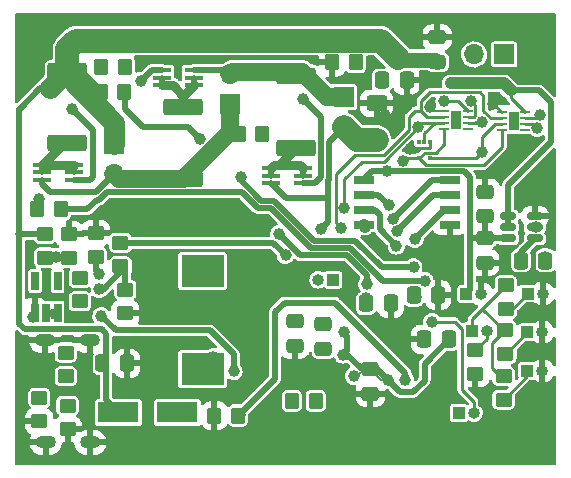
<source format=gbr>
%TF.GenerationSoftware,KiCad,Pcbnew,(6.0.2)*%
%TF.CreationDate,2022-05-11T05:14:46-07:00*%
%TF.ProjectId,InsulinCoolerBoard,496e7375-6c69-46e4-936f-6f6c6572426f,rev?*%
%TF.SameCoordinates,Original*%
%TF.FileFunction,Copper,L2,Bot*%
%TF.FilePolarity,Positive*%
%FSLAX46Y46*%
G04 Gerber Fmt 4.6, Leading zero omitted, Abs format (unit mm)*
G04 Created by KiCad (PCBNEW (6.0.2)) date 2022-05-11 05:14:46*
%MOMM*%
%LPD*%
G01*
G04 APERTURE LIST*
G04 Aperture macros list*
%AMRoundRect*
0 Rectangle with rounded corners*
0 $1 Rounding radius*
0 $2 $3 $4 $5 $6 $7 $8 $9 X,Y pos of 4 corners*
0 Add a 4 corners polygon primitive as box body*
4,1,4,$2,$3,$4,$5,$6,$7,$8,$9,$2,$3,0*
0 Add four circle primitives for the rounded corners*
1,1,$1+$1,$2,$3*
1,1,$1+$1,$4,$5*
1,1,$1+$1,$6,$7*
1,1,$1+$1,$8,$9*
0 Add four rect primitives between the rounded corners*
20,1,$1+$1,$2,$3,$4,$5,0*
20,1,$1+$1,$4,$5,$6,$7,0*
20,1,$1+$1,$6,$7,$8,$9,0*
20,1,$1+$1,$8,$9,$2,$3,0*%
G04 Aperture macros list end*
%TA.AperFunction,ComponentPad*%
%ADD10R,1.000000X1.000000*%
%TD*%
%TA.AperFunction,ComponentPad*%
%ADD11O,1.000000X1.000000*%
%TD*%
%TA.AperFunction,ComponentPad*%
%ADD12R,1.700000X1.700000*%
%TD*%
%TA.AperFunction,ComponentPad*%
%ADD13O,1.700000X1.700000*%
%TD*%
%TA.AperFunction,SMDPad,CuDef*%
%ADD14RoundRect,0.250000X-0.450000X0.350000X-0.450000X-0.350000X0.450000X-0.350000X0.450000X0.350000X0*%
%TD*%
%TA.AperFunction,ComponentPad*%
%ADD15O,1.700000X1.100000*%
%TD*%
%TA.AperFunction,SMDPad,CuDef*%
%ADD16RoundRect,0.250000X-0.350000X-0.450000X0.350000X-0.450000X0.350000X0.450000X-0.350000X0.450000X0*%
%TD*%
%TA.AperFunction,SMDPad,CuDef*%
%ADD17R,3.500000X1.800000*%
%TD*%
%TA.AperFunction,SMDPad,CuDef*%
%ADD18RoundRect,0.062500X-0.325000X-0.062500X0.325000X-0.062500X0.325000X0.062500X-0.325000X0.062500X0*%
%TD*%
%TA.AperFunction,SMDPad,CuDef*%
%ADD19R,0.900000X1.650000*%
%TD*%
%TA.AperFunction,SMDPad,CuDef*%
%ADD20RoundRect,0.150000X-0.512500X-0.150000X0.512500X-0.150000X0.512500X0.150000X-0.512500X0.150000X0*%
%TD*%
%TA.AperFunction,SMDPad,CuDef*%
%ADD21R,0.650000X1.560000*%
%TD*%
%TA.AperFunction,SMDPad,CuDef*%
%ADD22RoundRect,0.250000X0.475000X-0.337500X0.475000X0.337500X-0.475000X0.337500X-0.475000X-0.337500X0*%
%TD*%
%TA.AperFunction,SMDPad,CuDef*%
%ADD23RoundRect,0.250000X-0.475000X0.337500X-0.475000X-0.337500X0.475000X-0.337500X0.475000X0.337500X0*%
%TD*%
%TA.AperFunction,SMDPad,CuDef*%
%ADD24RoundRect,0.250000X0.350000X0.450000X-0.350000X0.450000X-0.350000X-0.450000X0.350000X-0.450000X0*%
%TD*%
%TA.AperFunction,SMDPad,CuDef*%
%ADD25RoundRect,0.250000X-0.337500X-0.475000X0.337500X-0.475000X0.337500X0.475000X-0.337500X0.475000X0*%
%TD*%
%TA.AperFunction,SMDPad,CuDef*%
%ADD26R,0.300000X0.450000*%
%TD*%
%TA.AperFunction,SMDPad,CuDef*%
%ADD27R,1.500000X0.400000*%
%TD*%
%TA.AperFunction,SMDPad,CuDef*%
%ADD28RoundRect,0.250000X0.337500X0.475000X-0.337500X0.475000X-0.337500X-0.475000X0.337500X-0.475000X0*%
%TD*%
%TA.AperFunction,SMDPad,CuDef*%
%ADD29RoundRect,0.250000X-0.625000X0.400000X-0.625000X-0.400000X0.625000X-0.400000X0.625000X0.400000X0*%
%TD*%
%TA.AperFunction,SMDPad,CuDef*%
%ADD30RoundRect,0.249999X-1.425001X0.450001X-1.425001X-0.450001X1.425001X-0.450001X1.425001X0.450001X0*%
%TD*%
%TA.AperFunction,SMDPad,CuDef*%
%ADD31RoundRect,0.250000X0.450000X-0.350000X0.450000X0.350000X-0.450000X0.350000X-0.450000X-0.350000X0*%
%TD*%
%TA.AperFunction,SMDPad,CuDef*%
%ADD32R,3.600000X2.700000*%
%TD*%
%TA.AperFunction,SMDPad,CuDef*%
%ADD33R,1.700000X0.650000*%
%TD*%
%TA.AperFunction,SMDPad,CuDef*%
%ADD34RoundRect,0.249999X1.425001X-0.450001X1.425001X0.450001X-1.425001X0.450001X-1.425001X-0.450001X0*%
%TD*%
%TA.AperFunction,ViaPad*%
%ADD35C,1.000000*%
%TD*%
%TA.AperFunction,ViaPad*%
%ADD36C,0.400000*%
%TD*%
%TA.AperFunction,ViaPad*%
%ADD37C,0.600000*%
%TD*%
%TA.AperFunction,Conductor*%
%ADD38C,0.500000*%
%TD*%
%TA.AperFunction,Conductor*%
%ADD39C,0.250000*%
%TD*%
%TA.AperFunction,Conductor*%
%ADD40C,2.000000*%
%TD*%
%TA.AperFunction,Conductor*%
%ADD41C,0.152400*%
%TD*%
%TA.AperFunction,Conductor*%
%ADD42C,1.250000*%
%TD*%
%TA.AperFunction,Conductor*%
%ADD43C,1.000000*%
%TD*%
%TA.AperFunction,Conductor*%
%ADD44C,0.750000*%
%TD*%
%TA.AperFunction,Conductor*%
%ADD45C,1.500000*%
%TD*%
%TA.AperFunction,Conductor*%
%ADD46C,1.750000*%
%TD*%
G04 APERTURE END LIST*
D10*
%TO.P,TH3,1*%
%TO.N,/MCU/TEMP_SENSE_3*%
X140142200Y-94716600D03*
D11*
%TO.P,TH3,2*%
%TO.N,GND*%
X141412200Y-94716600D03*
%TD*%
D10*
%TO.P,TH2,1*%
%TO.N,/MCU/TEMP_SENSE_2*%
X140131800Y-91465400D03*
D11*
%TO.P,TH2,2*%
%TO.N,GND*%
X141401800Y-91465400D03*
%TD*%
D10*
%TO.P,TH1,1*%
%TO.N,/MCU/TEMP_SENSE_1*%
X140182600Y-88188800D03*
D11*
%TO.P,TH1,2*%
%TO.N,GND*%
X141452600Y-88188800D03*
%TD*%
D10*
%TO.P,SW1,1*%
%TO.N,+3V3*%
X135458200Y-91363800D03*
D11*
%TO.P,SW1,2*%
%TO.N,/MCU/PWR_SW_P_MCU*%
X136728200Y-91363800D03*
%TD*%
D10*
%TO.P,J11,1,Pin_1*%
%TO.N,+3V3*%
X134975600Y-88214200D03*
D11*
%TO.P,J11,2,Pin_2*%
%TO.N,GND*%
X136245600Y-88214200D03*
%TD*%
D10*
%TO.P,J4,1,Pin_1*%
%TO.N,/MCU/EN*%
X134340600Y-98298000D03*
D11*
%TO.P,J4,2,Pin_2*%
%TO.N,/MCU/IO0*%
X135610600Y-98298000D03*
%TD*%
D10*
%TO.P,J9,1,Pin_1*%
%TO.N,/MCU/RXD_MCU*%
X123705899Y-87011901D03*
D11*
%TO.P,J9,2,Pin_2*%
%TO.N,/MCU/TXD_MCU*%
X122435899Y-87011901D03*
%TD*%
D12*
%TO.P,BT2,1,+*%
%TO.N,Net-(BT1-Pad2)*%
X114985800Y-72161400D03*
D13*
%TO.P,BT2,2,-*%
%TO.N,Net-(BT2-Pad2)*%
X114985800Y-69621400D03*
%TD*%
D14*
%TO.P,R20,1*%
%TO.N,+3V3*%
X138328400Y-87493600D03*
%TO.P,R20,2*%
%TO.N,/MCU/TEMP_SENSE_1*%
X138328400Y-89493600D03*
%TD*%
D15*
%TO.P,J2,S1,SHIELD*%
%TO.N,GND*%
X99300055Y-92148600D03*
X103100055Y-92148600D03*
X103150055Y-100798600D03*
X99350055Y-100798600D03*
%TD*%
D12*
%TO.P,BT3,1,+*%
%TO.N,Net-(BT2-Pad2)*%
X124612400Y-71551800D03*
D13*
%TO.P,BT3,2,-*%
%TO.N,Net-(BT3-Pad2)*%
X124612400Y-74091800D03*
%TD*%
D14*
%TO.P,R21,1*%
%TO.N,+3V3*%
X138277600Y-91303600D03*
%TO.P,R21,2*%
%TO.N,/MCU/TEMP_SENSE_2*%
X138277600Y-93303600D03*
%TD*%
%TO.P,R24,1*%
%TO.N,+3V3*%
X138125200Y-95164400D03*
%TO.P,R24,2*%
%TO.N,/MCU/TEMP_SENSE_3*%
X138125200Y-97164400D03*
%TD*%
D12*
%TO.P,J1,1,Pin_1*%
%TO.N,Net-(J1-Pad1)*%
X138175800Y-67949300D03*
D13*
%TO.P,J1,2,Pin_2*%
%TO.N,Net-(J1-Pad2)*%
X135635800Y-67949300D03*
%TD*%
D12*
%TO.P,BT1,1,+*%
%TO.N,PWR_UNREG*%
X105181400Y-75514200D03*
D13*
%TO.P,BT1,2,-*%
%TO.N,Net-(BT1-Pad2)*%
X105181400Y-78054200D03*
%TD*%
D16*
%TO.P,R39,1*%
%TO.N,GND*%
X113646200Y-98526600D03*
%TO.P,R39,2*%
%TO.N,Net-(R39-Pad2)*%
X115646200Y-98526600D03*
%TD*%
D14*
%TO.P,R34,1*%
%TO.N,Net-(R34-Pad1)*%
X102260400Y-86858600D03*
%TO.P,R34,2*%
%TO.N,Net-(R34-Pad2)*%
X102260400Y-88858600D03*
%TD*%
D17*
%TO.P,D4,1,K*%
%TO.N,PWR_UNREG*%
X105519800Y-98257400D03*
%TO.P,D4,2,A*%
%TO.N,Net-(D4-Pad2)*%
X110519800Y-98257400D03*
%TD*%
D16*
%TO.P,R26,1*%
%TO.N,Net-(BT1-Pad2)*%
X115687600Y-74676000D03*
%TO.P,R26,2*%
%TO.N,/MCU/CELL_MEAS_2_MCU*%
X117687600Y-74676000D03*
%TD*%
D18*
%TO.P,U6,1,VCC*%
%TO.N,+5V*%
X133113700Y-74216500D03*
%TO.P,U6,2,ON*%
%TO.N,/MCU/DRIVER_DIR_MCU*%
X133113700Y-73716500D03*
%TO.P,U6,3,SHDN#*%
%TO.N,/MCU/DRIVER_EN_MCU*%
X133113700Y-73216500D03*
%TO.P,U6,4,GND*%
%TO.N,GND*%
X133113700Y-72716500D03*
%TO.P,U6,5,D*%
%TO.N,PWR_UNREG*%
X135088700Y-72716500D03*
%TO.P,U6,6,S*%
%TO.N,Net-(J1-Pad2)*%
X135088700Y-73216500D03*
%TO.P,U6,7,G*%
%TO.N,Net-(U3-Pad2)*%
X135088700Y-73716500D03*
%TO.P,U6,8,PG*%
%TO.N,unconnected-(U6-Pad8)*%
X135088700Y-74216500D03*
D19*
%TO.P,U6,9*%
%TO.N,N/C*%
X134101200Y-73466500D03*
%TD*%
D14*
%TO.P,R9,1*%
%TO.N,Net-(J2-PadA5)*%
X98806000Y-97018600D03*
%TO.P,R9,2*%
%TO.N,GND*%
X98806000Y-99018600D03*
%TD*%
D20*
%TO.P,U16,1,FB*%
%TO.N,+3V3*%
X138511700Y-83525400D03*
%TO.P,U16,2,EN*%
%TO.N,PWR_UNREG*%
X138511700Y-82575400D03*
%TO.P,U16,3,IN*%
X138511700Y-81625400D03*
%TO.P,U16,4,GND*%
%TO.N,GND*%
X140786700Y-81625400D03*
%TO.P,U16,5,SW*%
%TO.N,Net-(C11-Pad1)*%
X140786700Y-82575400D03*
%TO.P,U16,6,BST*%
%TO.N,Net-(C11-Pad2)*%
X140786700Y-83525400D03*
%TD*%
D21*
%TO.P,U15,1*%
%TO.N,Net-(R33-Pad2)*%
X100365600Y-89818200D03*
%TO.P,U15,2*%
X99415600Y-89818200D03*
%TO.P,U15,3*%
%TO.N,GND*%
X98465600Y-89818200D03*
%TO.P,U15,4*%
%TO.N,N/C*%
X98465600Y-87118200D03*
%TO.P,U15,5*%
X100365600Y-87118200D03*
%TD*%
D22*
%TO.P,C6,1*%
%TO.N,Net-(C6-Pad1)*%
X122869299Y-92857701D03*
%TO.P,C6,2*%
%TO.N,GND*%
X122869299Y-90782701D03*
%TD*%
D18*
%TO.P,U18,1,VCC*%
%TO.N,+5V*%
X138009582Y-74341600D03*
%TO.P,U18,2,ON*%
%TO.N,/Peltier Driver/~DRIVER_DIR_PD*%
X138009582Y-73841600D03*
%TO.P,U18,3,SHDN#*%
%TO.N,/MCU/DRIVER_EN_MCU*%
X138009582Y-73341600D03*
%TO.P,U18,4,GND*%
%TO.N,GND*%
X138009582Y-72841600D03*
%TO.P,U18,5,D*%
%TO.N,PWR_UNREG*%
X139984582Y-72841600D03*
%TO.P,U18,6,S*%
%TO.N,Net-(J1-Pad1)*%
X139984582Y-73341600D03*
%TO.P,U18,7,G*%
%TO.N,Net-(U18-Pad7)*%
X139984582Y-73841600D03*
%TO.P,U18,8,PG*%
%TO.N,unconnected-(U18-Pad8)*%
X139984582Y-74341600D03*
D19*
%TO.P,U18,9*%
%TO.N,N/C*%
X138997082Y-73591600D03*
%TD*%
D23*
%TO.P,C5,1*%
%TO.N,+3V3*%
X126847299Y-94592701D03*
%TO.P,C5,2*%
%TO.N,GND*%
X126847299Y-96667701D03*
%TD*%
D24*
%TO.P,R25,1*%
%TO.N,Net-(R23-Pad2)*%
X106079800Y-68986400D03*
%TO.P,R25,2*%
%TO.N,GND*%
X104079800Y-68986400D03*
%TD*%
D25*
%TO.P,C18,1*%
%TO.N,Net-(C18-Pad1)*%
X130509100Y-88315800D03*
%TO.P,C18,2*%
%TO.N,GND*%
X132584100Y-88315800D03*
%TD*%
%TO.P,C10,1*%
%TO.N,Net-(C10-Pad1)*%
X126492000Y-89027000D03*
%TO.P,C10,2*%
%TO.N,GND*%
X128567000Y-89027000D03*
%TD*%
D16*
%TO.P,R17,1*%
%TO.N,Net-(R17-Pad1)*%
X98634800Y-81051400D03*
%TO.P,R17,2*%
%TO.N,/MCU/CELL_DSCHG_3_MCU*%
X100634800Y-81051400D03*
%TD*%
D26*
%TO.P,U2,1*%
%TO.N,N/C*%
X130934000Y-75338500D03*
%TO.P,U2,2,A*%
%TO.N,/MCU/DRIVER_DIR_MCU*%
X131434000Y-75338500D03*
%TO.P,U2,3,GND*%
%TO.N,GND*%
X131934000Y-75338500D03*
%TO.P,U2,4,Y*%
%TO.N,/Peltier Driver/~DRIVER_DIR_PD*%
X131934000Y-76738500D03*
%TO.P,U2,5,VCC*%
%TO.N,+5V*%
X130934000Y-76738500D03*
%TD*%
D27*
%TO.P,U10,1,D*%
%TO.N,Net-(R15-Pad2)*%
X109236200Y-70569200D03*
%TO.P,U10,2,D*%
X109236200Y-69919200D03*
%TO.P,U10,3,G*%
%TO.N,Net-(U10-Pad3)*%
X109236200Y-69269200D03*
%TO.P,U10,4,S*%
%TO.N,Net-(BT2-Pad2)*%
X111896200Y-69269200D03*
%TO.P,U10,5,D*%
%TO.N,Net-(R15-Pad2)*%
X111896200Y-69919200D03*
%TO.P,U10,6,D*%
X111896200Y-70569200D03*
%TD*%
%TO.P,U11,1,D*%
%TO.N,Net-(R16-Pad2)*%
X121116400Y-77549600D03*
%TO.P,U11,2,D*%
X121116400Y-78199600D03*
%TO.P,U11,3,G*%
%TO.N,Net-(U11-Pad3)*%
X121116400Y-78849600D03*
%TO.P,U11,4,S*%
%TO.N,Net-(BT3-Pad2)*%
X118456400Y-78849600D03*
%TO.P,U11,5,D*%
%TO.N,Net-(R16-Pad2)*%
X118456400Y-78199600D03*
%TO.P,U11,6,D*%
X118456400Y-77549600D03*
%TD*%
D28*
%TO.P,C11,1*%
%TO.N,Net-(C11-Pad1)*%
X141677300Y-85394800D03*
%TO.P,C11,2*%
%TO.N,Net-(C11-Pad2)*%
X139602300Y-85394800D03*
%TD*%
D14*
%TO.P,R8,1*%
%TO.N,Net-(J2-PadB5)*%
X101219000Y-97679000D03*
%TO.P,R8,2*%
%TO.N,GND*%
X101219000Y-99679000D03*
%TD*%
%TO.P,R7,1*%
%TO.N,Net-(R5-Pad1)*%
X106095800Y-87858600D03*
%TO.P,R7,2*%
%TO.N,GND*%
X106095800Y-89858600D03*
%TD*%
D22*
%TO.P,C9,1*%
%TO.N,PWR_UNREG*%
X132511800Y-68576100D03*
%TO.P,C9,2*%
%TO.N,GND*%
X132511800Y-66501100D03*
%TD*%
D25*
%TO.P,C12,1*%
%TO.N,+5V*%
X127838200Y-70129400D03*
%TO.P,C12,2*%
%TO.N,GND*%
X129913200Y-70129400D03*
%TD*%
D16*
%TO.P,R1,1*%
%TO.N,Net-(C3-Pad1)*%
X120218200Y-97282000D03*
%TO.P,R1,2*%
%TO.N,Net-(C3-Pad2)*%
X122218200Y-97282000D03*
%TD*%
D27*
%TO.P,U9,1,D*%
%TO.N,Net-(R12-Pad2)*%
X101736200Y-77288200D03*
%TO.P,U9,2,D*%
X101736200Y-77938200D03*
%TO.P,U9,3,G*%
%TO.N,Net-(U12-Pad3)*%
X101736200Y-78588200D03*
%TO.P,U9,4,S*%
%TO.N,Net-(BT1-Pad2)*%
X99076200Y-78588200D03*
%TO.P,U9,5,D*%
%TO.N,Net-(R12-Pad2)*%
X99076200Y-77938200D03*
%TO.P,U9,6,D*%
X99076200Y-77288200D03*
%TD*%
D23*
%TO.P,C7,1*%
%TO.N,Net-(C7-Pad1)*%
X120456299Y-90528701D03*
%TO.P,C7,2*%
%TO.N,GND*%
X120456299Y-92603701D03*
%TD*%
D29*
%TO.P,R4,1*%
%TO.N,GND*%
X127381000Y-72084600D03*
%TO.P,R4,2*%
%TO.N,Net-(BT3-Pad2)*%
X127381000Y-75184600D03*
%TD*%
D23*
%TO.P,C13,1*%
%TO.N,+3V3*%
X136550400Y-83493700D03*
%TO.P,C13,2*%
%TO.N,GND*%
X136550400Y-85568700D03*
%TD*%
D14*
%TO.P,R30,1*%
%TO.N,PWR_UNREG*%
X99314000Y-83140800D03*
%TO.P,R30,2*%
%TO.N,Net-(R30-Pad2)*%
X99314000Y-85140800D03*
%TD*%
D30*
%TO.P,R16,1*%
%TO.N,Net-(BT2-Pad2)*%
X120548400Y-69746400D03*
%TO.P,R16,2*%
%TO.N,Net-(R16-Pad2)*%
X120548400Y-75846400D03*
%TD*%
D28*
%TO.P,C8,1*%
%TO.N,+3V3*%
X133472799Y-92057101D03*
%TO.P,C8,2*%
%TO.N,GND*%
X131397799Y-92057101D03*
%TD*%
D22*
%TO.P,C14,1*%
%TO.N,+3V3*%
X136575800Y-81631700D03*
%TO.P,C14,2*%
%TO.N,GND*%
X136575800Y-79556700D03*
%TD*%
D31*
%TO.P,R2,1*%
%TO.N,GND*%
X135737600Y-95005400D03*
%TO.P,R2,2*%
%TO.N,/MCU/PWR_SW_P_MCU*%
X135737600Y-93005400D03*
%TD*%
D16*
%TO.P,R22,1*%
%TO.N,PWR_UNREG*%
X104029000Y-71145400D03*
%TO.P,R22,2*%
%TO.N,/MCU/CELL_MEAS_3_MCU*%
X106029000Y-71145400D03*
%TD*%
D25*
%TO.P,C21,1*%
%TO.N,PWR_UNREG*%
X104169300Y-94107000D03*
%TO.P,C21,2*%
%TO.N,GND*%
X106244300Y-94107000D03*
%TD*%
D31*
%TO.P,R33,1*%
%TO.N,VBUS*%
X101066600Y-95183200D03*
%TO.P,R33,2*%
%TO.N,Net-(R33-Pad2)*%
X101066600Y-93183200D03*
%TD*%
D32*
%TO.P,L3,1,1*%
%TO.N,VBUS*%
X112642600Y-94584200D03*
%TO.P,L3,2,2*%
%TO.N,Net-(D4-Pad2)*%
X112642600Y-86284200D03*
%TD*%
D33*
%TO.P,U22,1,~{CS}*%
%TO.N,/MCU/SD_CMD*%
X133573899Y-78553701D03*
%TO.P,U22,2,DO*%
%TO.N,/MCU/SD_DATA_0*%
X133573899Y-79823701D03*
%TO.P,U22,3,~{WP}*%
%TO.N,/MCU/SD_DATA_3*%
X133573899Y-81093701D03*
%TO.P,U22,4,GND*%
%TO.N,GND*%
X133573899Y-82363701D03*
%TO.P,U22,5,DI*%
%TO.N,/MCU/SD_DATA_1*%
X126273899Y-82363701D03*
%TO.P,U22,6,CLK*%
%TO.N,/MCU/SD_CLK*%
X126273899Y-81093701D03*
%TO.P,U22,7,~{HOLD}*%
%TO.N,/MCU/SD_DATA_2*%
X126273899Y-79823701D03*
%TO.P,U22,8,VCC*%
%TO.N,+3V3*%
X126273899Y-78553701D03*
%TD*%
D24*
%TO.P,R29,1*%
%TO.N,/MCU/CELL_MEAS_1_MCU*%
X125637800Y-68605400D03*
%TO.P,R29,2*%
%TO.N,GND*%
X123637800Y-68605400D03*
%TD*%
D34*
%TO.P,R15,1*%
%TO.N,Net-(BT1-Pad2)*%
X111023400Y-78481000D03*
%TO.P,R15,2*%
%TO.N,Net-(R15-Pad2)*%
X111023400Y-72381000D03*
%TD*%
D31*
%TO.P,R6,1*%
%TO.N,Net-(R34-Pad1)*%
X103606600Y-85074000D03*
%TO.P,R6,2*%
%TO.N,GND*%
X103606600Y-83074000D03*
%TD*%
D30*
%TO.P,R12,1*%
%TO.N,PWR_UNREG*%
X101193600Y-69365400D03*
%TO.P,R12,2*%
%TO.N,Net-(R12-Pad2)*%
X101193600Y-75465400D03*
%TD*%
D31*
%TO.P,R31,1*%
%TO.N,Net-(R30-Pad2)*%
X101371400Y-85140800D03*
%TO.P,R31,2*%
%TO.N,GND*%
X101371400Y-83140800D03*
%TD*%
%TO.P,R5,1*%
%TO.N,Net-(R5-Pad1)*%
X105689400Y-85886800D03*
%TO.P,R5,2*%
%TO.N,Net-(BT3-Pad2)*%
X105689400Y-83886800D03*
%TD*%
D35*
%TO.N,GND*%
X105435400Y-80594200D03*
X136702800Y-79451200D03*
X140411200Y-75336400D03*
X130240700Y-75987000D03*
X104140000Y-68961000D03*
X98272600Y-90195400D03*
X106324400Y-96215200D03*
X128066800Y-73075800D03*
X129997200Y-71729600D03*
X137258328Y-72138109D03*
%TO.N,PWR_UNREG*%
X129209800Y-68402200D03*
%TO.N,Net-(J1-Pad1)*%
X141181747Y-73076475D03*
%TO.N,+3V3*%
X133621286Y-91953684D03*
%TO.N,+5V*%
X129572244Y-76975690D03*
%TO.N,Net-(C7-Pad1)*%
X120583299Y-90424701D03*
%TO.N,GND*%
X120523000Y-92710000D03*
X122834400Y-90703400D03*
%TO.N,Net-(C6-Pad1)*%
X123015800Y-92942200D03*
%TO.N,+3V3*%
X128244600Y-77827601D03*
%TO.N,/MCU/CELL_MEAS_2_MCU*%
X117687600Y-74676000D03*
%TO.N,Net-(BT3-Pad2)*%
X122656600Y-82727800D03*
%TO.N,/MCU/CELL_MEAS_3_MCU*%
X112432647Y-75125087D03*
%TO.N,/MCU/CELL_DSCHG_1_MCU*%
X119100600Y-83143600D03*
%TO.N,/MCU/CELL_DSCHG_2_MCU*%
X115925600Y-78359000D03*
X130505200Y-85953600D03*
%TO.N,Net-(R17-Pad1)*%
X98755200Y-80187800D03*
%TO.N,Net-(BT1-Pad2)*%
X111313000Y-78191400D03*
%TO.N,Net-(BT2-Pad2)*%
X118516400Y-69418200D03*
%TO.N,Net-(BT3-Pad2)*%
X119669920Y-84952480D03*
%TO.N,GND*%
X131916600Y-72406300D03*
X127256899Y-90948901D03*
X128526899Y-92041101D03*
D36*
%TO.N,Net-(C3-Pad1)*%
X120204100Y-97253100D03*
%TO.N,Net-(C3-Pad2)*%
X122250200Y-97282000D03*
D35*
%TO.N,+3V3*%
X124514578Y-93361468D03*
X125433326Y-95166194D03*
X128360599Y-95529201D03*
X136550400Y-83493700D03*
X124640699Y-91406101D03*
%TO.N,Net-(C11-Pad1)*%
X140893800Y-82575400D03*
X141605000Y-85090000D03*
%TO.N,+5V*%
X127736600Y-70053200D03*
%TO.N,Net-(D4-Pad2)*%
X110519800Y-98257400D03*
D37*
X111880600Y-85636800D03*
X113277600Y-85608200D03*
X113328400Y-86649600D03*
X111880600Y-86827400D03*
D35*
%TO.N,Net-(J1-Pad2)*%
X135407400Y-71898280D03*
%TO.N,Net-(R5-Pad1)*%
X103911400Y-87833200D03*
%TO.N,Net-(R34-Pad1)*%
X102262900Y-86953837D03*
X103835200Y-86512400D03*
%TO.N,Net-(R23-Pad2)*%
X106121200Y-69088000D03*
%TO.N,Net-(R30-Pad2)*%
X100253800Y-85064600D03*
%TO.N,Net-(R33-Pad2)*%
X100152200Y-89890600D03*
X101066600Y-93183200D03*
%TO.N,Net-(R34-Pad2)*%
X102336600Y-88900000D03*
X104063800Y-90068400D03*
X115280600Y-94786800D03*
%TO.N,Net-(R39-Pad2)*%
X129800761Y-95483001D03*
X115773200Y-98501200D03*
%TO.N,Net-(U12-Pad3)*%
X101625400Y-72593200D03*
%TO.N,Net-(U10-Pad3)*%
X107437898Y-70154800D03*
%TO.N,Net-(U11-Pad3)*%
X121107200Y-71704200D03*
%TO.N,Net-(J2-PadA5)*%
X98831400Y-96926400D03*
%TO.N,Net-(J2-PadB5)*%
X101219000Y-97688400D03*
%TO.N,Net-(U18-Pad7)*%
X140992393Y-74186950D03*
%TO.N,PWR_UNREG*%
X138734800Y-70993000D03*
X99732100Y-70826900D03*
X133106331Y-71898291D03*
X133641382Y-70395280D03*
%TO.N,Net-(C10-Pad1)*%
X126519979Y-88608546D03*
%TO.N,Net-(U3-Pad2)*%
X136310800Y-73701700D03*
%TO.N,/Peltier Driver/~DRIVER_DIR_PD*%
X136307000Y-76228200D03*
%TO.N,Net-(C18-Pad1)*%
X130711299Y-88510501D03*
%TO.N,VBUS*%
X101066600Y-95122100D03*
X113557000Y-93558400D03*
X113580600Y-94906400D03*
%TO.N,/MCU/IO0*%
X132082899Y-90567901D03*
%TO.N,/MCU/CELL_DSCHG_3_MCU*%
X131445000Y-87096600D03*
%TO.N,/MCU/CELL_DSCHG_1_MCU*%
X126545699Y-87392901D03*
%TO.N,/MCU/CELL_MEAS_3_MCU*%
X106070400Y-71170800D03*
%TO.N,/MCU/CELL_MEAS_1_MCU*%
X125653800Y-68630800D03*
%TO.N,/MCU/SD_DATA_2*%
X128399899Y-80712701D03*
%TO.N,/MCU/SD_DATA_3*%
X130609699Y-83582901D03*
%TO.N,/MCU/SD_CMD*%
X128738032Y-81846133D03*
%TO.N,/MCU/SD_CLK*%
X129060299Y-84141701D03*
%TO.N,/MCU/SD_DATA_0*%
X129083179Y-82925021D03*
%TO.N,/MCU/SD_DATA_1*%
X126367899Y-82516101D03*
%TO.N,/MCU/DRIVER_DIR_MCU*%
X130882000Y-74128200D03*
X124655691Y-80938089D03*
%TO.N,/MCU/DRIVER_EN_MCU*%
X124330691Y-82663089D03*
%TD*%
D38*
%TO.N,/MCU/CELL_DSCHG_3_MCU*%
X102895400Y-81051400D02*
X100634800Y-81051400D01*
X103716680Y-80230120D02*
X102895400Y-81051400D01*
X103891514Y-80230120D02*
X103716680Y-80230120D01*
X117351886Y-80941320D02*
X116018086Y-79607520D01*
X118406320Y-80941320D02*
X117351886Y-80941320D01*
X104514114Y-79607520D02*
X103891514Y-80230120D01*
X125168234Y-84328000D02*
X121793000Y-84328000D01*
X121793000Y-84328000D02*
X118406320Y-80941320D01*
X116018086Y-79607520D02*
X104514114Y-79607520D01*
X127936834Y-87096600D02*
X125168234Y-84328000D01*
X131445000Y-87096600D02*
X127936834Y-87096600D01*
%TO.N,Net-(BT3-Pad2)*%
X118604240Y-83886800D02*
X105689400Y-83886800D01*
X119669920Y-84952480D02*
X118604240Y-83886800D01*
%TO.N,/MCU/CELL_DSCHG_2_MCU*%
X117611400Y-80314800D02*
X115604800Y-78308200D01*
X118668800Y-80314800D02*
X117611400Y-80314800D01*
X122055480Y-83701480D02*
X118668800Y-80314800D01*
X127838200Y-85953600D02*
X125586080Y-83701480D01*
X125586080Y-83701480D02*
X122055480Y-83701480D01*
X130505200Y-85953600D02*
X127838200Y-85953600D01*
D39*
%TO.N,GND*%
X130353420Y-75874280D02*
X130240700Y-75987000D01*
X131873220Y-75874280D02*
X130353420Y-75874280D01*
%TO.N,+5V*%
X129572244Y-76975690D02*
X129809434Y-76738500D01*
X129809434Y-76738500D02*
X130996700Y-76738500D01*
D38*
%TO.N,+3V3*%
X128244600Y-77827601D02*
X128269189Y-77852190D01*
X128269189Y-77852190D02*
X128853010Y-77852190D01*
D39*
%TO.N,GND*%
X131934000Y-75813500D02*
X131873220Y-75874280D01*
X131934000Y-75338500D02*
X131934000Y-75813500D01*
%TO.N,+5V*%
X132384400Y-76250800D02*
X131484400Y-76250800D01*
X133113700Y-75521500D02*
X132384400Y-76250800D01*
X131484400Y-76250800D02*
X130996700Y-76738500D01*
X133113700Y-74216500D02*
X133113700Y-75521500D01*
D38*
%TO.N,PWR_UNREG*%
X98870500Y-70826900D02*
X99732100Y-70826900D01*
X97129600Y-90734080D02*
X97129600Y-72529700D01*
X104495600Y-91580295D02*
X104137385Y-91222080D01*
X97617600Y-91222080D02*
X97129600Y-90734080D01*
X104495600Y-94183200D02*
X104495600Y-91580295D01*
X104137385Y-91222080D02*
X97617600Y-91222080D01*
X97129600Y-72529700D02*
X97167700Y-72529700D01*
X97167700Y-72529700D02*
X98870500Y-70826900D01*
D39*
X104169300Y-94107000D02*
X104419400Y-94107000D01*
D38*
X104495600Y-97233200D02*
X104495600Y-94183200D01*
D39*
X104419400Y-94107000D02*
X104495600Y-94183200D01*
D40*
%TO.N,Net-(BT3-Pad2)*%
X127381000Y-75184600D02*
X125705200Y-75184600D01*
X125705200Y-75184600D02*
X124612400Y-74091800D01*
D39*
%TO.N,/MCU/DRIVER_EN_MCU*%
X130658111Y-72719689D02*
X131165089Y-72719689D01*
X130124200Y-74353520D02*
X130124200Y-73253600D01*
X123904180Y-78102020D02*
X125526800Y-76479400D01*
X123904180Y-82236578D02*
X123904180Y-78102020D01*
X130124200Y-73253600D02*
X130658111Y-72719689D01*
X124330691Y-82663089D02*
X123904180Y-82236578D01*
X125526800Y-76479400D02*
X127998320Y-76479400D01*
X127998320Y-76479400D02*
X130124200Y-74353520D01*
%TO.N,GND*%
X137961819Y-72841600D02*
X137258328Y-72138109D01*
X138009582Y-72841600D02*
X137961819Y-72841600D01*
%TO.N,/MCU/DRIVER_EN_MCU*%
X136094580Y-71146780D02*
X136423400Y-71475600D01*
X131875420Y-71146780D02*
X136094580Y-71146780D01*
X137044800Y-73341600D02*
X138009582Y-73341600D01*
X131165089Y-71857111D02*
X131875420Y-71146780D01*
X136423400Y-72720200D02*
X137044800Y-73341600D01*
X131165089Y-72719689D02*
X131165089Y-71857111D01*
X136423400Y-71475600D02*
X136423400Y-72720200D01*
%TO.N,Net-(J1-Pad2)*%
X135727720Y-73141780D02*
X135653000Y-73216500D01*
X135653000Y-73216500D02*
X135088700Y-73216500D01*
X135407400Y-71898280D02*
X135727720Y-72218600D01*
X135727720Y-72218600D02*
X135727720Y-73141780D01*
D41*
%TO.N,+3V3*%
X124843899Y-93032147D02*
X124843899Y-93031701D01*
X124514578Y-93361468D02*
X124843899Y-93032147D01*
D38*
X127424099Y-94592701D02*
X126847299Y-94592701D01*
X129351398Y-96520000D02*
X127424099Y-94592701D01*
X131445000Y-94129970D02*
X131445000Y-95554800D01*
X131445000Y-95554800D02*
X130479800Y-96520000D01*
X130479800Y-96520000D02*
X129351398Y-96520000D01*
X133621286Y-91953684D02*
X131445000Y-94129970D01*
D41*
X127783799Y-95529201D02*
X126847299Y-94592701D01*
X128360599Y-95529201D02*
X127783799Y-95529201D01*
D40*
%TO.N,PWR_UNREG*%
X127710800Y-66778880D02*
X129209800Y-68277880D01*
X101927920Y-66778880D02*
X127710800Y-66778880D01*
X101193600Y-67513200D02*
X101927920Y-66778880D01*
X101193600Y-69365400D02*
X101193600Y-67513200D01*
D42*
X132337900Y-68402200D02*
X132511800Y-68576100D01*
X129209800Y-68402200D02*
X132337900Y-68402200D01*
D39*
%TO.N,/MCU/DRIVER_DIR_MCU*%
X126136778Y-77012800D02*
X127997400Y-77012800D01*
X124655691Y-78493887D02*
X126136778Y-77012800D01*
X124655691Y-80938089D02*
X124655691Y-78493887D01*
X127997400Y-77012800D02*
X130882000Y-74128200D01*
D43*
%TO.N,PWR_UNREG*%
X138137080Y-70395280D02*
X138734800Y-70993000D01*
X133641382Y-70395280D02*
X138137080Y-70395280D01*
D38*
X141122400Y-70993000D02*
X138734800Y-70993000D01*
X142138400Y-72009000D02*
X141122400Y-70993000D01*
X138511700Y-81625400D02*
X138511700Y-78988500D01*
X138511700Y-78988500D02*
X142138400Y-75361800D01*
X142138400Y-75361800D02*
X142138400Y-72009000D01*
D39*
%TO.N,Net-(J1-Pad1)*%
X140916622Y-73341600D02*
X141181747Y-73076475D01*
X139984582Y-73341600D02*
X140916622Y-73341600D01*
%TO.N,Net-(U18-Pad7)*%
X140647043Y-73841600D02*
X139984582Y-73841600D01*
X140992393Y-74186950D02*
X140647043Y-73841600D01*
%TO.N,+3V3*%
X137160000Y-92392500D02*
X138248900Y-91303600D01*
X137160000Y-94513400D02*
X137160000Y-92392500D01*
X137811000Y-95164400D02*
X137160000Y-94513400D01*
X138125200Y-95164400D02*
X137811000Y-95164400D01*
X138248900Y-91303600D02*
X138277600Y-91303600D01*
X136418700Y-89581100D02*
X136240900Y-89581100D01*
X138141200Y-91303600D02*
X136418700Y-89581100D01*
X138277600Y-91303600D02*
X138141200Y-91303600D01*
X136240900Y-89581100D02*
X135458200Y-90363800D01*
X138328400Y-87493600D02*
X136240900Y-89581100D01*
X135458200Y-90363800D02*
X135458200Y-91363800D01*
%TO.N,/MCU/TEMP_SENSE_1*%
X138877800Y-89493600D02*
X140182600Y-88188800D01*
X138328400Y-89493600D02*
X138877800Y-89493600D01*
%TO.N,/MCU/TEMP_SENSE_2*%
X138277600Y-93303600D02*
X138293600Y-93303600D01*
X138293600Y-93303600D02*
X140131800Y-91465400D01*
%TO.N,/MCU/TEMP_SENSE_3*%
X140142200Y-95147400D02*
X140142200Y-94716600D01*
X138125200Y-97164400D02*
X140142200Y-95147400D01*
%TO.N,/MCU/PWR_SW_P_MCU*%
X136728200Y-92014800D02*
X136728200Y-91363800D01*
X135737600Y-93005400D02*
X136728200Y-92014800D01*
%TO.N,/MCU/IO0*%
X135610600Y-97332800D02*
X135610600Y-98298000D01*
X134594600Y-96316800D02*
X135610600Y-97332800D01*
X132082899Y-90567901D02*
X134001901Y-90567901D01*
X134001901Y-90567901D02*
X134594600Y-91160600D01*
X134594600Y-91160600D02*
X134594600Y-96316800D01*
D38*
%TO.N,+3V3*%
X135308699Y-87881101D02*
X134975600Y-88214200D01*
X135308699Y-83664701D02*
X135308699Y-87881101D01*
%TO.N,Net-(C18-Pad1)*%
X130516598Y-88315800D02*
X130509100Y-88315800D01*
X130711299Y-88510501D02*
X130516598Y-88315800D01*
D39*
%TO.N,+5V*%
X131538500Y-77343000D02*
X130934000Y-76738500D01*
X138009582Y-75765193D02*
X136431775Y-77343000D01*
X136431775Y-77343000D02*
X131538500Y-77343000D01*
X138009582Y-74341600D02*
X138009582Y-75765193D01*
D38*
%TO.N,Net-(BT3-Pad2)*%
X123308520Y-75395680D02*
X124612400Y-74091800D01*
X123291600Y-78613456D02*
X123308520Y-78596535D01*
X123291600Y-80086200D02*
X123291600Y-78613456D01*
X123308520Y-78596535D02*
X123308520Y-75395680D01*
%TO.N,Net-(R39-Pad2)*%
X123825000Y-88950800D02*
X129800761Y-94926561D01*
X119583200Y-88950800D02*
X123825000Y-88950800D01*
X129800761Y-94926561D02*
X129800761Y-95483001D01*
X118770400Y-95402400D02*
X118770400Y-89763600D01*
X115646200Y-98526600D02*
X118770400Y-95402400D01*
X118770400Y-89763600D02*
X119583200Y-88950800D01*
%TO.N,+3V3*%
X135479700Y-83493700D02*
X135308699Y-83664701D01*
X136550400Y-83493700D02*
X135479700Y-83493700D01*
X135308699Y-78360479D02*
X135308699Y-83664701D01*
X128853010Y-77852190D02*
X134800410Y-77852190D01*
X126975410Y-77852190D02*
X128853010Y-77852190D01*
%TO.N,/MCU/CELL_MEAS_3_MCU*%
X106070400Y-72567800D02*
X106070400Y-71170800D01*
X107594400Y-74091800D02*
X106070400Y-72567800D01*
X111399360Y-74091800D02*
X107594400Y-74091800D01*
X112432647Y-75125087D02*
X111399360Y-74091800D01*
%TO.N,Net-(BT1-Pad2)*%
X115143200Y-74676000D02*
X114985800Y-74518600D01*
X115687600Y-74676000D02*
X115143200Y-74676000D01*
D44*
%TO.N,Net-(R16-Pad2)*%
X119108400Y-77286400D02*
X118719600Y-77286400D01*
X120548400Y-75846400D02*
X119108400Y-77286400D01*
D38*
%TO.N,Net-(BT3-Pad2)*%
X123291600Y-82092800D02*
X123291600Y-80086200D01*
X122656600Y-82727800D02*
X123291600Y-82092800D01*
%TO.N,Net-(U11-Pad3)*%
X122682000Y-78337022D02*
X122169422Y-78849600D01*
X122169422Y-78849600D02*
X121116400Y-78849600D01*
X122682000Y-73279000D02*
X122682000Y-78337022D01*
X121107200Y-71704200D02*
X122682000Y-73279000D01*
%TO.N,Net-(BT3-Pad2)*%
X118456400Y-78849600D02*
X119693000Y-80086200D01*
X119693000Y-80086200D02*
X123291600Y-80086200D01*
%TO.N,+3V3*%
X134800410Y-77852190D02*
X135308699Y-78360479D01*
X126498699Y-78328901D02*
X126975410Y-77852190D01*
%TO.N,/MCU/CELL_DSCHG_1_MCU*%
X124908701Y-84954501D02*
X120911501Y-84954501D01*
X126545699Y-86591499D02*
X124908701Y-84954501D01*
X120911501Y-84954501D02*
X119100600Y-83143600D01*
X126545699Y-87392901D02*
X126545699Y-86591499D01*
%TO.N,Net-(R17-Pad1)*%
X98634800Y-80308200D02*
X98755200Y-80187800D01*
X98634800Y-81051400D02*
X98634800Y-80308200D01*
D45*
%TO.N,Net-(BT1-Pad2)*%
X114985800Y-74518600D02*
X111313000Y-78191400D01*
X111313000Y-78191400D02*
X111023400Y-78481000D01*
D38*
X99076200Y-78588200D02*
X99076200Y-78934000D01*
D45*
X105181400Y-78054200D02*
X105608200Y-78481000D01*
X105608200Y-78481000D02*
X111023400Y-78481000D01*
X114985800Y-72161400D02*
X114985800Y-74518600D01*
D38*
X103632000Y-79603600D02*
X105181400Y-78054200D01*
X99745800Y-79603600D02*
X103632000Y-79603600D01*
X99076200Y-78934000D02*
X99745800Y-79603600D01*
D45*
%TO.N,Net-(BT2-Pad2)*%
X115189000Y-69418200D02*
X114985800Y-69621400D01*
X124612400Y-71551800D02*
X123200000Y-71551800D01*
X121066400Y-69418200D02*
X118516400Y-69418200D01*
X118516400Y-69418200D02*
X115189000Y-69418200D01*
D38*
X111896200Y-69269200D02*
X114633600Y-69269200D01*
D45*
X123200000Y-71551800D02*
X121066400Y-69418200D01*
D38*
X114633600Y-69269200D02*
X114985800Y-69621400D01*
D41*
%TO.N,GND*%
X132226800Y-72716500D02*
X131916600Y-72406300D01*
X133113700Y-72716500D02*
X132226800Y-72716500D01*
D38*
%TO.N,+3V3*%
X126125499Y-94592701D02*
X126847299Y-94592701D01*
D41*
X125706606Y-95166194D02*
X125433326Y-95166194D01*
D38*
X126426811Y-78400789D02*
X126498699Y-78328901D01*
X126498699Y-78328901D02*
X126273899Y-78553701D01*
X136575800Y-83468300D02*
X136550400Y-83493700D01*
D41*
X126063099Y-94809701D02*
X125706606Y-95166194D01*
X124640699Y-91406101D02*
X124640699Y-91609301D01*
X124640699Y-91609301D02*
X124843899Y-91812501D01*
D38*
X138511700Y-83525400D02*
X136582100Y-83525400D01*
D41*
X126847299Y-94592701D02*
X126630299Y-94809701D01*
D38*
X124818499Y-93057101D02*
X124818499Y-93285701D01*
X124843899Y-91812501D02*
X124843899Y-93031701D01*
D41*
X126630299Y-94809701D02*
X126063099Y-94809701D01*
D38*
X124843899Y-93031701D02*
X124818499Y-93057101D01*
X136582100Y-83525400D02*
X136550400Y-83493700D01*
X136575800Y-81631700D02*
X136575800Y-83468300D01*
X124818499Y-93285701D02*
X126125499Y-94592701D01*
D41*
%TO.N,+5V*%
X130996700Y-76738500D02*
X130934000Y-76738500D01*
D38*
%TO.N,Net-(R5-Pad1)*%
X105689400Y-86401400D02*
X104216200Y-87874600D01*
X106095800Y-87858600D02*
X106095800Y-86293200D01*
X106095800Y-86293200D02*
X105689400Y-85886800D01*
X105689400Y-85886800D02*
X105689400Y-86401400D01*
%TO.N,Net-(R34-Pad1)*%
X103835200Y-86512400D02*
X103606600Y-86283800D01*
X103606600Y-86283800D02*
X103606600Y-85074000D01*
D44*
%TO.N,Net-(R12-Pad2)*%
X101736200Y-77288200D02*
X99076200Y-77288200D01*
D38*
X99076200Y-77288200D02*
X99076200Y-77886689D01*
X101736200Y-77288200D02*
X101736200Y-77886689D01*
D44*
X101193600Y-75465400D02*
X100899000Y-75465400D01*
X100899000Y-75465400D02*
X99076200Y-77288200D01*
%TO.N,Net-(R15-Pad2)*%
X110167800Y-70569200D02*
X109236200Y-70569200D01*
X111023400Y-71442000D02*
X111896200Y-70569200D01*
X111023400Y-72381000D02*
X111023400Y-71442000D01*
X111023400Y-71442000D02*
X111023400Y-71424800D01*
D38*
X109236200Y-69919200D02*
X109236200Y-70569200D01*
X111896200Y-69919200D02*
X111896200Y-70569200D01*
D44*
X111023400Y-71424800D02*
X110167800Y-70569200D01*
%TO.N,Net-(R16-Pad2)*%
X121116400Y-77549600D02*
X120853200Y-77286400D01*
X120853200Y-77286400D02*
X118719600Y-77286400D01*
X118719600Y-77286400D02*
X118456400Y-77549600D01*
D38*
X121116400Y-78199600D02*
X121116400Y-77549600D01*
X118456400Y-78199600D02*
X118456400Y-77549600D01*
%TO.N,Net-(R30-Pad2)*%
X101371400Y-85140800D02*
X99314000Y-85140800D01*
%TO.N,Net-(R33-Pad2)*%
X99415600Y-89818200D02*
X100365600Y-89818200D01*
%TO.N,Net-(R34-Pad2)*%
X113274422Y-91313000D02*
X115280600Y-93319178D01*
X115280600Y-93319178D02*
X115280600Y-94786800D01*
X104063800Y-90068400D02*
X105308400Y-91313000D01*
X105308400Y-91313000D02*
X113274422Y-91313000D01*
%TO.N,Net-(C11-Pad2)*%
X139602300Y-85394800D02*
X139602300Y-84709800D01*
X139602300Y-84709800D02*
X140786700Y-83525400D01*
%TO.N,Net-(U12-Pad3)*%
X103072600Y-78588200D02*
X101736200Y-78588200D01*
X103378000Y-74345800D02*
X101625400Y-72593200D01*
X103378000Y-78282800D02*
X103072600Y-78588200D01*
X103378000Y-78282800D02*
X103378000Y-74345800D01*
%TO.N,Net-(U10-Pad3)*%
X107437898Y-70154800D02*
X108323498Y-69269200D01*
X108323498Y-69269200D02*
X109236200Y-69269200D01*
D39*
%TO.N,PWR_UNREG*%
X134270491Y-71898291D02*
X133106331Y-71898291D01*
X135088700Y-72716500D02*
X134270491Y-71898291D01*
D38*
X102376000Y-69365400D02*
X101193600Y-69365400D01*
X99314000Y-83140800D02*
X97097600Y-83140800D01*
D39*
X138734800Y-70993000D02*
X138734800Y-71591818D01*
D38*
X105519800Y-98257400D02*
X104495600Y-97233200D01*
X138511700Y-82575400D02*
X138511700Y-81625400D01*
D46*
X101193600Y-69723000D02*
X101193600Y-69365400D01*
D38*
X104156000Y-71145400D02*
X102376000Y-69365400D01*
D46*
X105181400Y-75514200D02*
X105181400Y-73710800D01*
X105181400Y-73710800D02*
X101193600Y-69723000D01*
X101193600Y-69365400D02*
X99732100Y-70826900D01*
D39*
X138734800Y-71591818D02*
X139984582Y-72841600D01*
D38*
X97097600Y-83140800D02*
X97053400Y-83185000D01*
D39*
%TO.N,Net-(U3-Pad2)*%
X135741400Y-73716500D02*
X135756200Y-73701700D01*
X135756200Y-73701700D02*
X136310800Y-73701700D01*
X135088700Y-73716500D02*
X135741400Y-73716500D01*
%TO.N,/Peltier Driver/~DRIVER_DIR_PD*%
X131934000Y-76738500D02*
X135796700Y-76738500D01*
X138009582Y-73841600D02*
X137410200Y-73841600D01*
X137410200Y-73841600D02*
X136307000Y-74944800D01*
X135796700Y-76738500D02*
X136307000Y-76228200D01*
X136307000Y-74944800D02*
X136307000Y-76228200D01*
D38*
%TO.N,/MCU/SD_DATA_2*%
X127510899Y-79823701D02*
X126273899Y-79823701D01*
X128399899Y-80712701D02*
X127510899Y-79823701D01*
%TO.N,/MCU/SD_DATA_3*%
X133098899Y-81093701D02*
X130609699Y-83582901D01*
X133573899Y-81093701D02*
X133098899Y-81093701D01*
%TO.N,/MCU/SD_CMD*%
X133573899Y-78553701D02*
X132030464Y-78553701D01*
X132030464Y-78553701D02*
X128738032Y-81846133D01*
%TO.N,/MCU/SD_CLK*%
X127206099Y-81093701D02*
X126273899Y-81093701D01*
X127630439Y-81518041D02*
X127206099Y-81093701D01*
X127630439Y-82711841D02*
X127630439Y-81518041D01*
X129060299Y-84141701D02*
X127630439Y-82711841D01*
%TO.N,/MCU/SD_DATA_0*%
X133573899Y-79823701D02*
X132184499Y-79823701D01*
X132184499Y-79823701D02*
X129083179Y-82925021D01*
D43*
%TO.N,/MCU/SD_DATA_1*%
X126273899Y-82422101D02*
X126367899Y-82516101D01*
X126273899Y-82363701D02*
X126273899Y-82422101D01*
D39*
%TO.N,/MCU/DRIVER_DIR_MCU*%
X131293700Y-73716500D02*
X130882000Y-74128200D01*
X133113700Y-73716500D02*
X132343700Y-73716500D01*
X131434000Y-74626200D02*
X131434000Y-75338500D01*
X133113700Y-73716500D02*
X131293700Y-73716500D01*
X132343700Y-73716500D02*
X131434000Y-74626200D01*
%TO.N,/MCU/DRIVER_EN_MCU*%
X133113700Y-73216500D02*
X131661900Y-73216500D01*
X131661900Y-73216500D02*
X131165089Y-72719689D01*
%TD*%
%TA.AperFunction,Conductor*%
%TO.N,GND*%
G36*
X142466832Y-75845348D02*
G01*
X142523668Y-75887895D01*
X142548479Y-75954415D01*
X142548800Y-75963404D01*
X142548800Y-84442608D01*
X142528798Y-84510729D01*
X142475142Y-84557222D01*
X142404868Y-84567326D01*
X142347235Y-84543434D01*
X142264806Y-84481656D01*
X142264803Y-84481654D01*
X142257624Y-84476274D01*
X142162022Y-84440435D01*
X142130775Y-84428721D01*
X142130773Y-84428721D01*
X142123380Y-84425949D01*
X142115530Y-84425096D01*
X142115529Y-84425096D01*
X142065574Y-84419669D01*
X142065573Y-84419669D01*
X142062177Y-84419300D01*
X141980011Y-84419300D01*
X141936747Y-84409312D01*
X141936079Y-84411187D01*
X141784098Y-84357069D01*
X141777462Y-84354706D01*
X141770474Y-84353873D01*
X141770471Y-84353872D01*
X141656328Y-84340261D01*
X141610273Y-84334769D01*
X141603270Y-84335505D01*
X141603269Y-84335505D01*
X141579684Y-84337984D01*
X141442821Y-84352369D01*
X141436155Y-84354638D01*
X141436152Y-84354639D01*
X141290098Y-84404360D01*
X141290095Y-84404361D01*
X141283431Y-84406630D01*
X141277433Y-84410320D01*
X141271058Y-84413320D01*
X141270739Y-84412642D01*
X141242785Y-84424214D01*
X141239078Y-84425095D01*
X141231220Y-84425949D01*
X141096976Y-84476274D01*
X141089797Y-84481654D01*
X141089794Y-84481656D01*
X140989435Y-84556872D01*
X140982254Y-84562254D01*
X140976872Y-84569435D01*
X140901656Y-84669794D01*
X140901654Y-84669797D01*
X140896274Y-84676976D01*
X140868152Y-84751992D01*
X140848725Y-84803816D01*
X140845949Y-84811220D01*
X140839300Y-84872423D01*
X140839301Y-85917176D01*
X140839670Y-85920570D01*
X140839670Y-85920576D01*
X140843927Y-85959762D01*
X140845949Y-85978380D01*
X140896274Y-86112624D01*
X140901654Y-86119803D01*
X140901656Y-86119806D01*
X140974867Y-86217490D01*
X140982254Y-86227346D01*
X140989435Y-86232728D01*
X141089794Y-86307944D01*
X141089797Y-86307946D01*
X141096976Y-86313326D01*
X141165148Y-86338882D01*
X141223825Y-86360879D01*
X141223827Y-86360879D01*
X141231220Y-86363651D01*
X141239070Y-86364504D01*
X141239071Y-86364504D01*
X141289017Y-86369930D01*
X141292423Y-86370300D01*
X141677243Y-86370300D01*
X142062176Y-86370299D01*
X142065570Y-86369930D01*
X142065576Y-86369930D01*
X142115522Y-86364505D01*
X142115526Y-86364504D01*
X142123380Y-86363651D01*
X142257624Y-86313326D01*
X142264803Y-86307946D01*
X142264806Y-86307944D01*
X142347235Y-86246166D01*
X142413741Y-86221318D01*
X142483124Y-86236371D01*
X142533354Y-86286545D01*
X142548800Y-86346992D01*
X142548800Y-87597906D01*
X142528798Y-87666027D01*
X142475142Y-87712520D01*
X142404868Y-87722624D01*
X142340288Y-87693130D01*
X142311549Y-87657059D01*
X142299145Y-87633731D01*
X142292351Y-87623506D01*
X142175203Y-87479867D01*
X142166559Y-87471163D01*
X142023744Y-87353016D01*
X142013573Y-87346156D01*
X141850524Y-87257996D01*
X141839219Y-87253244D01*
X141723908Y-87217550D01*
X141709805Y-87217344D01*
X141706600Y-87224099D01*
X141706600Y-89146364D01*
X141710573Y-89159895D01*
X141718788Y-89161076D01*
X141812937Y-89134789D01*
X141824387Y-89130348D01*
X141989826Y-89046779D01*
X142000185Y-89040204D01*
X142146239Y-88926095D01*
X142155127Y-88917631D01*
X142276243Y-88777317D01*
X142283311Y-88767297D01*
X142313244Y-88714605D01*
X142364283Y-88665255D01*
X142433901Y-88651332D01*
X142499995Y-88677258D01*
X142541580Y-88734801D01*
X142548800Y-88776842D01*
X142548800Y-90970048D01*
X142528798Y-91038169D01*
X142475142Y-91084662D01*
X142404868Y-91094766D01*
X142340288Y-91065272D01*
X142311548Y-91029201D01*
X142248340Y-90910323D01*
X142241551Y-90900106D01*
X142124403Y-90756467D01*
X142115759Y-90747763D01*
X141972944Y-90629616D01*
X141962773Y-90622756D01*
X141799724Y-90534596D01*
X141788419Y-90529844D01*
X141673108Y-90494150D01*
X141659005Y-90493944D01*
X141655800Y-90500699D01*
X141655800Y-92422964D01*
X141659773Y-92436495D01*
X141667988Y-92437676D01*
X141762137Y-92411389D01*
X141773587Y-92406948D01*
X141939026Y-92323379D01*
X141949385Y-92316804D01*
X142095439Y-92202695D01*
X142104327Y-92194231D01*
X142225443Y-92053917D01*
X142232511Y-92043897D01*
X142313244Y-91901781D01*
X142364283Y-91852431D01*
X142433901Y-91838508D01*
X142499995Y-91864434D01*
X142541580Y-91921977D01*
X142548800Y-91964018D01*
X142548800Y-94201689D01*
X142528798Y-94269810D01*
X142475142Y-94316303D01*
X142404868Y-94326407D01*
X142340288Y-94296913D01*
X142311548Y-94260842D01*
X142258740Y-94161523D01*
X142251951Y-94151306D01*
X142134803Y-94007667D01*
X142126159Y-93998963D01*
X141983344Y-93880816D01*
X141973173Y-93873956D01*
X141810124Y-93785796D01*
X141798819Y-93781044D01*
X141683508Y-93745350D01*
X141669405Y-93745144D01*
X141666200Y-93751899D01*
X141666200Y-95674164D01*
X141670173Y-95687695D01*
X141678388Y-95688876D01*
X141772537Y-95662589D01*
X141783987Y-95658148D01*
X141949426Y-95574579D01*
X141959785Y-95568004D01*
X142105839Y-95453895D01*
X142114727Y-95445431D01*
X142235843Y-95305117D01*
X142242911Y-95295097D01*
X142313244Y-95171288D01*
X142364283Y-95121938D01*
X142433901Y-95108015D01*
X142499995Y-95133941D01*
X142541579Y-95191484D01*
X142548800Y-95233525D01*
X142548800Y-102591600D01*
X142528798Y-102659721D01*
X142475142Y-102706214D01*
X142422800Y-102717600D01*
X96896000Y-102717600D01*
X96827879Y-102697598D01*
X96781386Y-102643942D01*
X96770000Y-102591600D01*
X96770000Y-101064368D01*
X98025357Y-101064368D01*
X98062609Y-101190942D01*
X98067202Y-101202310D01*
X98157621Y-101375266D01*
X98164337Y-101385528D01*
X98286623Y-101537620D01*
X98295207Y-101546386D01*
X98444711Y-101671836D01*
X98454822Y-101678760D01*
X98625853Y-101772784D01*
X98637117Y-101777612D01*
X98823150Y-101836625D01*
X98835139Y-101839173D01*
X98987002Y-101856207D01*
X98994026Y-101856600D01*
X99077940Y-101856600D01*
X99093179Y-101852125D01*
X99094384Y-101850735D01*
X99096055Y-101843052D01*
X99096055Y-101070715D01*
X99091580Y-101055476D01*
X99090190Y-101054271D01*
X99082507Y-101052600D01*
X98040008Y-101052600D01*
X98026477Y-101056573D01*
X98025357Y-101064368D01*
X96770000Y-101064368D01*
X96770000Y-98746485D01*
X97598000Y-98746485D01*
X97602475Y-98761724D01*
X97603865Y-98762929D01*
X97611548Y-98764600D01*
X98934000Y-98764600D01*
X99002121Y-98784602D01*
X99048614Y-98838258D01*
X99060000Y-98890600D01*
X99060000Y-99146600D01*
X99039998Y-99214721D01*
X98986342Y-99261214D01*
X98934000Y-99272600D01*
X97616116Y-99272600D01*
X97600877Y-99277075D01*
X97599672Y-99278465D01*
X97598001Y-99286148D01*
X97598001Y-99415695D01*
X97598338Y-99422214D01*
X97608257Y-99517806D01*
X97611149Y-99531200D01*
X97662588Y-99685384D01*
X97668761Y-99698562D01*
X97754063Y-99836407D01*
X97763099Y-99847808D01*
X97877829Y-99962339D01*
X97889240Y-99971351D01*
X98027243Y-100056416D01*
X98040424Y-100062563D01*
X98071429Y-100072847D01*
X98129789Y-100113278D01*
X98157025Y-100178842D01*
X98142597Y-100252368D01*
X98072934Y-100381207D01*
X98068184Y-100392507D01*
X98026460Y-100527293D01*
X98026254Y-100541395D01*
X98033010Y-100544600D01*
X99478055Y-100544600D01*
X99546176Y-100564602D01*
X99592669Y-100618258D01*
X99604055Y-100670600D01*
X99604055Y-101838485D01*
X99608530Y-101853724D01*
X99609920Y-101854929D01*
X99617603Y-101856600D01*
X99699179Y-101856600D01*
X99705327Y-101856299D01*
X99850416Y-101842073D01*
X99862451Y-101839690D01*
X100049278Y-101783283D01*
X100060620Y-101778608D01*
X100232934Y-101686988D01*
X100243150Y-101680201D01*
X100394390Y-101556853D01*
X100403094Y-101548209D01*
X100527493Y-101397837D01*
X100534352Y-101387669D01*
X100627174Y-101215995D01*
X100631927Y-101204688D01*
X100689638Y-101018256D01*
X100692104Y-101006244D01*
X100703289Y-100899829D01*
X100730303Y-100834172D01*
X100788524Y-100793543D01*
X100828599Y-100787000D01*
X100946885Y-100787000D01*
X100962124Y-100782525D01*
X100963329Y-100781135D01*
X100965000Y-100773452D01*
X100965000Y-100768884D01*
X101473000Y-100768884D01*
X101477475Y-100784123D01*
X101478865Y-100785328D01*
X101486548Y-100786999D01*
X101671528Y-100786999D01*
X101739649Y-100807001D01*
X101786142Y-100860657D01*
X101797009Y-100901579D01*
X101805208Y-100991670D01*
X101807506Y-101003719D01*
X101862609Y-101190942D01*
X101867202Y-101202310D01*
X101957621Y-101375266D01*
X101964337Y-101385528D01*
X102086623Y-101537620D01*
X102095207Y-101546386D01*
X102244711Y-101671836D01*
X102254822Y-101678760D01*
X102425853Y-101772784D01*
X102437117Y-101777612D01*
X102623150Y-101836625D01*
X102635139Y-101839173D01*
X102787002Y-101856207D01*
X102794026Y-101856600D01*
X102877940Y-101856600D01*
X102893179Y-101852125D01*
X102894384Y-101850735D01*
X102896055Y-101843052D01*
X102896055Y-101838485D01*
X103404055Y-101838485D01*
X103408530Y-101853724D01*
X103409920Y-101854929D01*
X103417603Y-101856600D01*
X103499179Y-101856600D01*
X103505327Y-101856299D01*
X103650416Y-101842073D01*
X103662451Y-101839690D01*
X103849278Y-101783283D01*
X103860620Y-101778608D01*
X104032934Y-101686988D01*
X104043150Y-101680201D01*
X104194390Y-101556853D01*
X104203094Y-101548209D01*
X104327493Y-101397837D01*
X104334352Y-101387669D01*
X104427176Y-101215993D01*
X104431926Y-101204693D01*
X104473650Y-101069907D01*
X104473856Y-101055805D01*
X104467100Y-101052600D01*
X103422170Y-101052600D01*
X103406931Y-101057075D01*
X103405726Y-101058465D01*
X103404055Y-101066148D01*
X103404055Y-101838485D01*
X102896055Y-101838485D01*
X102896055Y-100526485D01*
X103404055Y-100526485D01*
X103408530Y-100541724D01*
X103409920Y-100542929D01*
X103417603Y-100544600D01*
X104460102Y-100544600D01*
X104473633Y-100540627D01*
X104474753Y-100532832D01*
X104437501Y-100406258D01*
X104432908Y-100394890D01*
X104342489Y-100221934D01*
X104335773Y-100211672D01*
X104213487Y-100059580D01*
X104204903Y-100050814D01*
X104055399Y-99925364D01*
X104045288Y-99918440D01*
X103874257Y-99824416D01*
X103862993Y-99819588D01*
X103676960Y-99760575D01*
X103664971Y-99758027D01*
X103513108Y-99740993D01*
X103506084Y-99740600D01*
X103422170Y-99740600D01*
X103406931Y-99745075D01*
X103405726Y-99746465D01*
X103404055Y-99754148D01*
X103404055Y-100526485D01*
X102896055Y-100526485D01*
X102896055Y-99758715D01*
X102891580Y-99743476D01*
X102890190Y-99742271D01*
X102882507Y-99740600D01*
X102800931Y-99740600D01*
X102794783Y-99740901D01*
X102649694Y-99755127D01*
X102637659Y-99757510D01*
X102484343Y-99803799D01*
X102471046Y-99812488D01*
X102457159Y-99843521D01*
X102456614Y-99843277D01*
X102442292Y-99882126D01*
X102385618Y-99924888D01*
X102341138Y-99933000D01*
X101491115Y-99933000D01*
X101475876Y-99937475D01*
X101474671Y-99938865D01*
X101473000Y-99946548D01*
X101473000Y-100768884D01*
X100965000Y-100768884D01*
X100965000Y-99551000D01*
X100985002Y-99482879D01*
X101038658Y-99436386D01*
X101091000Y-99425000D01*
X102408884Y-99425000D01*
X102424123Y-99420525D01*
X102425328Y-99419135D01*
X102426999Y-99411452D01*
X102426999Y-99281905D01*
X102426662Y-99275386D01*
X102416743Y-99179794D01*
X102413851Y-99166400D01*
X102362412Y-99012216D01*
X102356239Y-98999038D01*
X102270937Y-98861193D01*
X102261901Y-98849792D01*
X102147171Y-98735261D01*
X102135760Y-98726249D01*
X101997758Y-98641184D01*
X101996675Y-98640679D01*
X101996060Y-98640137D01*
X101991525Y-98637342D01*
X101992003Y-98636566D01*
X101943390Y-98593762D01*
X101923929Y-98525485D01*
X101944471Y-98457525D01*
X101974359Y-98425659D01*
X102019364Y-98391929D01*
X102019366Y-98391927D01*
X102026546Y-98386546D01*
X102052575Y-98351816D01*
X102107144Y-98279006D01*
X102107146Y-98279003D01*
X102112526Y-98271824D01*
X102162851Y-98137580D01*
X102164324Y-98124026D01*
X102169131Y-98079774D01*
X102169131Y-98079773D01*
X102169500Y-98076377D01*
X102169499Y-97281624D01*
X102168990Y-97276937D01*
X102163705Y-97228278D01*
X102163704Y-97228274D01*
X102162851Y-97220420D01*
X102112526Y-97086176D01*
X102107146Y-97078997D01*
X102107144Y-97078994D01*
X102031928Y-96978635D01*
X102026546Y-96971454D01*
X102006362Y-96956327D01*
X101919006Y-96890856D01*
X101919003Y-96890854D01*
X101911824Y-96885474D01*
X101811114Y-96847720D01*
X101784975Y-96837921D01*
X101784973Y-96837921D01*
X101777580Y-96835149D01*
X101769730Y-96834296D01*
X101769729Y-96834296D01*
X101719774Y-96828869D01*
X101719773Y-96828869D01*
X101716377Y-96828500D01*
X101219073Y-96828500D01*
X100721624Y-96828501D01*
X100718230Y-96828870D01*
X100718224Y-96828870D01*
X100668278Y-96834295D01*
X100668274Y-96834296D01*
X100660420Y-96835149D01*
X100526176Y-96885474D01*
X100518997Y-96890854D01*
X100518994Y-96890856D01*
X100431638Y-96956327D01*
X100411454Y-96971454D01*
X100406072Y-96978635D01*
X100330856Y-97078994D01*
X100330854Y-97078997D01*
X100325474Y-97086176D01*
X100317968Y-97106199D01*
X100279248Y-97209487D01*
X100275149Y-97220420D01*
X100268500Y-97281623D01*
X100268501Y-98076376D01*
X100268870Y-98079770D01*
X100268870Y-98079776D01*
X100273677Y-98124026D01*
X100275149Y-98137580D01*
X100325474Y-98271824D01*
X100330854Y-98279003D01*
X100330856Y-98279006D01*
X100385425Y-98351816D01*
X100411454Y-98386546D01*
X100418637Y-98391929D01*
X100463649Y-98425664D01*
X100506164Y-98482523D01*
X100511190Y-98553342D01*
X100477130Y-98615635D01*
X100441537Y-98640590D01*
X100439042Y-98641759D01*
X100301193Y-98727063D01*
X100289792Y-98736099D01*
X100229172Y-98796824D01*
X100166889Y-98830903D01*
X100096069Y-98825900D01*
X100039196Y-98783402D01*
X100014328Y-98716904D01*
X100013999Y-98707806D01*
X100013999Y-98621505D01*
X100013662Y-98614986D01*
X100003743Y-98519394D01*
X100000851Y-98506000D01*
X99949412Y-98351816D01*
X99943239Y-98338638D01*
X99857937Y-98200793D01*
X99848901Y-98189392D01*
X99734171Y-98074861D01*
X99722760Y-98065849D01*
X99584758Y-97980784D01*
X99583675Y-97980279D01*
X99583060Y-97979737D01*
X99578525Y-97976942D01*
X99579003Y-97976166D01*
X99530390Y-97933362D01*
X99510929Y-97865085D01*
X99531471Y-97797125D01*
X99561359Y-97765259D01*
X99606364Y-97731529D01*
X99606366Y-97731527D01*
X99613546Y-97726146D01*
X99638375Y-97693017D01*
X99694144Y-97618606D01*
X99694146Y-97618603D01*
X99699526Y-97611424D01*
X99733034Y-97522039D01*
X99747079Y-97484575D01*
X99747079Y-97484573D01*
X99749851Y-97477180D01*
X99756500Y-97415977D01*
X99756499Y-96621224D01*
X99753931Y-96597580D01*
X99750705Y-96567878D01*
X99750704Y-96567874D01*
X99749851Y-96560020D01*
X99699526Y-96425776D01*
X99694146Y-96418597D01*
X99694144Y-96418594D01*
X99618928Y-96318235D01*
X99613546Y-96311054D01*
X99576189Y-96283056D01*
X99506006Y-96230456D01*
X99506003Y-96230454D01*
X99498824Y-96225074D01*
X99384688Y-96182287D01*
X99371975Y-96177521D01*
X99371973Y-96177521D01*
X99364580Y-96174749D01*
X99356730Y-96173896D01*
X99356729Y-96173896D01*
X99306774Y-96168469D01*
X99306773Y-96168469D01*
X99303377Y-96168100D01*
X98806073Y-96168100D01*
X98308624Y-96168101D01*
X98305230Y-96168470D01*
X98305224Y-96168470D01*
X98255278Y-96173895D01*
X98255274Y-96173896D01*
X98247420Y-96174749D01*
X98113176Y-96225074D01*
X98105997Y-96230454D01*
X98105994Y-96230456D01*
X98035811Y-96283056D01*
X97998454Y-96311054D01*
X97993072Y-96318235D01*
X97917856Y-96418594D01*
X97917854Y-96418597D01*
X97912474Y-96425776D01*
X97878966Y-96515161D01*
X97868212Y-96543848D01*
X97862149Y-96560020D01*
X97861296Y-96567870D01*
X97861296Y-96567871D01*
X97855869Y-96617824D01*
X97855500Y-96621223D01*
X97855501Y-97415976D01*
X97862149Y-97477180D01*
X97912474Y-97611424D01*
X97917854Y-97618603D01*
X97917856Y-97618606D01*
X97973625Y-97693017D01*
X97998454Y-97726146D01*
X98047459Y-97762873D01*
X98050649Y-97765264D01*
X98093164Y-97822123D01*
X98098190Y-97892942D01*
X98064130Y-97955235D01*
X98028537Y-97980190D01*
X98026042Y-97981359D01*
X97888193Y-98066663D01*
X97876792Y-98075699D01*
X97762261Y-98190429D01*
X97753249Y-98201840D01*
X97668184Y-98339843D01*
X97662037Y-98353024D01*
X97610862Y-98507310D01*
X97607995Y-98520686D01*
X97598328Y-98615038D01*
X97598000Y-98621455D01*
X97598000Y-98746485D01*
X96770000Y-98746485D01*
X96770000Y-94785823D01*
X100116100Y-94785823D01*
X100116101Y-95580576D01*
X100116470Y-95583970D01*
X100116470Y-95583976D01*
X100121511Y-95630381D01*
X100122749Y-95641780D01*
X100173074Y-95776024D01*
X100178454Y-95783203D01*
X100178456Y-95783206D01*
X100244313Y-95871077D01*
X100259054Y-95890746D01*
X100266235Y-95896128D01*
X100366594Y-95971344D01*
X100366597Y-95971346D01*
X100373776Y-95976726D01*
X100409220Y-95990013D01*
X100500625Y-96024279D01*
X100500627Y-96024279D01*
X100508020Y-96027051D01*
X100515870Y-96027904D01*
X100515871Y-96027904D01*
X100553022Y-96031940D01*
X100569223Y-96033700D01*
X101066527Y-96033700D01*
X101563976Y-96033699D01*
X101567370Y-96033330D01*
X101567376Y-96033330D01*
X101617322Y-96027905D01*
X101617326Y-96027904D01*
X101625180Y-96027051D01*
X101759424Y-95976726D01*
X101766603Y-95971346D01*
X101766606Y-95971344D01*
X101866965Y-95896128D01*
X101874146Y-95890746D01*
X101888887Y-95871077D01*
X101954744Y-95783206D01*
X101954746Y-95783203D01*
X101960126Y-95776024D01*
X102002650Y-95662589D01*
X102007679Y-95649175D01*
X102007679Y-95649173D01*
X102010451Y-95641780D01*
X102015665Y-95593791D01*
X102016731Y-95583974D01*
X102016731Y-95583973D01*
X102017100Y-95580577D01*
X102017099Y-94785824D01*
X102016356Y-94778981D01*
X102011305Y-94732478D01*
X102011304Y-94732474D01*
X102010451Y-94724620D01*
X101960126Y-94590376D01*
X101954746Y-94583197D01*
X101954744Y-94583194D01*
X101879528Y-94482835D01*
X101874146Y-94475654D01*
X101853884Y-94460468D01*
X101766606Y-94395056D01*
X101766603Y-94395054D01*
X101759424Y-94389674D01*
X101670039Y-94356166D01*
X101632575Y-94342121D01*
X101632573Y-94342121D01*
X101625180Y-94339349D01*
X101617330Y-94338496D01*
X101617329Y-94338496D01*
X101567374Y-94333069D01*
X101567373Y-94333069D01*
X101563977Y-94332700D01*
X101066673Y-94332700D01*
X100569224Y-94332701D01*
X100565830Y-94333070D01*
X100565824Y-94333070D01*
X100515878Y-94338495D01*
X100515874Y-94338496D01*
X100508020Y-94339349D01*
X100373776Y-94389674D01*
X100366597Y-94395054D01*
X100366594Y-94395056D01*
X100279316Y-94460468D01*
X100259054Y-94475654D01*
X100253672Y-94482835D01*
X100178456Y-94583194D01*
X100178454Y-94583197D01*
X100173074Y-94590376D01*
X100122749Y-94724620D01*
X100121896Y-94732470D01*
X100121896Y-94732471D01*
X100121312Y-94737849D01*
X100116100Y-94785823D01*
X96770000Y-94785823D01*
X96770000Y-92414368D01*
X97975357Y-92414368D01*
X98012609Y-92540942D01*
X98017202Y-92552310D01*
X98107621Y-92725266D01*
X98114337Y-92735528D01*
X98236623Y-92887620D01*
X98245207Y-92896386D01*
X98394711Y-93021836D01*
X98404822Y-93028760D01*
X98575853Y-93122784D01*
X98587117Y-93127612D01*
X98773150Y-93186625D01*
X98785139Y-93189173D01*
X98937002Y-93206207D01*
X98944026Y-93206600D01*
X99027940Y-93206600D01*
X99043179Y-93202125D01*
X99044384Y-93200735D01*
X99046055Y-93193052D01*
X99046055Y-93188485D01*
X99554055Y-93188485D01*
X99558530Y-93203724D01*
X99559920Y-93204929D01*
X99567603Y-93206600D01*
X99649179Y-93206600D01*
X99655327Y-93206299D01*
X99800416Y-93192073D01*
X99812451Y-93189690D01*
X99953682Y-93147050D01*
X100024677Y-93146509D01*
X100084693Y-93184437D01*
X100114677Y-93248791D01*
X100116100Y-93267672D01*
X100116101Y-93429621D01*
X100116101Y-93580576D01*
X100116470Y-93583970D01*
X100116470Y-93583976D01*
X100121833Y-93633345D01*
X100122749Y-93641780D01*
X100173074Y-93776024D01*
X100178454Y-93783203D01*
X100178456Y-93783206D01*
X100251612Y-93880816D01*
X100259054Y-93890746D01*
X100266235Y-93896128D01*
X100366594Y-93971344D01*
X100366597Y-93971346D01*
X100373776Y-93976726D01*
X100446437Y-94003965D01*
X100500625Y-94024279D01*
X100500627Y-94024279D01*
X100508020Y-94027051D01*
X100515870Y-94027904D01*
X100515871Y-94027904D01*
X100551126Y-94031734D01*
X100569223Y-94033700D01*
X101066527Y-94033700D01*
X101563976Y-94033699D01*
X101567370Y-94033330D01*
X101567376Y-94033330D01*
X101617322Y-94027905D01*
X101617326Y-94027904D01*
X101625180Y-94027051D01*
X101759424Y-93976726D01*
X101766603Y-93971346D01*
X101766606Y-93971344D01*
X101866965Y-93896128D01*
X101874146Y-93890746D01*
X101881588Y-93880816D01*
X101954744Y-93783206D01*
X101954746Y-93783203D01*
X101960126Y-93776024D01*
X102010451Y-93641780D01*
X102011368Y-93633344D01*
X102016731Y-93583974D01*
X102016731Y-93583973D01*
X102017100Y-93580577D01*
X102017099Y-93138611D01*
X102037101Y-93070492D01*
X102090756Y-93023999D01*
X102161030Y-93013895D01*
X102203800Y-93028198D01*
X102375853Y-93122784D01*
X102387117Y-93127612D01*
X102573150Y-93186625D01*
X102585139Y-93189173D01*
X102737002Y-93206207D01*
X102744026Y-93206600D01*
X102827940Y-93206600D01*
X102843179Y-93202125D01*
X102844384Y-93200735D01*
X102846055Y-93193052D01*
X102846055Y-92420715D01*
X102841580Y-92405476D01*
X102840190Y-92404271D01*
X102832507Y-92402600D01*
X101812618Y-92402600D01*
X101759657Y-92389051D01*
X101759424Y-92389674D01*
X101753692Y-92387525D01*
X101753690Y-92387525D01*
X101751024Y-92386525D01*
X101751022Y-92386524D01*
X101632575Y-92342121D01*
X101632573Y-92342121D01*
X101625180Y-92339349D01*
X101617330Y-92338496D01*
X101617329Y-92338496D01*
X101567374Y-92333069D01*
X101567373Y-92333069D01*
X101563977Y-92332700D01*
X101066673Y-92332700D01*
X100569224Y-92332701D01*
X100565830Y-92333070D01*
X100565824Y-92333070D01*
X100515878Y-92338495D01*
X100515874Y-92338496D01*
X100508020Y-92339349D01*
X100423143Y-92371168D01*
X100382178Y-92386524D01*
X100382176Y-92386525D01*
X100379510Y-92387525D01*
X100379508Y-92387525D01*
X100373776Y-92389674D01*
X100373543Y-92389051D01*
X100320582Y-92402600D01*
X99572170Y-92402600D01*
X99556931Y-92407075D01*
X99555726Y-92408465D01*
X99554055Y-92416148D01*
X99554055Y-93188485D01*
X99046055Y-93188485D01*
X99046055Y-92420715D01*
X99041580Y-92405476D01*
X99040190Y-92404271D01*
X99032507Y-92402600D01*
X97990008Y-92402600D01*
X97976477Y-92406573D01*
X97975357Y-92414368D01*
X96770000Y-92414368D01*
X96770000Y-91386484D01*
X96790002Y-91318363D01*
X96843658Y-91271870D01*
X96913932Y-91261766D01*
X96978512Y-91291260D01*
X96985095Y-91297389D01*
X97214066Y-91526360D01*
X97221532Y-91535704D01*
X97221922Y-91535372D01*
X97227740Y-91542208D01*
X97232530Y-91549800D01*
X97239258Y-91555742D01*
X97239259Y-91555743D01*
X97272200Y-91584835D01*
X97277888Y-91590182D01*
X97289106Y-91601400D01*
X97292694Y-91604089D01*
X97292695Y-91604090D01*
X97297284Y-91607530D01*
X97305123Y-91613912D01*
X97339988Y-91644703D01*
X97348111Y-91648517D01*
X97351264Y-91650588D01*
X97364276Y-91658407D01*
X97367594Y-91660223D01*
X97374776Y-91665606D01*
X97418341Y-91681938D01*
X97427650Y-91685860D01*
X97469763Y-91705633D01*
X97478636Y-91707015D01*
X97482258Y-91708122D01*
X97496928Y-91711971D01*
X97500617Y-91712782D01*
X97509019Y-91715932D01*
X97517964Y-91716597D01*
X97517974Y-91716599D01*
X97555428Y-91719382D01*
X97565455Y-91720532D01*
X97578609Y-91722580D01*
X97593803Y-91722580D01*
X97603141Y-91722926D01*
X97651991Y-91726556D01*
X97660767Y-91724683D01*
X97669724Y-91724072D01*
X97669724Y-91724078D01*
X97683917Y-91722580D01*
X97853450Y-91722580D01*
X97921571Y-91742582D01*
X97968064Y-91796238D01*
X97978168Y-91866512D01*
X97976510Y-91873872D01*
X97976254Y-91891395D01*
X97983010Y-91894600D01*
X100610102Y-91894600D01*
X100623633Y-91890627D01*
X100625141Y-91880140D01*
X100625099Y-91813157D01*
X100663445Y-91753407D01*
X100728008Y-91723874D01*
X100746017Y-91722580D01*
X101653450Y-91722580D01*
X101721571Y-91742582D01*
X101768064Y-91796238D01*
X101778168Y-91866512D01*
X101776510Y-91873872D01*
X101776254Y-91891395D01*
X101783010Y-91894600D01*
X103228055Y-91894600D01*
X103296176Y-91914602D01*
X103342669Y-91968258D01*
X103354055Y-92020600D01*
X103354055Y-93188485D01*
X103358530Y-93203724D01*
X103372123Y-93215503D01*
X103410506Y-93275229D01*
X103410506Y-93346226D01*
X103396841Y-93373502D01*
X103397968Y-93374119D01*
X103393657Y-93381994D01*
X103388274Y-93389176D01*
X103373112Y-93429621D01*
X103347249Y-93498613D01*
X103337949Y-93523420D01*
X103337096Y-93531270D01*
X103337096Y-93531271D01*
X103336697Y-93534940D01*
X103331300Y-93584623D01*
X103331301Y-94629376D01*
X103331670Y-94632770D01*
X103331670Y-94632776D01*
X103335222Y-94665472D01*
X103337949Y-94690580D01*
X103388274Y-94824824D01*
X103393654Y-94832003D01*
X103393656Y-94832006D01*
X103461568Y-94922619D01*
X103474254Y-94939546D01*
X103481435Y-94944928D01*
X103581794Y-95020144D01*
X103581797Y-95020146D01*
X103588976Y-95025526D01*
X103650954Y-95048760D01*
X103715825Y-95073079D01*
X103715827Y-95073079D01*
X103723220Y-95075851D01*
X103731070Y-95076704D01*
X103731071Y-95076704D01*
X103781026Y-95082131D01*
X103784423Y-95082500D01*
X103869100Y-95082500D01*
X103937221Y-95102502D01*
X103983714Y-95156158D01*
X103995100Y-95208500D01*
X103995100Y-96980900D01*
X103975098Y-97049021D01*
X103921442Y-97095514D01*
X103869100Y-97106900D01*
X103745126Y-97106900D01*
X103672060Y-97121434D01*
X103589199Y-97176799D01*
X103533834Y-97259660D01*
X103519300Y-97332726D01*
X103519300Y-99182074D01*
X103533834Y-99255140D01*
X103540728Y-99265457D01*
X103540728Y-99265458D01*
X103561837Y-99297050D01*
X103589199Y-99338001D01*
X103672060Y-99393366D01*
X103745126Y-99407900D01*
X107294474Y-99407900D01*
X107367540Y-99393366D01*
X107450401Y-99338001D01*
X107477763Y-99297050D01*
X107498872Y-99265458D01*
X107498872Y-99265457D01*
X107505766Y-99255140D01*
X107520300Y-99182074D01*
X108519300Y-99182074D01*
X108533834Y-99255140D01*
X108540728Y-99265457D01*
X108540728Y-99265458D01*
X108561837Y-99297050D01*
X108589199Y-99338001D01*
X108672060Y-99393366D01*
X108745126Y-99407900D01*
X112294474Y-99407900D01*
X112367540Y-99393366D01*
X112450401Y-99338001D01*
X112452162Y-99335365D01*
X112508860Y-99304405D01*
X112579675Y-99309470D01*
X112636511Y-99352017D01*
X112642787Y-99361223D01*
X112694263Y-99444407D01*
X112703299Y-99455808D01*
X112818029Y-99570339D01*
X112829440Y-99579351D01*
X112967443Y-99664416D01*
X112980624Y-99670563D01*
X113134910Y-99721738D01*
X113148286Y-99724605D01*
X113242638Y-99734272D01*
X113249054Y-99734600D01*
X113374085Y-99734600D01*
X113389324Y-99730125D01*
X113390529Y-99728735D01*
X113392200Y-99721052D01*
X113392200Y-97336716D01*
X113387725Y-97321477D01*
X113386335Y-97320272D01*
X113378652Y-97318601D01*
X113249105Y-97318601D01*
X113242586Y-97318938D01*
X113146994Y-97328857D01*
X113133600Y-97331749D01*
X112979416Y-97383188D01*
X112966238Y-97389361D01*
X112828393Y-97474663D01*
X112816992Y-97483699D01*
X112735473Y-97565360D01*
X112673190Y-97599439D01*
X112602370Y-97594436D01*
X112545498Y-97551939D01*
X112520629Y-97485440D01*
X112520300Y-97476342D01*
X112520300Y-97332726D01*
X112505766Y-97259660D01*
X112450401Y-97176799D01*
X112367540Y-97121434D01*
X112294474Y-97106900D01*
X108745126Y-97106900D01*
X108672060Y-97121434D01*
X108589199Y-97176799D01*
X108533834Y-97259660D01*
X108519300Y-97332726D01*
X108519300Y-99182074D01*
X107520300Y-99182074D01*
X107520300Y-97332726D01*
X107505766Y-97259660D01*
X107450401Y-97176799D01*
X107367540Y-97121434D01*
X107294474Y-97106900D01*
X105129304Y-97106900D01*
X105061183Y-97086898D01*
X105040209Y-97069995D01*
X105033005Y-97062791D01*
X104998979Y-97000479D01*
X104996100Y-96973696D01*
X104996100Y-94993912D01*
X105016102Y-94925791D01*
X105069758Y-94879298D01*
X105140032Y-94869194D01*
X105204612Y-94898688D01*
X105229244Y-94927609D01*
X105304863Y-95049807D01*
X105313899Y-95061208D01*
X105428629Y-95175739D01*
X105440040Y-95184751D01*
X105578043Y-95269816D01*
X105591224Y-95275963D01*
X105745510Y-95327138D01*
X105758886Y-95330005D01*
X105853238Y-95339672D01*
X105859654Y-95340000D01*
X105972185Y-95340000D01*
X105987424Y-95335525D01*
X105988629Y-95334135D01*
X105990300Y-95326452D01*
X105990300Y-95321884D01*
X106498300Y-95321884D01*
X106502775Y-95337123D01*
X106504165Y-95338328D01*
X106511848Y-95339999D01*
X106628895Y-95339999D01*
X106635414Y-95339662D01*
X106731006Y-95329743D01*
X106744400Y-95326851D01*
X106898584Y-95275412D01*
X106911762Y-95269239D01*
X107049607Y-95183937D01*
X107061008Y-95174901D01*
X107175539Y-95060171D01*
X107184551Y-95048760D01*
X107269616Y-94910757D01*
X107275763Y-94897576D01*
X107326938Y-94743290D01*
X107329805Y-94729914D01*
X107339472Y-94635562D01*
X107339800Y-94629146D01*
X107339800Y-94379115D01*
X107335325Y-94363876D01*
X107333935Y-94362671D01*
X107326252Y-94361000D01*
X106516415Y-94361000D01*
X106501176Y-94365475D01*
X106499971Y-94366865D01*
X106498300Y-94374548D01*
X106498300Y-95321884D01*
X105990300Y-95321884D01*
X105990300Y-93834885D01*
X106498300Y-93834885D01*
X106502775Y-93850124D01*
X106504165Y-93851329D01*
X106511848Y-93853000D01*
X107321684Y-93853000D01*
X107336923Y-93848525D01*
X107338128Y-93847135D01*
X107339799Y-93839452D01*
X107339799Y-93584905D01*
X107339462Y-93578386D01*
X107329543Y-93482794D01*
X107326651Y-93469400D01*
X107275212Y-93315216D01*
X107269039Y-93302038D01*
X107183737Y-93164193D01*
X107174701Y-93152792D01*
X107059971Y-93038261D01*
X107048560Y-93029249D01*
X106910557Y-92944184D01*
X106897376Y-92938037D01*
X106743090Y-92886862D01*
X106729714Y-92883995D01*
X106635362Y-92874328D01*
X106628945Y-92874000D01*
X106516415Y-92874000D01*
X106501176Y-92878475D01*
X106499971Y-92879865D01*
X106498300Y-92887548D01*
X106498300Y-93834885D01*
X105990300Y-93834885D01*
X105990300Y-92892116D01*
X105985825Y-92876877D01*
X105984435Y-92875672D01*
X105976752Y-92874001D01*
X105859705Y-92874001D01*
X105853186Y-92874338D01*
X105757594Y-92884257D01*
X105744200Y-92887149D01*
X105590016Y-92938588D01*
X105576838Y-92944761D01*
X105438993Y-93030063D01*
X105427592Y-93039099D01*
X105313061Y-93153829D01*
X105304049Y-93165240D01*
X105229360Y-93286409D01*
X105176588Y-93333902D01*
X105106517Y-93345326D01*
X105041393Y-93317052D01*
X105001893Y-93258058D01*
X104996100Y-93220293D01*
X104996100Y-91915220D01*
X105016102Y-91847099D01*
X105069758Y-91800606D01*
X105140032Y-91790502D01*
X105154613Y-91793759D01*
X105160563Y-91796553D01*
X105169434Y-91797934D01*
X105173051Y-91799040D01*
X105187728Y-91802891D01*
X105191417Y-91803702D01*
X105199819Y-91806852D01*
X105208764Y-91807517D01*
X105208774Y-91807519D01*
X105246228Y-91810302D01*
X105256255Y-91811452D01*
X105269409Y-91813500D01*
X105284603Y-91813500D01*
X105293941Y-91813846D01*
X105342791Y-91817476D01*
X105351567Y-91815603D01*
X105360524Y-91814992D01*
X105360524Y-91814998D01*
X105374717Y-91813500D01*
X113014918Y-91813500D01*
X113083039Y-91833502D01*
X113104013Y-91850405D01*
X113873397Y-92619789D01*
X113907423Y-92682101D01*
X113902358Y-92752916D01*
X113859811Y-92809752D01*
X113793291Y-92834563D01*
X113742035Y-92827583D01*
X113736098Y-92825469D01*
X113729462Y-92823106D01*
X113722474Y-92822273D01*
X113722471Y-92822272D01*
X113617477Y-92809752D01*
X113562273Y-92803169D01*
X113555270Y-92803905D01*
X113555269Y-92803905D01*
X113509712Y-92808693D01*
X113394821Y-92820769D01*
X113388155Y-92823038D01*
X113388152Y-92823039D01*
X113242098Y-92872760D01*
X113242095Y-92872761D01*
X113235431Y-92875030D01*
X113229436Y-92878718D01*
X113229432Y-92878720D01*
X113092022Y-92963256D01*
X113090746Y-92961182D01*
X113035331Y-92983166D01*
X113023745Y-92983700D01*
X110817926Y-92983700D01*
X110744860Y-92998234D01*
X110734543Y-93005128D01*
X110734542Y-93005128D01*
X110706299Y-93023999D01*
X110661999Y-93053599D01*
X110650712Y-93070492D01*
X110621282Y-93114538D01*
X110606634Y-93136460D01*
X110592100Y-93209526D01*
X110592100Y-95958874D01*
X110606634Y-96031940D01*
X110661999Y-96114801D01*
X110744860Y-96170166D01*
X110817926Y-96184700D01*
X114467274Y-96184700D01*
X114540340Y-96170166D01*
X114623201Y-96114801D01*
X114678566Y-96031940D01*
X114693100Y-95958874D01*
X114693100Y-95532341D01*
X114713102Y-95464220D01*
X114766758Y-95417727D01*
X114837032Y-95407623D01*
X114888093Y-95426909D01*
X114893888Y-95430701D01*
X114940075Y-95460925D01*
X115097889Y-95519615D01*
X115104870Y-95520546D01*
X115104872Y-95520547D01*
X115150412Y-95526623D01*
X115264783Y-95541883D01*
X115271794Y-95541245D01*
X115271798Y-95541245D01*
X115425443Y-95527262D01*
X115432464Y-95526623D01*
X115439166Y-95524445D01*
X115439168Y-95524445D01*
X115585898Y-95476770D01*
X115585901Y-95476769D01*
X115592597Y-95474593D01*
X115737223Y-95388378D01*
X115742317Y-95383527D01*
X115742321Y-95383524D01*
X115854054Y-95277122D01*
X115854055Y-95277120D01*
X115859154Y-95272265D01*
X115879745Y-95241274D01*
X115935956Y-95156669D01*
X115952331Y-95132023D01*
X116012121Y-94974623D01*
X116030675Y-94842613D01*
X116035004Y-94811810D01*
X116035004Y-94811806D01*
X116035555Y-94807888D01*
X116035849Y-94786800D01*
X116034691Y-94776473D01*
X116017866Y-94626472D01*
X116017865Y-94626469D01*
X116017081Y-94619476D01*
X115961708Y-94460468D01*
X115872484Y-94317679D01*
X115864323Y-94309461D01*
X115817694Y-94262505D01*
X115783887Y-94200074D01*
X115781100Y-94173721D01*
X115781100Y-93389358D01*
X115782428Y-93377473D01*
X115781918Y-93377432D01*
X115782638Y-93368486D01*
X115784619Y-93359730D01*
X115781342Y-93306913D01*
X115781100Y-93299110D01*
X115781100Y-93283238D01*
X115779652Y-93273126D01*
X115778622Y-93263072D01*
X115776297Y-93225603D01*
X115775741Y-93216640D01*
X115772693Y-93208196D01*
X115771924Y-93204484D01*
X115768257Y-93189779D01*
X115767196Y-93186151D01*
X115765923Y-93177260D01*
X115746661Y-93134896D01*
X115742854Y-93125541D01*
X115730109Y-93090235D01*
X115730107Y-93090231D01*
X115727060Y-93081791D01*
X115721765Y-93074543D01*
X115719989Y-93071203D01*
X115712326Y-93058089D01*
X115710297Y-93054917D01*
X115706584Y-93046750D01*
X115700729Y-93039955D01*
X115700727Y-93039952D01*
X115676213Y-93011503D01*
X115669924Y-93003582D01*
X115664952Y-92996776D01*
X115662078Y-92992842D01*
X115651335Y-92982099D01*
X115644977Y-92975252D01*
X115636473Y-92965383D01*
X115613000Y-92938141D01*
X115605466Y-92933258D01*
X115598704Y-92927359D01*
X115598708Y-92927354D01*
X115587614Y-92918378D01*
X113677956Y-91008720D01*
X113670490Y-90999376D01*
X113670100Y-90999708D01*
X113664282Y-90992872D01*
X113659492Y-90985280D01*
X113619821Y-90950244D01*
X113614134Y-90944898D01*
X113602916Y-90933680D01*
X113599327Y-90930990D01*
X113594738Y-90927550D01*
X113586899Y-90921168D01*
X113558761Y-90896318D01*
X113552034Y-90890377D01*
X113543911Y-90886563D01*
X113540758Y-90884492D01*
X113527746Y-90876673D01*
X113524427Y-90874856D01*
X113517246Y-90869474D01*
X113473683Y-90853143D01*
X113464369Y-90849217D01*
X113430388Y-90833263D01*
X113430385Y-90833262D01*
X113422259Y-90829447D01*
X113413385Y-90828065D01*
X113409772Y-90826961D01*
X113395115Y-90823115D01*
X113391412Y-90822301D01*
X113383002Y-90819148D01*
X113336579Y-90815698D01*
X113326566Y-90814548D01*
X113313413Y-90812500D01*
X113298218Y-90812500D01*
X113288881Y-90812154D01*
X113273458Y-90811008D01*
X113240030Y-90808524D01*
X113231254Y-90810397D01*
X113222297Y-90811008D01*
X113222297Y-90811002D01*
X113208104Y-90812500D01*
X107289698Y-90812500D01*
X107221577Y-90792498D01*
X107175084Y-90738842D01*
X107164980Y-90668568D01*
X107182438Y-90620384D01*
X107233616Y-90537357D01*
X107239763Y-90524176D01*
X107290938Y-90369890D01*
X107293805Y-90356514D01*
X107303472Y-90262162D01*
X107303800Y-90255745D01*
X107303800Y-90130715D01*
X107299325Y-90115476D01*
X107297935Y-90114271D01*
X107290252Y-90112600D01*
X105967800Y-90112600D01*
X105899679Y-90092598D01*
X105853186Y-90038942D01*
X105841800Y-89986600D01*
X105841800Y-89730600D01*
X105861802Y-89662479D01*
X105915458Y-89615986D01*
X105967800Y-89604600D01*
X107285684Y-89604600D01*
X107300923Y-89600125D01*
X107302128Y-89598735D01*
X107303799Y-89591052D01*
X107303799Y-89461505D01*
X107303462Y-89454986D01*
X107293543Y-89359394D01*
X107290651Y-89346000D01*
X107239212Y-89191816D01*
X107233039Y-89178638D01*
X107147737Y-89040793D01*
X107138701Y-89029392D01*
X107023971Y-88914861D01*
X107012560Y-88905849D01*
X106874558Y-88820784D01*
X106873475Y-88820279D01*
X106872860Y-88819737D01*
X106868325Y-88816942D01*
X106868803Y-88816166D01*
X106820190Y-88773362D01*
X106800729Y-88705085D01*
X106821271Y-88637125D01*
X106851159Y-88605259D01*
X106896164Y-88571529D01*
X106896166Y-88571527D01*
X106903346Y-88566146D01*
X106916709Y-88548316D01*
X106983944Y-88458606D01*
X106983946Y-88458603D01*
X106989326Y-88451424D01*
X107036549Y-88325455D01*
X107036879Y-88324575D01*
X107036879Y-88324573D01*
X107039651Y-88317180D01*
X107044323Y-88274180D01*
X107045931Y-88259374D01*
X107045931Y-88259373D01*
X107046300Y-88255977D01*
X107046299Y-87658874D01*
X110592100Y-87658874D01*
X110606634Y-87731940D01*
X110613528Y-87742257D01*
X110613528Y-87742258D01*
X110629623Y-87766346D01*
X110661999Y-87814801D01*
X110744860Y-87870166D01*
X110817926Y-87884700D01*
X114467274Y-87884700D01*
X114540340Y-87870166D01*
X114623201Y-87814801D01*
X114655577Y-87766346D01*
X114671672Y-87742258D01*
X114671672Y-87742257D01*
X114678566Y-87731940D01*
X114693100Y-87658874D01*
X114693100Y-87001356D01*
X121680724Y-87001356D01*
X121681411Y-87008363D01*
X121681411Y-87008366D01*
X121689840Y-87094329D01*
X121697154Y-87168926D01*
X121750301Y-87328692D01*
X121753948Y-87334714D01*
X121753949Y-87334716D01*
X121832796Y-87464907D01*
X121837523Y-87472713D01*
X121842412Y-87477776D01*
X121842413Y-87477777D01*
X121887066Y-87524016D01*
X121954485Y-87593830D01*
X121960382Y-87597689D01*
X122089476Y-87682167D01*
X122089480Y-87682169D01*
X122095374Y-87686026D01*
X122253188Y-87744716D01*
X122260169Y-87745647D01*
X122260171Y-87745648D01*
X122305711Y-87751724D01*
X122420082Y-87766984D01*
X122427093Y-87766346D01*
X122427097Y-87766346D01*
X122580742Y-87752363D01*
X122587763Y-87751724D01*
X122594465Y-87749546D01*
X122594467Y-87749546D01*
X122741197Y-87701871D01*
X122741200Y-87701870D01*
X122747896Y-87699694D01*
X122846921Y-87640663D01*
X122915675Y-87622963D01*
X122983084Y-87645245D01*
X123016205Y-87678893D01*
X123025298Y-87692502D01*
X123036062Y-87699694D01*
X123091457Y-87736707D01*
X123108159Y-87747867D01*
X123181225Y-87762401D01*
X124230573Y-87762401D01*
X124303639Y-87747867D01*
X124320342Y-87736707D01*
X124375736Y-87699694D01*
X124386500Y-87692502D01*
X124421137Y-87640663D01*
X124434971Y-87619959D01*
X124434971Y-87619958D01*
X124441865Y-87609641D01*
X124456399Y-87536575D01*
X124456399Y-86487227D01*
X124441865Y-86414161D01*
X124432417Y-86400020D01*
X124405992Y-86360472D01*
X124386500Y-86331300D01*
X124303639Y-86275935D01*
X124230573Y-86261401D01*
X123181225Y-86261401D01*
X123108159Y-86275935D01*
X123025298Y-86331300D01*
X123018013Y-86342203D01*
X123015911Y-86345349D01*
X122961435Y-86390877D01*
X122890992Y-86399726D01*
X122843634Y-86381735D01*
X122766978Y-86333088D01*
X122608361Y-86276607D01*
X122601373Y-86275774D01*
X122601370Y-86275773D01*
X122490967Y-86262608D01*
X122441172Y-86256670D01*
X122434169Y-86257406D01*
X122434168Y-86257406D01*
X122396160Y-86261401D01*
X122273720Y-86274270D01*
X122267054Y-86276539D01*
X122267051Y-86276540D01*
X122120997Y-86326261D01*
X122120994Y-86326262D01*
X122114330Y-86328531D01*
X122108335Y-86332219D01*
X122108331Y-86332221D01*
X121976920Y-86413066D01*
X121976918Y-86413068D01*
X121970921Y-86416757D01*
X121850623Y-86534562D01*
X121759414Y-86676091D01*
X121757004Y-86682711D01*
X121757003Y-86682714D01*
X121741313Y-86725821D01*
X121701826Y-86834310D01*
X121680724Y-87001356D01*
X114693100Y-87001356D01*
X114693100Y-84909526D01*
X114678566Y-84836460D01*
X114661702Y-84811220D01*
X114630093Y-84763914D01*
X114623201Y-84753599D01*
X114540340Y-84698234D01*
X114467274Y-84683700D01*
X110817926Y-84683700D01*
X110744860Y-84698234D01*
X110661999Y-84753599D01*
X110655107Y-84763914D01*
X110623499Y-84811220D01*
X110606634Y-84836460D01*
X110592100Y-84909526D01*
X110592100Y-87658874D01*
X107046299Y-87658874D01*
X107046299Y-87461224D01*
X107045388Y-87452834D01*
X107040505Y-87407878D01*
X107040504Y-87407874D01*
X107039651Y-87400020D01*
X106989326Y-87265776D01*
X106983946Y-87258597D01*
X106983944Y-87258594D01*
X106908728Y-87158235D01*
X106903346Y-87151054D01*
X106866469Y-87123416D01*
X106795806Y-87070456D01*
X106795803Y-87070454D01*
X106788624Y-87065074D01*
X106708454Y-87035020D01*
X106678071Y-87023630D01*
X106621306Y-86980989D01*
X106596606Y-86914427D01*
X106596300Y-86905648D01*
X106596300Y-86466789D01*
X106604318Y-86422560D01*
X106630479Y-86352775D01*
X106630479Y-86352773D01*
X106633251Y-86345380D01*
X106635082Y-86328531D01*
X106639531Y-86287574D01*
X106639531Y-86287573D01*
X106639900Y-86284177D01*
X106639899Y-85489424D01*
X106637939Y-85471376D01*
X106634105Y-85436078D01*
X106634104Y-85436074D01*
X106633251Y-85428220D01*
X106582926Y-85293976D01*
X106577546Y-85286797D01*
X106577544Y-85286794D01*
X106502328Y-85186435D01*
X106496946Y-85179254D01*
X106412801Y-85116190D01*
X106389406Y-85098656D01*
X106389403Y-85098654D01*
X106382224Y-85093274D01*
X106292839Y-85059766D01*
X106255375Y-85045721D01*
X106255373Y-85045721D01*
X106247980Y-85042949D01*
X106240130Y-85042096D01*
X106240129Y-85042096D01*
X106190174Y-85036669D01*
X106190173Y-85036669D01*
X106186777Y-85036300D01*
X105689473Y-85036300D01*
X105192024Y-85036301D01*
X105188630Y-85036670D01*
X105188624Y-85036670D01*
X105138678Y-85042095D01*
X105138674Y-85042096D01*
X105130820Y-85042949D01*
X104996576Y-85093274D01*
X104989397Y-85098654D01*
X104989394Y-85098656D01*
X104965999Y-85116190D01*
X104881854Y-85179254D01*
X104876472Y-85186435D01*
X104814390Y-85269271D01*
X104795874Y-85293976D01*
X104793168Y-85301194D01*
X104743364Y-85350889D01*
X104673973Y-85365904D01*
X104607480Y-85341020D01*
X104564996Y-85284138D01*
X104557100Y-85240235D01*
X104557099Y-84680042D01*
X104557099Y-84676624D01*
X104554506Y-84652753D01*
X104551305Y-84623278D01*
X104551304Y-84623274D01*
X104550451Y-84615420D01*
X104500126Y-84481176D01*
X104494746Y-84473997D01*
X104494744Y-84473994D01*
X104419528Y-84373635D01*
X104414146Y-84366454D01*
X104361951Y-84327335D01*
X104319436Y-84270477D01*
X104314410Y-84199658D01*
X104348470Y-84137365D01*
X104384063Y-84112410D01*
X104386558Y-84111241D01*
X104524411Y-84025935D01*
X104534641Y-84017827D01*
X104600452Y-83991193D01*
X104670215Y-84004366D01*
X104721782Y-84053166D01*
X104738901Y-84116575D01*
X104738901Y-84284176D01*
X104739270Y-84287570D01*
X104739270Y-84287576D01*
X104744669Y-84337277D01*
X104745549Y-84345380D01*
X104795874Y-84479624D01*
X104801254Y-84486803D01*
X104801256Y-84486806D01*
X104854031Y-84557222D01*
X104881854Y-84594346D01*
X104889035Y-84599728D01*
X104989394Y-84674944D01*
X104989397Y-84674946D01*
X104996576Y-84680326D01*
X105085961Y-84713834D01*
X105123425Y-84727879D01*
X105123427Y-84727879D01*
X105130820Y-84730651D01*
X105138670Y-84731504D01*
X105138671Y-84731504D01*
X105188617Y-84736930D01*
X105192023Y-84737300D01*
X105689327Y-84737300D01*
X106186776Y-84737299D01*
X106190170Y-84736930D01*
X106190176Y-84736930D01*
X106240122Y-84731505D01*
X106240126Y-84731504D01*
X106247980Y-84730651D01*
X106382224Y-84680326D01*
X106389403Y-84674946D01*
X106389406Y-84674944D01*
X106489765Y-84599728D01*
X106496946Y-84594346D01*
X106524769Y-84557222D01*
X106577544Y-84486806D01*
X106577546Y-84486803D01*
X106582926Y-84479624D01*
X106586882Y-84469070D01*
X106588251Y-84467248D01*
X106590388Y-84463345D01*
X106590951Y-84463653D01*
X106629522Y-84412307D01*
X106696084Y-84387606D01*
X106704864Y-84387300D01*
X118344736Y-84387300D01*
X118412857Y-84407302D01*
X118433831Y-84424205D01*
X118878841Y-84869215D01*
X118912867Y-84931527D01*
X118915145Y-84946015D01*
X118931175Y-85109505D01*
X118984322Y-85269271D01*
X118987969Y-85275293D01*
X118987970Y-85275295D01*
X119064209Y-85401180D01*
X119071544Y-85413292D01*
X119076433Y-85418355D01*
X119076434Y-85418356D01*
X119115662Y-85458977D01*
X119188506Y-85534409D01*
X119194403Y-85538268D01*
X119323497Y-85622746D01*
X119323501Y-85622748D01*
X119329395Y-85626605D01*
X119487209Y-85685295D01*
X119494190Y-85686226D01*
X119494192Y-85686227D01*
X119539732Y-85692303D01*
X119654103Y-85707563D01*
X119661114Y-85706925D01*
X119661118Y-85706925D01*
X119814763Y-85692942D01*
X119821784Y-85692303D01*
X119828486Y-85690125D01*
X119828488Y-85690125D01*
X119975218Y-85642450D01*
X119975221Y-85642449D01*
X119981917Y-85640273D01*
X120126543Y-85554058D01*
X120131637Y-85549207D01*
X120131641Y-85549204D01*
X120243374Y-85442802D01*
X120243375Y-85442800D01*
X120248474Y-85437945D01*
X120315866Y-85336512D01*
X120336639Y-85305247D01*
X120390997Y-85259577D01*
X120461417Y-85250545D01*
X120525541Y-85281019D01*
X120525913Y-85281400D01*
X120526431Y-85282221D01*
X120549257Y-85302380D01*
X120566101Y-85317256D01*
X120571789Y-85322603D01*
X120583008Y-85333822D01*
X120586596Y-85336511D01*
X120586597Y-85336512D01*
X120591185Y-85339951D01*
X120599024Y-85346333D01*
X120621185Y-85365904D01*
X120633889Y-85377124D01*
X120642007Y-85380935D01*
X120645160Y-85383007D01*
X120658181Y-85390830D01*
X120661490Y-85392642D01*
X120668677Y-85398028D01*
X120677082Y-85401179D01*
X120677084Y-85401180D01*
X120712238Y-85414358D01*
X120721558Y-85418285D01*
X120763664Y-85438054D01*
X120772536Y-85439435D01*
X120776159Y-85440543D01*
X120790818Y-85444389D01*
X120794515Y-85445202D01*
X120802921Y-85448353D01*
X120849344Y-85451803D01*
X120859357Y-85452953D01*
X120872510Y-85455001D01*
X120887705Y-85455001D01*
X120897043Y-85455347D01*
X120945893Y-85458977D01*
X120954669Y-85457104D01*
X120963626Y-85456493D01*
X120963626Y-85456499D01*
X120977819Y-85455001D01*
X124649197Y-85455001D01*
X124717318Y-85475003D01*
X124738292Y-85491906D01*
X125972207Y-86725821D01*
X126006233Y-86788133D01*
X126001168Y-86858948D01*
X125971273Y-86904936D01*
X125966940Y-86909180D01*
X125960423Y-86915562D01*
X125869214Y-87057091D01*
X125866804Y-87063711D01*
X125866803Y-87063714D01*
X125853727Y-87099640D01*
X125811626Y-87215310D01*
X125790524Y-87382356D01*
X125791211Y-87389363D01*
X125791211Y-87389366D01*
X125798000Y-87458606D01*
X125806954Y-87549926D01*
X125860101Y-87709692D01*
X125863748Y-87715714D01*
X125863749Y-87715716D01*
X125943082Y-87846710D01*
X125947323Y-87853713D01*
X125952213Y-87858776D01*
X125952217Y-87858782D01*
X125985103Y-87892836D01*
X126018036Y-87955732D01*
X126011736Y-88026449D01*
X125968205Y-88082533D01*
X125938701Y-88098343D01*
X125911676Y-88108474D01*
X125904497Y-88113854D01*
X125904494Y-88113856D01*
X125836753Y-88164626D01*
X125796954Y-88194454D01*
X125791572Y-88201635D01*
X125716356Y-88301994D01*
X125716354Y-88301997D01*
X125710974Y-88309176D01*
X125686148Y-88375401D01*
X125663889Y-88434778D01*
X125660649Y-88443420D01*
X125659796Y-88451270D01*
X125659796Y-88451271D01*
X125654489Y-88500119D01*
X125654000Y-88504623D01*
X125654001Y-89549376D01*
X125654370Y-89552770D01*
X125654370Y-89552776D01*
X125658982Y-89595232D01*
X125660649Y-89610580D01*
X125710974Y-89744824D01*
X125716354Y-89752003D01*
X125716356Y-89752006D01*
X125784751Y-89843264D01*
X125796954Y-89859546D01*
X125804135Y-89864928D01*
X125904494Y-89940144D01*
X125904497Y-89940146D01*
X125911676Y-89945526D01*
X125969039Y-89967030D01*
X126038525Y-89993079D01*
X126038527Y-89993079D01*
X126045920Y-89995851D01*
X126053770Y-89996704D01*
X126053771Y-89996704D01*
X126070690Y-89998542D01*
X126107123Y-90002500D01*
X126491943Y-90002500D01*
X126876876Y-90002499D01*
X126880270Y-90002130D01*
X126880276Y-90002130D01*
X126930222Y-89996705D01*
X126930226Y-89996704D01*
X126938080Y-89995851D01*
X127072324Y-89945526D01*
X127079503Y-89940146D01*
X127079506Y-89940144D01*
X127179865Y-89864928D01*
X127187046Y-89859546D01*
X127199249Y-89843264D01*
X127267644Y-89752006D01*
X127267646Y-89752003D01*
X127273026Y-89744824D01*
X127276176Y-89736422D01*
X127280488Y-89728545D01*
X127282987Y-89729913D01*
X127316906Y-89684762D01*
X127383469Y-89660065D01*
X127452817Y-89675275D01*
X127502933Y-89725562D01*
X127511767Y-89745884D01*
X127536087Y-89818782D01*
X127542261Y-89831962D01*
X127627563Y-89969807D01*
X127636599Y-89981208D01*
X127751329Y-90095739D01*
X127762740Y-90104751D01*
X127900743Y-90189816D01*
X127913924Y-90195963D01*
X128068210Y-90247138D01*
X128081586Y-90250005D01*
X128175938Y-90259672D01*
X128182354Y-90260000D01*
X128294885Y-90260000D01*
X128310124Y-90255525D01*
X128311329Y-90254135D01*
X128313000Y-90246452D01*
X128313000Y-88899000D01*
X128333002Y-88830879D01*
X128386658Y-88784386D01*
X128439000Y-88773000D01*
X128695000Y-88773000D01*
X128763121Y-88793002D01*
X128809614Y-88846658D01*
X128821000Y-88899000D01*
X128821000Y-90241884D01*
X128825475Y-90257123D01*
X128826865Y-90258328D01*
X128834548Y-90259999D01*
X128951595Y-90259999D01*
X128958114Y-90259662D01*
X129053706Y-90249743D01*
X129067100Y-90246851D01*
X129221284Y-90195412D01*
X129234462Y-90189239D01*
X129372307Y-90103937D01*
X129383708Y-90094901D01*
X129498239Y-89980171D01*
X129507251Y-89968760D01*
X129592316Y-89830757D01*
X129598463Y-89817576D01*
X129649638Y-89663290D01*
X129652505Y-89649914D01*
X129662172Y-89555562D01*
X129662500Y-89549146D01*
X129662500Y-89286653D01*
X129682502Y-89218532D01*
X129736158Y-89172039D01*
X129806432Y-89161935D01*
X129864062Y-89185826D01*
X129928776Y-89234326D01*
X129986531Y-89255977D01*
X130055625Y-89281879D01*
X130055627Y-89281879D01*
X130063020Y-89284651D01*
X130070870Y-89285504D01*
X130070871Y-89285504D01*
X130120817Y-89290930D01*
X130124223Y-89291300D01*
X130509043Y-89291300D01*
X130893976Y-89291299D01*
X130897370Y-89290930D01*
X130897376Y-89290930D01*
X130947322Y-89285505D01*
X130947326Y-89285504D01*
X130955180Y-89284651D01*
X131089424Y-89234326D01*
X131096603Y-89228946D01*
X131096606Y-89228944D01*
X131196965Y-89153728D01*
X131204146Y-89148346D01*
X131214307Y-89134789D01*
X131243210Y-89096223D01*
X131290126Y-89033624D01*
X131293278Y-89025216D01*
X131297589Y-89017342D01*
X131300090Y-89018711D01*
X131333999Y-88973568D01*
X131400560Y-88948866D01*
X131469909Y-88964072D01*
X131520029Y-89014356D01*
X131528867Y-89034684D01*
X131553188Y-89107584D01*
X131559361Y-89120762D01*
X131644663Y-89258607D01*
X131653699Y-89270008D01*
X131768429Y-89384539D01*
X131779840Y-89393551D01*
X131917843Y-89478616D01*
X131931024Y-89484763D01*
X132085310Y-89535938D01*
X132098686Y-89538805D01*
X132193038Y-89548472D01*
X132199454Y-89548800D01*
X132311985Y-89548800D01*
X132327224Y-89544325D01*
X132328429Y-89542935D01*
X132330100Y-89535252D01*
X132330100Y-89530684D01*
X132838100Y-89530684D01*
X132842575Y-89545923D01*
X132843965Y-89547128D01*
X132851648Y-89548799D01*
X132968695Y-89548799D01*
X132975214Y-89548462D01*
X133070806Y-89538543D01*
X133084200Y-89535651D01*
X133238384Y-89484212D01*
X133251562Y-89478039D01*
X133389407Y-89392737D01*
X133400808Y-89383701D01*
X133515339Y-89268971D01*
X133524351Y-89257560D01*
X133609416Y-89119557D01*
X133615563Y-89106376D01*
X133666738Y-88952090D01*
X133669605Y-88938714D01*
X133679272Y-88844362D01*
X133679600Y-88837946D01*
X133679600Y-88587915D01*
X133675125Y-88572676D01*
X133673735Y-88571471D01*
X133666052Y-88569800D01*
X132856215Y-88569800D01*
X132840976Y-88574275D01*
X132839771Y-88575665D01*
X132838100Y-88583348D01*
X132838100Y-89530684D01*
X132330100Y-89530684D01*
X132330100Y-88043685D01*
X132838100Y-88043685D01*
X132842575Y-88058924D01*
X132843965Y-88060129D01*
X132851648Y-88061800D01*
X133661484Y-88061800D01*
X133676723Y-88057325D01*
X133677928Y-88055935D01*
X133679599Y-88048252D01*
X133679599Y-87793705D01*
X133679262Y-87787186D01*
X133669343Y-87691594D01*
X133666451Y-87678200D01*
X133615012Y-87524016D01*
X133608839Y-87510838D01*
X133523537Y-87372993D01*
X133514501Y-87361592D01*
X133399771Y-87247061D01*
X133388360Y-87238049D01*
X133250357Y-87152984D01*
X133237176Y-87146837D01*
X133082890Y-87095662D01*
X133069514Y-87092795D01*
X132975162Y-87083128D01*
X132968745Y-87082800D01*
X132856215Y-87082800D01*
X132840976Y-87087275D01*
X132839771Y-87088665D01*
X132838100Y-87096348D01*
X132838100Y-88043685D01*
X132330100Y-88043685D01*
X132330100Y-87100916D01*
X132325625Y-87085677D01*
X132324235Y-87084472D01*
X132316552Y-87082801D01*
X132311359Y-87082801D01*
X132243238Y-87062799D01*
X132196745Y-87009143D01*
X132186144Y-86970847D01*
X132182266Y-86936272D01*
X132182265Y-86936269D01*
X132181481Y-86929276D01*
X132126108Y-86770268D01*
X132036884Y-86627479D01*
X132009211Y-86599612D01*
X131923205Y-86513003D01*
X131923201Y-86513000D01*
X131918242Y-86508006D01*
X131886737Y-86488012D01*
X131844523Y-86461223D01*
X131776079Y-86417787D01*
X131617462Y-86361306D01*
X131610474Y-86360473D01*
X131610471Y-86360472D01*
X131517300Y-86349362D01*
X131450273Y-86341369D01*
X131443270Y-86342105D01*
X131443269Y-86342105D01*
X131352418Y-86351654D01*
X131282579Y-86338882D01*
X131230733Y-86290380D01*
X131213338Y-86221547D01*
X131221459Y-86181601D01*
X131230576Y-86157599D01*
X131236721Y-86141423D01*
X131257820Y-85991300D01*
X131259604Y-85978610D01*
X131259604Y-85978606D01*
X131260155Y-85974688D01*
X131260449Y-85953600D01*
X131256364Y-85917177D01*
X131242466Y-85793272D01*
X131242465Y-85793269D01*
X131241681Y-85786276D01*
X131186308Y-85627268D01*
X131097084Y-85484479D01*
X131087674Y-85475003D01*
X130983405Y-85370003D01*
X130983401Y-85370000D01*
X130978442Y-85365006D01*
X130938962Y-85339951D01*
X130899172Y-85314700D01*
X130836279Y-85274787D01*
X130677662Y-85218306D01*
X130670674Y-85217473D01*
X130670671Y-85217472D01*
X130577500Y-85206362D01*
X130510473Y-85198369D01*
X130503470Y-85199105D01*
X130503469Y-85199105D01*
X130457912Y-85203893D01*
X130343021Y-85215969D01*
X130336355Y-85218238D01*
X130336352Y-85218239D01*
X130190298Y-85267960D01*
X130190295Y-85267961D01*
X130183631Y-85270230D01*
X130177636Y-85273918D01*
X130177632Y-85273920D01*
X130046221Y-85354765D01*
X130046219Y-85354767D01*
X130040222Y-85358456D01*
X130028431Y-85370003D01*
X129980312Y-85417124D01*
X129917647Y-85450494D01*
X129892155Y-85453100D01*
X128097704Y-85453100D01*
X128029583Y-85433098D01*
X128008609Y-85416195D01*
X126046362Y-83453948D01*
X126012336Y-83391636D01*
X126017401Y-83320821D01*
X126059948Y-83263985D01*
X126126468Y-83239174D01*
X126171529Y-83245631D01*
X126171747Y-83244756D01*
X126178589Y-83246462D01*
X126185188Y-83248916D01*
X126192169Y-83249847D01*
X126192171Y-83249848D01*
X126219939Y-83253553D01*
X126237380Y-83255880D01*
X126246372Y-83257413D01*
X126293560Y-83267229D01*
X126293570Y-83267230D01*
X126300729Y-83268719D01*
X126308043Y-83268521D01*
X126317985Y-83268252D01*
X126338059Y-83269313D01*
X126345100Y-83270253D01*
X126345106Y-83270253D01*
X126352082Y-83271184D01*
X126408372Y-83266061D01*
X126416367Y-83265590D01*
X126468354Y-83264183D01*
X126475671Y-83263985D01*
X126482746Y-83262109D01*
X126482747Y-83262109D01*
X126488647Y-83260545D01*
X126509511Y-83256857D01*
X126519763Y-83255924D01*
X126577215Y-83237257D01*
X126583805Y-83235314D01*
X126644831Y-83219133D01*
X126653267Y-83214619D01*
X126671083Y-83207030D01*
X126673200Y-83206070D01*
X126679896Y-83203894D01*
X126735136Y-83170964D01*
X126740144Y-83168133D01*
X126799135Y-83136569D01*
X126804619Y-83131726D01*
X126809939Y-83128028D01*
X126813031Y-83125771D01*
X126812859Y-83125545D01*
X126818469Y-83121287D01*
X126824522Y-83117679D01*
X126829622Y-83112822D01*
X126829625Y-83112820D01*
X126873910Y-83070647D01*
X126877378Y-83067466D01*
X126930307Y-83020721D01*
X126934529Y-83014748D01*
X126935914Y-83013204D01*
X126938742Y-83009534D01*
X126941349Y-83006427D01*
X126946453Y-83001566D01*
X126950505Y-82995468D01*
X126950638Y-82995357D01*
X126954877Y-82990304D01*
X126955765Y-82991049D01*
X127004865Y-82949801D01*
X127055449Y-82939201D01*
X127108160Y-82939201D01*
X127176281Y-82959203D01*
X127202757Y-82985732D01*
X127204455Y-82984269D01*
X127234826Y-83019516D01*
X127241114Y-83027436D01*
X127248961Y-83038177D01*
X127259704Y-83048920D01*
X127266062Y-83055766D01*
X127298039Y-83092878D01*
X127305573Y-83097761D01*
X127312335Y-83103660D01*
X127312331Y-83103665D01*
X127323425Y-83112641D01*
X128269220Y-84058436D01*
X128303246Y-84120748D01*
X128305524Y-84135236D01*
X128321554Y-84298726D01*
X128374701Y-84458492D01*
X128378348Y-84464514D01*
X128378349Y-84464516D01*
X128426144Y-84543434D01*
X128461923Y-84602513D01*
X128466812Y-84607576D01*
X128466813Y-84607577D01*
X128495672Y-84637461D01*
X128578885Y-84723630D01*
X128584782Y-84727489D01*
X128713876Y-84811967D01*
X128713880Y-84811969D01*
X128719774Y-84815826D01*
X128877588Y-84874516D01*
X128884569Y-84875447D01*
X128884571Y-84875448D01*
X128930111Y-84881524D01*
X129044482Y-84896784D01*
X129051493Y-84896146D01*
X129051497Y-84896146D01*
X129205142Y-84882163D01*
X129212163Y-84881524D01*
X129218865Y-84879346D01*
X129218867Y-84879346D01*
X129365597Y-84831671D01*
X129365600Y-84831670D01*
X129372296Y-84829494D01*
X129516922Y-84743279D01*
X129522016Y-84738428D01*
X129522020Y-84738425D01*
X129633753Y-84632023D01*
X129633754Y-84632021D01*
X129638853Y-84627166D01*
X129651571Y-84608025D01*
X129728135Y-84492786D01*
X129732030Y-84486924D01*
X129791820Y-84329524D01*
X129810072Y-84199658D01*
X129814703Y-84166711D01*
X129814703Y-84166707D01*
X129815254Y-84162789D01*
X129815419Y-84150941D01*
X129836368Y-84083107D01*
X129890666Y-84037366D01*
X129961074Y-84028241D01*
X130025237Y-84058631D01*
X130032043Y-84065169D01*
X130128285Y-84164830D01*
X130134182Y-84168689D01*
X130263276Y-84253167D01*
X130263280Y-84253169D01*
X130269174Y-84257026D01*
X130426988Y-84315716D01*
X130433969Y-84316647D01*
X130433971Y-84316648D01*
X130476566Y-84322331D01*
X130593882Y-84337984D01*
X130600893Y-84337346D01*
X130600897Y-84337346D01*
X130754542Y-84323363D01*
X130761563Y-84322724D01*
X130768265Y-84320546D01*
X130768267Y-84320546D01*
X130914997Y-84272871D01*
X130915000Y-84272870D01*
X130921696Y-84270694D01*
X131066322Y-84184479D01*
X131071416Y-84179628D01*
X131071420Y-84179625D01*
X131183153Y-84073223D01*
X131183154Y-84073221D01*
X131188253Y-84068366D01*
X131193117Y-84061046D01*
X131261177Y-83958607D01*
X131281430Y-83928124D01*
X131290249Y-83904909D01*
X131338718Y-83777310D01*
X131341220Y-83770724D01*
X131356599Y-83661302D01*
X131364103Y-83607911D01*
X131364103Y-83607907D01*
X131364654Y-83603989D01*
X131364905Y-83585956D01*
X131385853Y-83518122D01*
X131401798Y-83498616D01*
X132051235Y-82849179D01*
X132113547Y-82815153D01*
X132184362Y-82820218D01*
X132241198Y-82862765D01*
X132258312Y-82894044D01*
X132270575Y-82926755D01*
X132279113Y-82942350D01*
X132355614Y-83044425D01*
X132368175Y-83056986D01*
X132470250Y-83133487D01*
X132485845Y-83142025D01*
X132606293Y-83187179D01*
X132621548Y-83190806D01*
X132672413Y-83196332D01*
X132679227Y-83196701D01*
X133301784Y-83196701D01*
X133317023Y-83192226D01*
X133318228Y-83190836D01*
X133319899Y-83183153D01*
X133319899Y-82235701D01*
X133339901Y-82167580D01*
X133393557Y-82121087D01*
X133445899Y-82109701D01*
X133701899Y-82109701D01*
X133770020Y-82129703D01*
X133816513Y-82183359D01*
X133827899Y-82235701D01*
X133827899Y-83178585D01*
X133832374Y-83193824D01*
X133833764Y-83195029D01*
X133841447Y-83196700D01*
X134468568Y-83196700D01*
X134475389Y-83196330D01*
X134526251Y-83190806D01*
X134541502Y-83187180D01*
X134637969Y-83151016D01*
X134708776Y-83145833D01*
X134771145Y-83179754D01*
X134805275Y-83242009D01*
X134808199Y-83268998D01*
X134808199Y-83640905D01*
X134807853Y-83650242D01*
X134804223Y-83699093D01*
X134806096Y-83707869D01*
X134806707Y-83716826D01*
X134806701Y-83716826D01*
X134808199Y-83731019D01*
X134808199Y-87337700D01*
X134788197Y-87405821D01*
X134734541Y-87452314D01*
X134682199Y-87463700D01*
X134450926Y-87463700D01*
X134377860Y-87478234D01*
X134367543Y-87485128D01*
X134367542Y-87485128D01*
X134343328Y-87501307D01*
X134294999Y-87533599D01*
X134288107Y-87543914D01*
X134252339Y-87597446D01*
X134239634Y-87616460D01*
X134237213Y-87628631D01*
X134226560Y-87682187D01*
X134225100Y-87689526D01*
X134225100Y-88738874D01*
X134239634Y-88811940D01*
X134294999Y-88894801D01*
X134326276Y-88915699D01*
X134361598Y-88939300D01*
X134377860Y-88950166D01*
X134450926Y-88964700D01*
X135500274Y-88964700D01*
X135506340Y-88963493D01*
X135510751Y-88963059D01*
X135580504Y-88976288D01*
X135604763Y-88992498D01*
X135662845Y-89041930D01*
X135672917Y-89048930D01*
X135834716Y-89139356D01*
X135845954Y-89144266D01*
X135877395Y-89154482D01*
X135936000Y-89194556D01*
X135963637Y-89259953D01*
X135951530Y-89329909D01*
X135927553Y-89363410D01*
X135230511Y-90060452D01*
X135212280Y-90075177D01*
X135210740Y-90076578D01*
X135201990Y-90082228D01*
X135195543Y-90090406D01*
X135181464Y-90108265D01*
X135177583Y-90112632D01*
X135177661Y-90112698D01*
X135174307Y-90116656D01*
X135170625Y-90120338D01*
X135159539Y-90135852D01*
X135155988Y-90140581D01*
X135124597Y-90180400D01*
X135121595Y-90188949D01*
X135116328Y-90196319D01*
X135107443Y-90226029D01*
X135101808Y-90244870D01*
X135099974Y-90250514D01*
X135085804Y-90290865D01*
X135085803Y-90290871D01*
X135083177Y-90298348D01*
X135082700Y-90303855D01*
X135082700Y-90306562D01*
X135082589Y-90309135D01*
X135082541Y-90309294D01*
X135082397Y-90309288D01*
X135082358Y-90309908D01*
X135080510Y-90316087D01*
X135082603Y-90369355D01*
X135082700Y-90374302D01*
X135082700Y-90487300D01*
X135062698Y-90555421D01*
X135009042Y-90601914D01*
X134956700Y-90613300D01*
X134933526Y-90613300D01*
X134860460Y-90627834D01*
X134850144Y-90634727D01*
X134850141Y-90634728D01*
X134786030Y-90677566D01*
X134718277Y-90698781D01*
X134649810Y-90679998D01*
X134626933Y-90661896D01*
X134305249Y-90340212D01*
X134290524Y-90321981D01*
X134289123Y-90320441D01*
X134283473Y-90311691D01*
X134257436Y-90291165D01*
X134253069Y-90287284D01*
X134253003Y-90287362D01*
X134249045Y-90284008D01*
X134245363Y-90280326D01*
X134241132Y-90277303D01*
X134241129Y-90277300D01*
X134233521Y-90271864D01*
X134229849Y-90269240D01*
X134225113Y-90265684D01*
X134185301Y-90234298D01*
X134176752Y-90231296D01*
X134169382Y-90226029D01*
X134136104Y-90216077D01*
X134120831Y-90211509D01*
X134115187Y-90209675D01*
X134074836Y-90195505D01*
X134074830Y-90195504D01*
X134067353Y-90192878D01*
X134061846Y-90192401D01*
X134059139Y-90192401D01*
X134056566Y-90192290D01*
X134056407Y-90192242D01*
X134056413Y-90192098D01*
X134055793Y-90192059D01*
X134049614Y-90190211D01*
X133996346Y-90192304D01*
X133991399Y-90192401D01*
X132803127Y-90192401D01*
X132735006Y-90172399D01*
X132696273Y-90133171D01*
X132678516Y-90104754D01*
X132678514Y-90104751D01*
X132674783Y-90098780D01*
X132662513Y-90086424D01*
X132561104Y-89984304D01*
X132561100Y-89984301D01*
X132556141Y-89979307D01*
X132541172Y-89969807D01*
X132494430Y-89940144D01*
X132413978Y-89889088D01*
X132255361Y-89832607D01*
X132248373Y-89831774D01*
X132248370Y-89831773D01*
X132139426Y-89818782D01*
X132088172Y-89812670D01*
X132081169Y-89813406D01*
X132081168Y-89813406D01*
X132050609Y-89816618D01*
X131920720Y-89830270D01*
X131914054Y-89832539D01*
X131914051Y-89832540D01*
X131767997Y-89882261D01*
X131767994Y-89882262D01*
X131761330Y-89884531D01*
X131755335Y-89888219D01*
X131755331Y-89888221D01*
X131623920Y-89969066D01*
X131623918Y-89969068D01*
X131617921Y-89972757D01*
X131566373Y-90023237D01*
X131513290Y-90075220D01*
X131497623Y-90090562D01*
X131406414Y-90232091D01*
X131404004Y-90238711D01*
X131404003Y-90238714D01*
X131386325Y-90287284D01*
X131348826Y-90390310D01*
X131327724Y-90557356D01*
X131328411Y-90564363D01*
X131328411Y-90564366D01*
X131340318Y-90685807D01*
X131327058Y-90755555D01*
X131278195Y-90807061D01*
X131214919Y-90824102D01*
X131013204Y-90824102D01*
X131006685Y-90824439D01*
X130911093Y-90834358D01*
X130897699Y-90837250D01*
X130743515Y-90888689D01*
X130730337Y-90894862D01*
X130592492Y-90980164D01*
X130581091Y-90989200D01*
X130466560Y-91103930D01*
X130457548Y-91115341D01*
X130372483Y-91253344D01*
X130366336Y-91266525D01*
X130315161Y-91420811D01*
X130312294Y-91434187D01*
X130302627Y-91528539D01*
X130302299Y-91534956D01*
X130302299Y-91784986D01*
X130306774Y-91800225D01*
X130308164Y-91801430D01*
X130315847Y-91803101D01*
X131525799Y-91803101D01*
X131593920Y-91823103D01*
X131640413Y-91876759D01*
X131651799Y-91929101D01*
X131651799Y-92185101D01*
X131631797Y-92253222D01*
X131578141Y-92299715D01*
X131525799Y-92311101D01*
X130320415Y-92311101D01*
X130305176Y-92315576D01*
X130303971Y-92316966D01*
X130302300Y-92324649D01*
X130302300Y-92579196D01*
X130302637Y-92585715D01*
X130312556Y-92681307D01*
X130315448Y-92694701D01*
X130366887Y-92848885D01*
X130373060Y-92862063D01*
X130458362Y-92999908D01*
X130467398Y-93011309D01*
X130582128Y-93125840D01*
X130593539Y-93134852D01*
X130731542Y-93219917D01*
X130744723Y-93226064D01*
X130899009Y-93277239D01*
X130912385Y-93280106D01*
X131006737Y-93289773D01*
X131013153Y-93290101D01*
X131272865Y-93290101D01*
X131340986Y-93310103D01*
X131387479Y-93363759D01*
X131397583Y-93434033D01*
X131368089Y-93498613D01*
X131361960Y-93505196D01*
X131140720Y-93726436D01*
X131131376Y-93733902D01*
X131131708Y-93734292D01*
X131124872Y-93740110D01*
X131117280Y-93744900D01*
X131111338Y-93751628D01*
X131111337Y-93751629D01*
X131082245Y-93784570D01*
X131076898Y-93790258D01*
X131065680Y-93801476D01*
X131062991Y-93805064D01*
X131062990Y-93805065D01*
X131059550Y-93809654D01*
X131053168Y-93817493D01*
X131044468Y-93827344D01*
X131022377Y-93852358D01*
X131018563Y-93860481D01*
X131016492Y-93863634D01*
X131008673Y-93876646D01*
X131006856Y-93879965D01*
X131001474Y-93887146D01*
X130998325Y-93895547D01*
X130998324Y-93895548D01*
X130985144Y-93930706D01*
X130981217Y-93940023D01*
X130965263Y-93974004D01*
X130965262Y-93974007D01*
X130961447Y-93982133D01*
X130960065Y-93991007D01*
X130958961Y-93994620D01*
X130955115Y-94009277D01*
X130954301Y-94012980D01*
X130951148Y-94021390D01*
X130947698Y-94067813D01*
X130946548Y-94077826D01*
X130944500Y-94090979D01*
X130944500Y-94106174D01*
X130944154Y-94115511D01*
X130940524Y-94164362D01*
X130942397Y-94173138D01*
X130943008Y-94182095D01*
X130943002Y-94182095D01*
X130944500Y-94196288D01*
X130944500Y-95295296D01*
X130924498Y-95363417D01*
X130907595Y-95384391D01*
X130766650Y-95525336D01*
X130704338Y-95559362D01*
X130633523Y-95554297D01*
X130576687Y-95511750D01*
X130552340Y-95450285D01*
X130551343Y-95441391D01*
X130539970Y-95339999D01*
X130538027Y-95322674D01*
X130538027Y-95322672D01*
X130537242Y-95315677D01*
X130481869Y-95156669D01*
X130392645Y-95013880D01*
X130360967Y-94981980D01*
X130335894Y-94956731D01*
X130302086Y-94894301D01*
X130300569Y-94885789D01*
X130299811Y-94880490D01*
X130298783Y-94870452D01*
X130296458Y-94832980D01*
X130296458Y-94832978D01*
X130295902Y-94824023D01*
X130292856Y-94815586D01*
X130292090Y-94811886D01*
X130288418Y-94797162D01*
X130287357Y-94793534D01*
X130286084Y-94784643D01*
X130266822Y-94742279D01*
X130263015Y-94732924D01*
X130250270Y-94697618D01*
X130250268Y-94697614D01*
X130247221Y-94689174D01*
X130241926Y-94681926D01*
X130240150Y-94678586D01*
X130232487Y-94665472D01*
X130230458Y-94662300D01*
X130226745Y-94654133D01*
X130220890Y-94647338D01*
X130220888Y-94647335D01*
X130196374Y-94618886D01*
X130190085Y-94610965D01*
X130185113Y-94604159D01*
X130182239Y-94600225D01*
X130171496Y-94589482D01*
X130165138Y-94582635D01*
X130151975Y-94567359D01*
X130133161Y-94545524D01*
X130125627Y-94540641D01*
X130118865Y-94534742D01*
X130118869Y-94534737D01*
X130107775Y-94525761D01*
X124228534Y-88646520D01*
X124221068Y-88637176D01*
X124220678Y-88637508D01*
X124214860Y-88630672D01*
X124210070Y-88623080D01*
X124170399Y-88588044D01*
X124164712Y-88582698D01*
X124153494Y-88571480D01*
X124147446Y-88566947D01*
X124145316Y-88565350D01*
X124137477Y-88558968D01*
X124109339Y-88534118D01*
X124102612Y-88528177D01*
X124094489Y-88524363D01*
X124091336Y-88522292D01*
X124078324Y-88514473D01*
X124075005Y-88512656D01*
X124067824Y-88507274D01*
X124057667Y-88503466D01*
X124024264Y-88490944D01*
X124014947Y-88487017D01*
X123980966Y-88471063D01*
X123980963Y-88471062D01*
X123972837Y-88467247D01*
X123963963Y-88465865D01*
X123960350Y-88464761D01*
X123945693Y-88460915D01*
X123941990Y-88460101D01*
X123933580Y-88456948D01*
X123887157Y-88453498D01*
X123877144Y-88452348D01*
X123863991Y-88450300D01*
X123848796Y-88450300D01*
X123839459Y-88449954D01*
X123824036Y-88448808D01*
X123790608Y-88446324D01*
X123781832Y-88448197D01*
X123772875Y-88448808D01*
X123772875Y-88448802D01*
X123758682Y-88450300D01*
X119653381Y-88450300D01*
X119641496Y-88448972D01*
X119641455Y-88449482D01*
X119632509Y-88448762D01*
X119623753Y-88446781D01*
X119600915Y-88448198D01*
X119570936Y-88450058D01*
X119563133Y-88450300D01*
X119547260Y-88450300D01*
X119537148Y-88451748D01*
X119527094Y-88452778D01*
X119499103Y-88454515D01*
X119480662Y-88455659D01*
X119472218Y-88458707D01*
X119468506Y-88459476D01*
X119453801Y-88463143D01*
X119450173Y-88464204D01*
X119441282Y-88465477D01*
X119398918Y-88484739D01*
X119389563Y-88488546D01*
X119354257Y-88501291D01*
X119354253Y-88501293D01*
X119345813Y-88504340D01*
X119338565Y-88509635D01*
X119335225Y-88511411D01*
X119322111Y-88519074D01*
X119318939Y-88521103D01*
X119310772Y-88524816D01*
X119303977Y-88530671D01*
X119303974Y-88530673D01*
X119275525Y-88555187D01*
X119267605Y-88561475D01*
X119256864Y-88569322D01*
X119246121Y-88580065D01*
X119239275Y-88586423D01*
X119202163Y-88618400D01*
X119197280Y-88625934D01*
X119191381Y-88632696D01*
X119191376Y-88632692D01*
X119182400Y-88643786D01*
X118466120Y-89360066D01*
X118456776Y-89367532D01*
X118457108Y-89367922D01*
X118450272Y-89373740D01*
X118442680Y-89378530D01*
X118436738Y-89385258D01*
X118436737Y-89385259D01*
X118407645Y-89418200D01*
X118402298Y-89423888D01*
X118391080Y-89435106D01*
X118388391Y-89438694D01*
X118388390Y-89438695D01*
X118384950Y-89443284D01*
X118378568Y-89451123D01*
X118369399Y-89461505D01*
X118347777Y-89485988D01*
X118343963Y-89494111D01*
X118341892Y-89497264D01*
X118334073Y-89510276D01*
X118332256Y-89513595D01*
X118326874Y-89520776D01*
X118323725Y-89529177D01*
X118323724Y-89529178D01*
X118310544Y-89564336D01*
X118306617Y-89573653D01*
X118290663Y-89607634D01*
X118290662Y-89607637D01*
X118286847Y-89615763D01*
X118285465Y-89624637D01*
X118284361Y-89628250D01*
X118280515Y-89642907D01*
X118279701Y-89646610D01*
X118276548Y-89655020D01*
X118273098Y-89701443D01*
X118271948Y-89711456D01*
X118269900Y-89724609D01*
X118269900Y-89739804D01*
X118269554Y-89749141D01*
X118265924Y-89797992D01*
X118267797Y-89806768D01*
X118268408Y-89815725D01*
X118268402Y-89815725D01*
X118269900Y-89829918D01*
X118269900Y-95142896D01*
X118249898Y-95211017D01*
X118232995Y-95231991D01*
X115925791Y-97539195D01*
X115863479Y-97573221D01*
X115836696Y-97576100D01*
X115288166Y-97576101D01*
X115248824Y-97576101D01*
X115245430Y-97576470D01*
X115245424Y-97576470D01*
X115195478Y-97581895D01*
X115195474Y-97581896D01*
X115187620Y-97582749D01*
X115053376Y-97633074D01*
X115046197Y-97638454D01*
X115046194Y-97638456D01*
X114960267Y-97702856D01*
X114938654Y-97719054D01*
X114904022Y-97765264D01*
X114899536Y-97771249D01*
X114842677Y-97813764D01*
X114771858Y-97818790D01*
X114709565Y-97784730D01*
X114684610Y-97749137D01*
X114683441Y-97746642D01*
X114598137Y-97608793D01*
X114589101Y-97597392D01*
X114474371Y-97482861D01*
X114462960Y-97473849D01*
X114324957Y-97388784D01*
X114311776Y-97382637D01*
X114157490Y-97331462D01*
X114144114Y-97328595D01*
X114049762Y-97318928D01*
X114043345Y-97318600D01*
X113918315Y-97318600D01*
X113903076Y-97323075D01*
X113901871Y-97324465D01*
X113900200Y-97332148D01*
X113900200Y-99716484D01*
X113904675Y-99731723D01*
X113906065Y-99732928D01*
X113913748Y-99734599D01*
X114043295Y-99734599D01*
X114049814Y-99734262D01*
X114145406Y-99724343D01*
X114158800Y-99721451D01*
X114312984Y-99670012D01*
X114326162Y-99663839D01*
X114464007Y-99578537D01*
X114475408Y-99569501D01*
X114589939Y-99454771D01*
X114598951Y-99443360D01*
X114684016Y-99305358D01*
X114684521Y-99304275D01*
X114685063Y-99303660D01*
X114687858Y-99299125D01*
X114688634Y-99299603D01*
X114731438Y-99250990D01*
X114799715Y-99231529D01*
X114867675Y-99252071D01*
X114899541Y-99281959D01*
X114916364Y-99304405D01*
X114938654Y-99334146D01*
X114945835Y-99339528D01*
X115046194Y-99414744D01*
X115046197Y-99414746D01*
X115053376Y-99420126D01*
X115115354Y-99443360D01*
X115180225Y-99467679D01*
X115180227Y-99467679D01*
X115187620Y-99470451D01*
X115195470Y-99471304D01*
X115195471Y-99471304D01*
X115245417Y-99476730D01*
X115248823Y-99477100D01*
X115646141Y-99477100D01*
X116043576Y-99477099D01*
X116046970Y-99476730D01*
X116046976Y-99476730D01*
X116096922Y-99471305D01*
X116096926Y-99471304D01*
X116104780Y-99470451D01*
X116239024Y-99420126D01*
X116246203Y-99414746D01*
X116246206Y-99414744D01*
X116346565Y-99339528D01*
X116353746Y-99334146D01*
X116389719Y-99286148D01*
X116434344Y-99226606D01*
X116434346Y-99226603D01*
X116439726Y-99219424D01*
X116490051Y-99085180D01*
X116496700Y-99023977D01*
X116496700Y-98733021D01*
X116500659Y-98701683D01*
X116502218Y-98695613D01*
X116504721Y-98689023D01*
X116514211Y-98621505D01*
X116527604Y-98526210D01*
X116527604Y-98526206D01*
X116528155Y-98522288D01*
X116528449Y-98501200D01*
X116520177Y-98427456D01*
X116532461Y-98357532D01*
X116556297Y-98324317D01*
X118095991Y-96784623D01*
X119367700Y-96784623D01*
X119367701Y-97779376D01*
X119368070Y-97782770D01*
X119368070Y-97782776D01*
X119368283Y-97784730D01*
X119374349Y-97840580D01*
X119424674Y-97974824D01*
X119430054Y-97982003D01*
X119430056Y-97982006D01*
X119500784Y-98076377D01*
X119510654Y-98089546D01*
X119517835Y-98094928D01*
X119618194Y-98170144D01*
X119618197Y-98170146D01*
X119625376Y-98175526D01*
X119692777Y-98200793D01*
X119752225Y-98223079D01*
X119752227Y-98223079D01*
X119759620Y-98225851D01*
X119767470Y-98226704D01*
X119767471Y-98226704D01*
X119817417Y-98232130D01*
X119820823Y-98232500D01*
X120218141Y-98232500D01*
X120615576Y-98232499D01*
X120618970Y-98232130D01*
X120618976Y-98232130D01*
X120668922Y-98226705D01*
X120668926Y-98226704D01*
X120676780Y-98225851D01*
X120811024Y-98175526D01*
X120818203Y-98170146D01*
X120818206Y-98170144D01*
X120918565Y-98094928D01*
X120925746Y-98089546D01*
X120935616Y-98076377D01*
X121006344Y-97982006D01*
X121006346Y-97982003D01*
X121011726Y-97974824D01*
X121062051Y-97840580D01*
X121068119Y-97784730D01*
X121068331Y-97782774D01*
X121068331Y-97782773D01*
X121068700Y-97779377D01*
X121068699Y-96784624D01*
X121068699Y-96784623D01*
X121367700Y-96784623D01*
X121367701Y-97779376D01*
X121368070Y-97782770D01*
X121368070Y-97782776D01*
X121368283Y-97784730D01*
X121374349Y-97840580D01*
X121424674Y-97974824D01*
X121430054Y-97982003D01*
X121430056Y-97982006D01*
X121500784Y-98076377D01*
X121510654Y-98089546D01*
X121517835Y-98094928D01*
X121618194Y-98170144D01*
X121618197Y-98170146D01*
X121625376Y-98175526D01*
X121692777Y-98200793D01*
X121752225Y-98223079D01*
X121752227Y-98223079D01*
X121759620Y-98225851D01*
X121767470Y-98226704D01*
X121767471Y-98226704D01*
X121817417Y-98232130D01*
X121820823Y-98232500D01*
X122218141Y-98232500D01*
X122615576Y-98232499D01*
X122618970Y-98232130D01*
X122618976Y-98232130D01*
X122668922Y-98226705D01*
X122668926Y-98226704D01*
X122676780Y-98225851D01*
X122811024Y-98175526D01*
X122818203Y-98170146D01*
X122818206Y-98170144D01*
X122918565Y-98094928D01*
X122925746Y-98089546D01*
X122935616Y-98076377D01*
X123006344Y-97982006D01*
X123006346Y-97982003D01*
X123011726Y-97974824D01*
X123062051Y-97840580D01*
X123068119Y-97784730D01*
X123068331Y-97782774D01*
X123068331Y-97782773D01*
X123068700Y-97779377D01*
X123068699Y-97052296D01*
X125614300Y-97052296D01*
X125614637Y-97058815D01*
X125624556Y-97154407D01*
X125627448Y-97167801D01*
X125678887Y-97321985D01*
X125685060Y-97335163D01*
X125770362Y-97473008D01*
X125779398Y-97484409D01*
X125894128Y-97598940D01*
X125905539Y-97607952D01*
X126043542Y-97693017D01*
X126056723Y-97699164D01*
X126211009Y-97750339D01*
X126224385Y-97753206D01*
X126318737Y-97762873D01*
X126325153Y-97763201D01*
X126575184Y-97763201D01*
X126590423Y-97758726D01*
X126591628Y-97757336D01*
X126593299Y-97749653D01*
X126593299Y-97745085D01*
X127101299Y-97745085D01*
X127105774Y-97760324D01*
X127107164Y-97761529D01*
X127114847Y-97763200D01*
X127369394Y-97763200D01*
X127375913Y-97762863D01*
X127471505Y-97752944D01*
X127484899Y-97750052D01*
X127639083Y-97698613D01*
X127652261Y-97692440D01*
X127790106Y-97607138D01*
X127801507Y-97598102D01*
X127916038Y-97483372D01*
X127925050Y-97471961D01*
X128010115Y-97333958D01*
X128016262Y-97320777D01*
X128067437Y-97166491D01*
X128070304Y-97153115D01*
X128079971Y-97058763D01*
X128080299Y-97052347D01*
X128080299Y-96939816D01*
X128075824Y-96924577D01*
X128074434Y-96923372D01*
X128066751Y-96921701D01*
X127119414Y-96921701D01*
X127104175Y-96926176D01*
X127102970Y-96927566D01*
X127101299Y-96935249D01*
X127101299Y-97745085D01*
X126593299Y-97745085D01*
X126593299Y-96939816D01*
X126588824Y-96924577D01*
X126587434Y-96923372D01*
X126579751Y-96921701D01*
X125632415Y-96921701D01*
X125617176Y-96926176D01*
X125615971Y-96927566D01*
X125614300Y-96935249D01*
X125614300Y-97052296D01*
X123068699Y-97052296D01*
X123068699Y-96784624D01*
X123068330Y-96781224D01*
X123062905Y-96731278D01*
X123062904Y-96731274D01*
X123062051Y-96723420D01*
X123011726Y-96589176D01*
X123006346Y-96581997D01*
X123006344Y-96581994D01*
X122931128Y-96481635D01*
X122925746Y-96474454D01*
X122902263Y-96456854D01*
X122818206Y-96393856D01*
X122818203Y-96393854D01*
X122811024Y-96388474D01*
X122721639Y-96354966D01*
X122684175Y-96340921D01*
X122684173Y-96340921D01*
X122676780Y-96338149D01*
X122668930Y-96337296D01*
X122668929Y-96337296D01*
X122618974Y-96331869D01*
X122618973Y-96331869D01*
X122615577Y-96331500D01*
X122218259Y-96331500D01*
X121820824Y-96331501D01*
X121817430Y-96331870D01*
X121817424Y-96331870D01*
X121767478Y-96337295D01*
X121767474Y-96337296D01*
X121759620Y-96338149D01*
X121625376Y-96388474D01*
X121618197Y-96393854D01*
X121618194Y-96393856D01*
X121534137Y-96456854D01*
X121510654Y-96474454D01*
X121505272Y-96481635D01*
X121430056Y-96581994D01*
X121430054Y-96581997D01*
X121424674Y-96589176D01*
X121411379Y-96624642D01*
X121378004Y-96713671D01*
X121374349Y-96723420D01*
X121367700Y-96784623D01*
X121068699Y-96784623D01*
X121068330Y-96781224D01*
X121062905Y-96731278D01*
X121062904Y-96731274D01*
X121062051Y-96723420D01*
X121011726Y-96589176D01*
X121006346Y-96581997D01*
X121006344Y-96581994D01*
X120931128Y-96481635D01*
X120925746Y-96474454D01*
X120902263Y-96456854D01*
X120818206Y-96393856D01*
X120818203Y-96393854D01*
X120811024Y-96388474D01*
X120721639Y-96354966D01*
X120684175Y-96340921D01*
X120684173Y-96340921D01*
X120676780Y-96338149D01*
X120668930Y-96337296D01*
X120668929Y-96337296D01*
X120618974Y-96331869D01*
X120618973Y-96331869D01*
X120615577Y-96331500D01*
X120218259Y-96331500D01*
X119820824Y-96331501D01*
X119817430Y-96331870D01*
X119817424Y-96331870D01*
X119767478Y-96337295D01*
X119767474Y-96337296D01*
X119759620Y-96338149D01*
X119625376Y-96388474D01*
X119618197Y-96393854D01*
X119618194Y-96393856D01*
X119534137Y-96456854D01*
X119510654Y-96474454D01*
X119505272Y-96481635D01*
X119430056Y-96581994D01*
X119430054Y-96581997D01*
X119424674Y-96589176D01*
X119411379Y-96624642D01*
X119378004Y-96713671D01*
X119374349Y-96723420D01*
X119367700Y-96784623D01*
X118095991Y-96784623D01*
X119074680Y-95805934D01*
X119084024Y-95798468D01*
X119083692Y-95798078D01*
X119090528Y-95792260D01*
X119098120Y-95787470D01*
X119133156Y-95747799D01*
X119138502Y-95742112D01*
X119149720Y-95730894D01*
X119152410Y-95727305D01*
X119155850Y-95722716D01*
X119162232Y-95714877D01*
X119187082Y-95686739D01*
X119193023Y-95680012D01*
X119196837Y-95671889D01*
X119198908Y-95668736D01*
X119206727Y-95655724D01*
X119208544Y-95652405D01*
X119213926Y-95645224D01*
X119218161Y-95633929D01*
X119225211Y-95615122D01*
X119230257Y-95601661D01*
X119234183Y-95592347D01*
X119250137Y-95558366D01*
X119250138Y-95558363D01*
X119253953Y-95550237D01*
X119255335Y-95541363D01*
X119256439Y-95537750D01*
X119260285Y-95523093D01*
X119261099Y-95519390D01*
X119264252Y-95510980D01*
X119267702Y-95464557D01*
X119268853Y-95454539D01*
X119269515Y-95450285D01*
X119270900Y-95441391D01*
X119270900Y-95426196D01*
X119271246Y-95416859D01*
X119272971Y-95393649D01*
X119274876Y-95368008D01*
X119273003Y-95359232D01*
X119272392Y-95350275D01*
X119272398Y-95350275D01*
X119270900Y-95336082D01*
X119270900Y-93606933D01*
X119290902Y-93538812D01*
X119344558Y-93492319D01*
X119414832Y-93482215D01*
X119479412Y-93511709D01*
X119485918Y-93517760D01*
X119503128Y-93534940D01*
X119514539Y-93543952D01*
X119652542Y-93629017D01*
X119665723Y-93635164D01*
X119820009Y-93686339D01*
X119833385Y-93689206D01*
X119927737Y-93698873D01*
X119934153Y-93699201D01*
X120184184Y-93699201D01*
X120199423Y-93694726D01*
X120200628Y-93693336D01*
X120202299Y-93685653D01*
X120202299Y-92475701D01*
X120222301Y-92407580D01*
X120275957Y-92361087D01*
X120328299Y-92349701D01*
X120584299Y-92349701D01*
X120652420Y-92369703D01*
X120698913Y-92423359D01*
X120710299Y-92475701D01*
X120710299Y-93681085D01*
X120714774Y-93696324D01*
X120716164Y-93697529D01*
X120723847Y-93699200D01*
X120978394Y-93699200D01*
X120984913Y-93698863D01*
X121080505Y-93688944D01*
X121093899Y-93686052D01*
X121248083Y-93634613D01*
X121261261Y-93628440D01*
X121399106Y-93543138D01*
X121410507Y-93534102D01*
X121525038Y-93419372D01*
X121534050Y-93407961D01*
X121619115Y-93269958D01*
X121625263Y-93256775D01*
X121648207Y-93187601D01*
X121688638Y-93129241D01*
X121754202Y-93102004D01*
X121824084Y-93114538D01*
X121876095Y-93162862D01*
X121893800Y-93227268D01*
X121893800Y-93242577D01*
X121894169Y-93245971D01*
X121894169Y-93245977D01*
X121898217Y-93283238D01*
X121900448Y-93303781D01*
X121950773Y-93438025D01*
X121956153Y-93445204D01*
X121956155Y-93445207D01*
X122022779Y-93534102D01*
X122036753Y-93552747D01*
X122043934Y-93558129D01*
X122144293Y-93633345D01*
X122144296Y-93633347D01*
X122151475Y-93638727D01*
X122228087Y-93667447D01*
X122278324Y-93686280D01*
X122278326Y-93686280D01*
X122285719Y-93689052D01*
X122293569Y-93689905D01*
X122293570Y-93689905D01*
X122337947Y-93694726D01*
X122346922Y-93695701D01*
X122532756Y-93695701D01*
X122979749Y-93695700D01*
X122987967Y-93696246D01*
X122993004Y-93696352D01*
X122999983Y-93697283D01*
X123006993Y-93696645D01*
X123006997Y-93696645D01*
X123011672Y-93696219D01*
X123023094Y-93695700D01*
X123391675Y-93695700D01*
X123395069Y-93695331D01*
X123395075Y-93695331D01*
X123445021Y-93689906D01*
X123445025Y-93689905D01*
X123452879Y-93689052D01*
X123587123Y-93638727D01*
X123630261Y-93606397D01*
X123696766Y-93581548D01*
X123766148Y-93596600D01*
X123816379Y-93646774D01*
X123825383Y-93667447D01*
X123828980Y-93678259D01*
X123832627Y-93684281D01*
X123832628Y-93684283D01*
X123911005Y-93813698D01*
X123916202Y-93822280D01*
X123921091Y-93827343D01*
X123921092Y-93827344D01*
X123956137Y-93863634D01*
X124033164Y-93943397D01*
X124039061Y-93947256D01*
X124168155Y-94031734D01*
X124168159Y-94031736D01*
X124174053Y-94035593D01*
X124331867Y-94094283D01*
X124338848Y-94095214D01*
X124338850Y-94095215D01*
X124376783Y-94100276D01*
X124498761Y-94116551D01*
X124505772Y-94115913D01*
X124505776Y-94115913D01*
X124659421Y-94101930D01*
X124666442Y-94101291D01*
X124673144Y-94099113D01*
X124673146Y-94099113D01*
X124713778Y-94085911D01*
X124789123Y-94061430D01*
X124860088Y-94059402D01*
X124917152Y-94092168D01*
X125120321Y-94295337D01*
X125154347Y-94357649D01*
X125149282Y-94428464D01*
X125106735Y-94485300D01*
X125097248Y-94491750D01*
X124974347Y-94567359D01*
X124974345Y-94567361D01*
X124968348Y-94571050D01*
X124963315Y-94575979D01*
X124903230Y-94634819D01*
X124848050Y-94688855D01*
X124756841Y-94830384D01*
X124754431Y-94837004D01*
X124754430Y-94837007D01*
X124736675Y-94885789D01*
X124699253Y-94988603D01*
X124678151Y-95155649D01*
X124678838Y-95162656D01*
X124678838Y-95162659D01*
X124682018Y-95195086D01*
X124694581Y-95323219D01*
X124747728Y-95482985D01*
X124751375Y-95489007D01*
X124751376Y-95489009D01*
X124827753Y-95615122D01*
X124834950Y-95627006D01*
X124839839Y-95632069D01*
X124839840Y-95632070D01*
X124895928Y-95690150D01*
X124951912Y-95748123D01*
X124957809Y-95751982D01*
X125086903Y-95836460D01*
X125086907Y-95836462D01*
X125092801Y-95840319D01*
X125250615Y-95899009D01*
X125257596Y-95899940D01*
X125257598Y-95899941D01*
X125303138Y-95906017D01*
X125417509Y-95921277D01*
X125424520Y-95920639D01*
X125424524Y-95920639D01*
X125491914Y-95914506D01*
X125526808Y-95911330D01*
X125596460Y-95925075D01*
X125647625Y-95974296D01*
X125664056Y-96043365D01*
X125657820Y-96076479D01*
X125627161Y-96168911D01*
X125624294Y-96182287D01*
X125614627Y-96276639D01*
X125614299Y-96283056D01*
X125614299Y-96395586D01*
X125618774Y-96410825D01*
X125620164Y-96412030D01*
X125627847Y-96413701D01*
X128062183Y-96413701D01*
X128077422Y-96409226D01*
X128078627Y-96407836D01*
X128080298Y-96400153D01*
X128080298Y-96392923D01*
X128100300Y-96324802D01*
X128153956Y-96278309D01*
X128222962Y-96268030D01*
X128337803Y-96283353D01*
X128337805Y-96283353D01*
X128344782Y-96284284D01*
X128351789Y-96283646D01*
X128357781Y-96283772D01*
X128425468Y-96305199D01*
X128444233Y-96320649D01*
X128947864Y-96824280D01*
X128955330Y-96833624D01*
X128955720Y-96833292D01*
X128961538Y-96840128D01*
X128966328Y-96847720D01*
X128973056Y-96853662D01*
X128973057Y-96853663D01*
X129005998Y-96882755D01*
X129011686Y-96888102D01*
X129022904Y-96899320D01*
X129026492Y-96902009D01*
X129026493Y-96902010D01*
X129031082Y-96905450D01*
X129038921Y-96911832D01*
X129055163Y-96926176D01*
X129073786Y-96942623D01*
X129081909Y-96946437D01*
X129085062Y-96948508D01*
X129098074Y-96956327D01*
X129101392Y-96958143D01*
X129108574Y-96963526D01*
X129152139Y-96979858D01*
X129161448Y-96983780D01*
X129203561Y-97003553D01*
X129212434Y-97004935D01*
X129216056Y-97006042D01*
X129230726Y-97009891D01*
X129234415Y-97010702D01*
X129242817Y-97013852D01*
X129251762Y-97014517D01*
X129251772Y-97014519D01*
X129289226Y-97017302D01*
X129299253Y-97018452D01*
X129312407Y-97020500D01*
X129327601Y-97020500D01*
X129336939Y-97020846D01*
X129385789Y-97024476D01*
X129394565Y-97022603D01*
X129403522Y-97021992D01*
X129403522Y-97021998D01*
X129417715Y-97020500D01*
X130409619Y-97020500D01*
X130421504Y-97021828D01*
X130421545Y-97021318D01*
X130430491Y-97022038D01*
X130439247Y-97024019D01*
X130482780Y-97021318D01*
X130492064Y-97020742D01*
X130499867Y-97020500D01*
X130515740Y-97020500D01*
X130525852Y-97019052D01*
X130535906Y-97018022D01*
X130563897Y-97016285D01*
X130582338Y-97015141D01*
X130590782Y-97012093D01*
X130594494Y-97011324D01*
X130609199Y-97007657D01*
X130612827Y-97006596D01*
X130621718Y-97005323D01*
X130664082Y-96986061D01*
X130673437Y-96982254D01*
X130708743Y-96969509D01*
X130708747Y-96969507D01*
X130717187Y-96966460D01*
X130724435Y-96961165D01*
X130727775Y-96959389D01*
X130740889Y-96951726D01*
X130744061Y-96949697D01*
X130752228Y-96945984D01*
X130759023Y-96940129D01*
X130759026Y-96940127D01*
X130787475Y-96915613D01*
X130795396Y-96909324D01*
X130802202Y-96904352D01*
X130806136Y-96901478D01*
X130816879Y-96890735D01*
X130823726Y-96884377D01*
X130854037Y-96858259D01*
X130860837Y-96852400D01*
X130865720Y-96844866D01*
X130871619Y-96838104D01*
X130871624Y-96838108D01*
X130880597Y-96827017D01*
X131749279Y-95958334D01*
X131758623Y-95950867D01*
X131758292Y-95950478D01*
X131765128Y-95944660D01*
X131772720Y-95939870D01*
X131785787Y-95925075D01*
X131807763Y-95900191D01*
X131813110Y-95894503D01*
X131824320Y-95883293D01*
X131827010Y-95879704D01*
X131830444Y-95875123D01*
X131836827Y-95867282D01*
X131855629Y-95845992D01*
X131867623Y-95832412D01*
X131871438Y-95824287D01*
X131873520Y-95821117D01*
X131881323Y-95808130D01*
X131883143Y-95804806D01*
X131888526Y-95797624D01*
X131904857Y-95754061D01*
X131908783Y-95744747D01*
X131924737Y-95710766D01*
X131924738Y-95710763D01*
X131928553Y-95702637D01*
X131929935Y-95693763D01*
X131931039Y-95690150D01*
X131934885Y-95675493D01*
X131935699Y-95671790D01*
X131938852Y-95663380D01*
X131942302Y-95616957D01*
X131943453Y-95606939D01*
X131944274Y-95601664D01*
X131945500Y-95593791D01*
X131945500Y-95578596D01*
X131945846Y-95569259D01*
X131948811Y-95529356D01*
X131949476Y-95520408D01*
X131947603Y-95511632D01*
X131946992Y-95502675D01*
X131946998Y-95502675D01*
X131945500Y-95488482D01*
X131945500Y-94389474D01*
X131965502Y-94321353D01*
X131982405Y-94300379D01*
X133213278Y-93069506D01*
X133275590Y-93035480D01*
X133302373Y-93032601D01*
X133820335Y-93032600D01*
X133857675Y-93032600D01*
X133861069Y-93032231D01*
X133861075Y-93032231D01*
X133911021Y-93026806D01*
X133911025Y-93026805D01*
X133918879Y-93025952D01*
X134048871Y-92977221D01*
X134119678Y-92972038D01*
X134182047Y-93005959D01*
X134216176Y-93068215D01*
X134219100Y-93095203D01*
X134219100Y-96263304D01*
X134216621Y-96286601D01*
X134216523Y-96288686D01*
X134214331Y-96298866D01*
X134216796Y-96319695D01*
X134218227Y-96331784D01*
X134218571Y-96337621D01*
X134218672Y-96337613D01*
X134219100Y-96342792D01*
X134219100Y-96347993D01*
X134219954Y-96353121D01*
X134219954Y-96353127D01*
X134222228Y-96366787D01*
X134223065Y-96372663D01*
X134229024Y-96423010D01*
X134232946Y-96431177D01*
X134234433Y-96440113D01*
X134239377Y-96449275D01*
X134239378Y-96449279D01*
X134258506Y-96484729D01*
X134261202Y-96490020D01*
X134283137Y-96535700D01*
X134286694Y-96539931D01*
X134288626Y-96541863D01*
X134290345Y-96543737D01*
X134290419Y-96543874D01*
X134290309Y-96543974D01*
X134290732Y-96544454D01*
X134293794Y-96550129D01*
X134301441Y-96557198D01*
X134301442Y-96557199D01*
X134332967Y-96586340D01*
X134336533Y-96589770D01*
X135150173Y-97403410D01*
X135184199Y-97465722D01*
X135179134Y-97536537D01*
X135136587Y-97593373D01*
X135070067Y-97618184D01*
X135000693Y-97603093D01*
X134991077Y-97597271D01*
X134948658Y-97568928D01*
X134948657Y-97568928D01*
X134938340Y-97562034D01*
X134865274Y-97547500D01*
X133815926Y-97547500D01*
X133742860Y-97562034D01*
X133732543Y-97568928D01*
X133732542Y-97568928D01*
X133718803Y-97578108D01*
X133659999Y-97617399D01*
X133604634Y-97700260D01*
X133590100Y-97773326D01*
X133590100Y-98822674D01*
X133604634Y-98895740D01*
X133659999Y-98978601D01*
X133670314Y-98985493D01*
X133727909Y-99023976D01*
X133742860Y-99033966D01*
X133815926Y-99048500D01*
X134865274Y-99048500D01*
X134938340Y-99033966D01*
X134953292Y-99023976D01*
X135010886Y-98985493D01*
X135021201Y-98978601D01*
X135028093Y-98968286D01*
X135028095Y-98968284D01*
X135030594Y-98964544D01*
X135085072Y-98919017D01*
X135155515Y-98910171D01*
X135204351Y-98929116D01*
X135264177Y-98968266D01*
X135264181Y-98968268D01*
X135270075Y-98972125D01*
X135427889Y-99030815D01*
X135434870Y-99031746D01*
X135434872Y-99031747D01*
X135480412Y-99037823D01*
X135594783Y-99053083D01*
X135601794Y-99052445D01*
X135601798Y-99052445D01*
X135755443Y-99038462D01*
X135762464Y-99037823D01*
X135769166Y-99035645D01*
X135769168Y-99035645D01*
X135915898Y-98987970D01*
X135915901Y-98987969D01*
X135922597Y-98985793D01*
X136067223Y-98899578D01*
X136072317Y-98894727D01*
X136072321Y-98894724D01*
X136184054Y-98788322D01*
X136184055Y-98788320D01*
X136189154Y-98783465D01*
X136282331Y-98643223D01*
X136342121Y-98485823D01*
X136360152Y-98357532D01*
X136365004Y-98323010D01*
X136365004Y-98323006D01*
X136365555Y-98319088D01*
X136365849Y-98298000D01*
X136357852Y-98226704D01*
X136347866Y-98137672D01*
X136347865Y-98137669D01*
X136347081Y-98130676D01*
X136291708Y-97971668D01*
X136202484Y-97828879D01*
X136156700Y-97782774D01*
X136088805Y-97714403D01*
X136088801Y-97714400D01*
X136083842Y-97709406D01*
X136044584Y-97684492D01*
X135997787Y-97631103D01*
X135986100Y-97578108D01*
X135986100Y-97386296D01*
X135988579Y-97362999D01*
X135988677Y-97360914D01*
X135990869Y-97350734D01*
X135986973Y-97317816D01*
X135986629Y-97311979D01*
X135986528Y-97311987D01*
X135986100Y-97306808D01*
X135986100Y-97301607D01*
X135982972Y-97282813D01*
X135982135Y-97276937D01*
X135977400Y-97236933D01*
X135976176Y-97226590D01*
X135972254Y-97218423D01*
X135970767Y-97209487D01*
X135965823Y-97200325D01*
X135965822Y-97200321D01*
X135946694Y-97164871D01*
X135943998Y-97159580D01*
X135925497Y-97121051D01*
X135925496Y-97121050D01*
X135922063Y-97113900D01*
X135918506Y-97109669D01*
X135916574Y-97107737D01*
X135914855Y-97105863D01*
X135914781Y-97105726D01*
X135914891Y-97105626D01*
X135914468Y-97105146D01*
X135911406Y-97099471D01*
X135872232Y-97063259D01*
X135868667Y-97059830D01*
X135136750Y-96327913D01*
X135102724Y-96265601D01*
X135107789Y-96194786D01*
X135150336Y-96137950D01*
X135216856Y-96113139D01*
X135232274Y-96112982D01*
X135240456Y-96113400D01*
X135465485Y-96113400D01*
X135480724Y-96108925D01*
X135481929Y-96107535D01*
X135483600Y-96099852D01*
X135483600Y-94877400D01*
X135503602Y-94809279D01*
X135557258Y-94762786D01*
X135609600Y-94751400D01*
X135865600Y-94751400D01*
X135933721Y-94771402D01*
X135980214Y-94825058D01*
X135991600Y-94877400D01*
X135991600Y-96095284D01*
X135996075Y-96110523D01*
X135997465Y-96111728D01*
X136005148Y-96113399D01*
X136234695Y-96113399D01*
X136241214Y-96113062D01*
X136336806Y-96103143D01*
X136350200Y-96100251D01*
X136504384Y-96048812D01*
X136517562Y-96042639D01*
X136655407Y-95957337D01*
X136666808Y-95948301D01*
X136781339Y-95833571D01*
X136790351Y-95822160D01*
X136875416Y-95684157D01*
X136881564Y-95670974D01*
X136929365Y-95526859D01*
X136969796Y-95468499D01*
X137035360Y-95441262D01*
X137105242Y-95453796D01*
X137157253Y-95502120D01*
X137174701Y-95559470D01*
X137174701Y-95561776D01*
X137175514Y-95569259D01*
X137180150Y-95611938D01*
X137181349Y-95622980D01*
X137231674Y-95757224D01*
X137237054Y-95764403D01*
X137237056Y-95764406D01*
X137294412Y-95840935D01*
X137317654Y-95871946D01*
X137324835Y-95877328D01*
X137425194Y-95952544D01*
X137425197Y-95952546D01*
X137432376Y-95957926D01*
X137476044Y-95974296D01*
X137559225Y-96005479D01*
X137559227Y-96005479D01*
X137566620Y-96008251D01*
X137574470Y-96009104D01*
X137574471Y-96009104D01*
X137624426Y-96014531D01*
X137627823Y-96014900D01*
X137646047Y-96014900D01*
X138439475Y-96014899D01*
X138507595Y-96034901D01*
X138554088Y-96088557D01*
X138564192Y-96158831D01*
X138534699Y-96223411D01*
X138528569Y-96229994D01*
X138481568Y-96276995D01*
X138419256Y-96311021D01*
X138392473Y-96313900D01*
X137678032Y-96313901D01*
X137627824Y-96313901D01*
X137624430Y-96314270D01*
X137624424Y-96314270D01*
X137574478Y-96319695D01*
X137574474Y-96319696D01*
X137566620Y-96320549D01*
X137432376Y-96370874D01*
X137425197Y-96376254D01*
X137425194Y-96376256D01*
X137345368Y-96436083D01*
X137317654Y-96456854D01*
X137312272Y-96464035D01*
X137237056Y-96564394D01*
X137237054Y-96564397D01*
X137231674Y-96571576D01*
X137181349Y-96705820D01*
X137174700Y-96767023D01*
X137174701Y-97561776D01*
X137175070Y-97565170D01*
X137175070Y-97565176D01*
X137180094Y-97611424D01*
X137181349Y-97622980D01*
X137231674Y-97757224D01*
X137237054Y-97764403D01*
X137237056Y-97764406D01*
X137299693Y-97847981D01*
X137317654Y-97871946D01*
X137324835Y-97877328D01*
X137425194Y-97952544D01*
X137425197Y-97952546D01*
X137432376Y-97957926D01*
X137521761Y-97991434D01*
X137559225Y-98005479D01*
X137559227Y-98005479D01*
X137566620Y-98008251D01*
X137574470Y-98009104D01*
X137574471Y-98009104D01*
X137624417Y-98014530D01*
X137627823Y-98014900D01*
X138125127Y-98014900D01*
X138622576Y-98014899D01*
X138625970Y-98014530D01*
X138625976Y-98014530D01*
X138675922Y-98009105D01*
X138675926Y-98009104D01*
X138683780Y-98008251D01*
X138818024Y-97957926D01*
X138825203Y-97952546D01*
X138825206Y-97952544D01*
X138925565Y-97877328D01*
X138932746Y-97871946D01*
X138950707Y-97847981D01*
X139013344Y-97764406D01*
X139013346Y-97764403D01*
X139018726Y-97757224D01*
X139059905Y-97647377D01*
X139066279Y-97630375D01*
X139066279Y-97630373D01*
X139069051Y-97622980D01*
X139070307Y-97611424D01*
X139075331Y-97565174D01*
X139075331Y-97565173D01*
X139075700Y-97561777D01*
X139075699Y-96797128D01*
X139095701Y-96729007D01*
X139112604Y-96708033D01*
X140316633Y-95504005D01*
X140378945Y-95469979D01*
X140405728Y-95467100D01*
X140666874Y-95467100D01*
X140672940Y-95465893D01*
X140677351Y-95465459D01*
X140747104Y-95478688D01*
X140771363Y-95494898D01*
X140829445Y-95544330D01*
X140839517Y-95551330D01*
X141001316Y-95641756D01*
X141012556Y-95646667D01*
X141140968Y-95688390D01*
X141155067Y-95688793D01*
X141158200Y-95682421D01*
X141158200Y-93758676D01*
X141154227Y-93745145D01*
X141146432Y-93744025D01*
X141038679Y-93775738D01*
X141027311Y-93780331D01*
X140863046Y-93866207D01*
X140852785Y-93872921D01*
X140768675Y-93940547D01*
X140703052Y-93967643D01*
X140677375Y-93967744D01*
X140672946Y-93967308D01*
X140666874Y-93966100D01*
X139617526Y-93966100D01*
X139544460Y-93980634D01*
X139461599Y-94035999D01*
X139454707Y-94046314D01*
X139421613Y-94095844D01*
X139406234Y-94118860D01*
X139391700Y-94191926D01*
X139391700Y-95241274D01*
X139399398Y-95279973D01*
X139393070Y-95350685D01*
X139364914Y-95393649D01*
X139290795Y-95467768D01*
X139228483Y-95501794D01*
X139157668Y-95496729D01*
X139100832Y-95454182D01*
X139076021Y-95387662D01*
X139075700Y-95378673D01*
X139075699Y-94770442D01*
X139075699Y-94767024D01*
X139075239Y-94762786D01*
X139069905Y-94713678D01*
X139069904Y-94713674D01*
X139069051Y-94705820D01*
X139018726Y-94571576D01*
X139013346Y-94564397D01*
X139013344Y-94564394D01*
X138938128Y-94464035D01*
X138932746Y-94456854D01*
X138818024Y-94370874D01*
X138818317Y-94370483D01*
X138772574Y-94324638D01*
X138757560Y-94255247D01*
X138782445Y-94188755D01*
X138839000Y-94146394D01*
X138879981Y-94131031D01*
X138970424Y-94097126D01*
X138977603Y-94091746D01*
X138977606Y-94091744D01*
X139077965Y-94016528D01*
X139085146Y-94011146D01*
X139110943Y-93976726D01*
X139165744Y-93903606D01*
X139165746Y-93903603D01*
X139171126Y-93896424D01*
X139216261Y-93776024D01*
X139218679Y-93769575D01*
X139218679Y-93769573D01*
X139221451Y-93762180D01*
X139224253Y-93736393D01*
X139227731Y-93704374D01*
X139227731Y-93704373D01*
X139228100Y-93700977D01*
X139228099Y-92952328D01*
X139248101Y-92884207D01*
X139265004Y-92863233D01*
X139875432Y-92252805D01*
X139937744Y-92218779D01*
X139964527Y-92215900D01*
X140656474Y-92215900D01*
X140662540Y-92214693D01*
X140666951Y-92214259D01*
X140736704Y-92227488D01*
X140760963Y-92243698D01*
X140819045Y-92293130D01*
X140829117Y-92300130D01*
X140990916Y-92390556D01*
X141002156Y-92395467D01*
X141130568Y-92437190D01*
X141144667Y-92437593D01*
X141147800Y-92431221D01*
X141147800Y-90507476D01*
X141143827Y-90493945D01*
X141136032Y-90492825D01*
X141028279Y-90524538D01*
X141016911Y-90529131D01*
X140852646Y-90615007D01*
X140842385Y-90621721D01*
X140758275Y-90689347D01*
X140692652Y-90716443D01*
X140666975Y-90716544D01*
X140662546Y-90716108D01*
X140656474Y-90714900D01*
X139607126Y-90714900D01*
X139534060Y-90729434D01*
X139523743Y-90736328D01*
X139523742Y-90736328D01*
X139506628Y-90747763D01*
X139451199Y-90784799D01*
X139433721Y-90810957D01*
X139426064Y-90822417D01*
X139371587Y-90867945D01*
X139301144Y-90876794D01*
X139237100Y-90846153D01*
X139203316Y-90796644D01*
X139174277Y-90719181D01*
X139174276Y-90719180D01*
X139171126Y-90710776D01*
X139165746Y-90703597D01*
X139165744Y-90703594D01*
X139090528Y-90603235D01*
X139085146Y-90596054D01*
X138973231Y-90512177D01*
X138930717Y-90455318D01*
X138925692Y-90384500D01*
X138959752Y-90322206D01*
X139004568Y-90293370D01*
X139005325Y-90293086D01*
X139021224Y-90287126D01*
X139028403Y-90281746D01*
X139028406Y-90281744D01*
X139128765Y-90206528D01*
X139135946Y-90201146D01*
X139141328Y-90193965D01*
X139216544Y-90093606D01*
X139216546Y-90093603D01*
X139221926Y-90086424D01*
X139259348Y-89986600D01*
X139269479Y-89959575D01*
X139269479Y-89959573D01*
X139272251Y-89952180D01*
X139278900Y-89890977D01*
X139278900Y-89675727D01*
X139298902Y-89607606D01*
X139315805Y-89586632D01*
X139926232Y-88976205D01*
X139988544Y-88942179D01*
X140015327Y-88939300D01*
X140707274Y-88939300D01*
X140713340Y-88938093D01*
X140717751Y-88937659D01*
X140787504Y-88950888D01*
X140811763Y-88967098D01*
X140869845Y-89016530D01*
X140879917Y-89023530D01*
X141041716Y-89113956D01*
X141052956Y-89118867D01*
X141181368Y-89160590D01*
X141195467Y-89160993D01*
X141198600Y-89154621D01*
X141198600Y-87230876D01*
X141194627Y-87217345D01*
X141186832Y-87216225D01*
X141079079Y-87247938D01*
X141067711Y-87252531D01*
X140903446Y-87338407D01*
X140893185Y-87345121D01*
X140809075Y-87412747D01*
X140743452Y-87439843D01*
X140717775Y-87439944D01*
X140713346Y-87439508D01*
X140707274Y-87438300D01*
X139657926Y-87438300D01*
X139584860Y-87452834D01*
X139574543Y-87459728D01*
X139574542Y-87459728D01*
X139546846Y-87478234D01*
X139501999Y-87508199D01*
X139495107Y-87518514D01*
X139493994Y-87519627D01*
X139431682Y-87553653D01*
X139360867Y-87548588D01*
X139304031Y-87506041D01*
X139279220Y-87439521D01*
X139278899Y-87430532D01*
X139278899Y-87096224D01*
X139277927Y-87087275D01*
X139273105Y-87042878D01*
X139273104Y-87042874D01*
X139272251Y-87035020D01*
X139221926Y-86900776D01*
X139216546Y-86893597D01*
X139216544Y-86893594D01*
X139141328Y-86793235D01*
X139135946Y-86786054D01*
X139106911Y-86764293D01*
X139028406Y-86705456D01*
X139028403Y-86705454D01*
X139021224Y-86700074D01*
X138917854Y-86661323D01*
X138894375Y-86652521D01*
X138894373Y-86652521D01*
X138886980Y-86649749D01*
X138879130Y-86648896D01*
X138879129Y-86648896D01*
X138829174Y-86643469D01*
X138829173Y-86643469D01*
X138825777Y-86643100D01*
X138328473Y-86643100D01*
X137831024Y-86643101D01*
X137827630Y-86643470D01*
X137827624Y-86643470D01*
X137777678Y-86648895D01*
X137777674Y-86648896D01*
X137769820Y-86649749D01*
X137649079Y-86695012D01*
X137578273Y-86700195D01*
X137566024Y-86693533D01*
X137567753Y-86707214D01*
X137532454Y-86776253D01*
X137528035Y-86780672D01*
X137520854Y-86786054D01*
X137515472Y-86793235D01*
X137440256Y-86893594D01*
X137440254Y-86893597D01*
X137434874Y-86900776D01*
X137384549Y-87035020D01*
X137377900Y-87096223D01*
X137377901Y-87488432D01*
X137377901Y-87691203D01*
X137357899Y-87759324D01*
X137304243Y-87805817D01*
X137233970Y-87815921D01*
X137169389Y-87786428D01*
X137140649Y-87750356D01*
X137092140Y-87659123D01*
X137085351Y-87648906D01*
X136968203Y-87505267D01*
X136959559Y-87496563D01*
X136816744Y-87378416D01*
X136806573Y-87371556D01*
X136643524Y-87283396D01*
X136632219Y-87278644D01*
X136516908Y-87242950D01*
X136502805Y-87242744D01*
X136499600Y-87249499D01*
X136499600Y-88342200D01*
X136479598Y-88410321D01*
X136425942Y-88456814D01*
X136373600Y-88468200D01*
X136117600Y-88468200D01*
X136049479Y-88448198D01*
X136002986Y-88394542D01*
X135991600Y-88342200D01*
X135991600Y-87256276D01*
X135987627Y-87242745D01*
X135979830Y-87241624D01*
X135970772Y-87244290D01*
X135899775Y-87244334D01*
X135840025Y-87205987D01*
X135810493Y-87141424D01*
X135809199Y-87123416D01*
X135809199Y-86781655D01*
X135829201Y-86713534D01*
X135882857Y-86667041D01*
X135948042Y-86656311D01*
X136021840Y-86663872D01*
X136028254Y-86664200D01*
X136278285Y-86664200D01*
X136293524Y-86659725D01*
X136294729Y-86658335D01*
X136296400Y-86650652D01*
X136296400Y-86646084D01*
X136804400Y-86646084D01*
X136808875Y-86661323D01*
X136810265Y-86662528D01*
X136817948Y-86664199D01*
X137072495Y-86664199D01*
X137079014Y-86663862D01*
X137174606Y-86653943D01*
X137188000Y-86651051D01*
X137342184Y-86599612D01*
X137355362Y-86593438D01*
X137377056Y-86580014D01*
X137445508Y-86561176D01*
X137483929Y-86573173D01*
X137486722Y-86533194D01*
X137515678Y-86488012D01*
X137619139Y-86384371D01*
X137628151Y-86372960D01*
X137713216Y-86234957D01*
X137719363Y-86221776D01*
X137770538Y-86067490D01*
X137773405Y-86054114D01*
X137783072Y-85959762D01*
X137783400Y-85953346D01*
X137783400Y-85840815D01*
X137778925Y-85825576D01*
X137777535Y-85824371D01*
X137769852Y-85822700D01*
X136822515Y-85822700D01*
X136807276Y-85827175D01*
X136806071Y-85828565D01*
X136804400Y-85836248D01*
X136804400Y-86646084D01*
X136296400Y-86646084D01*
X136296400Y-85440700D01*
X136316402Y-85372579D01*
X136370058Y-85326086D01*
X136422400Y-85314700D01*
X137765284Y-85314700D01*
X137780523Y-85310225D01*
X137781728Y-85308835D01*
X137783399Y-85301152D01*
X137783399Y-85184105D01*
X137783062Y-85177586D01*
X137773143Y-85081994D01*
X137770251Y-85068600D01*
X137718812Y-84914416D01*
X137712639Y-84901238D01*
X137627337Y-84763393D01*
X137618301Y-84751992D01*
X137503571Y-84637461D01*
X137492160Y-84628449D01*
X137354157Y-84543384D01*
X137340974Y-84537236D01*
X137269505Y-84513531D01*
X137211145Y-84473100D01*
X137183908Y-84407536D01*
X137196441Y-84337655D01*
X137244766Y-84285643D01*
X137251949Y-84282194D01*
X137251945Y-84282188D01*
X137259822Y-84277876D01*
X137268224Y-84274726D01*
X137275403Y-84269346D01*
X137275406Y-84269344D01*
X137375765Y-84194128D01*
X137382946Y-84188746D01*
X137399461Y-84166711D01*
X137467194Y-84076335D01*
X137524054Y-84033820D01*
X137568020Y-84025900D01*
X137774668Y-84025900D01*
X137831870Y-84039633D01*
X137873896Y-84061046D01*
X137883685Y-84062596D01*
X137883687Y-84062597D01*
X137911049Y-84066930D01*
X137967681Y-84075900D01*
X138511590Y-84075900D01*
X139055718Y-84075899D01*
X139061584Y-84074970D01*
X139139706Y-84062598D01*
X139139708Y-84062597D01*
X139149504Y-84061046D01*
X139164970Y-84053166D01*
X139243446Y-84013180D01*
X139313223Y-84000076D01*
X139372119Y-84023980D01*
X139348568Y-83960838D01*
X139361980Y-83894646D01*
X139389972Y-83839708D01*
X139409846Y-83800704D01*
X139424700Y-83706919D01*
X139424699Y-83343882D01*
X139423474Y-83336147D01*
X139411398Y-83259894D01*
X139411397Y-83259892D01*
X139409846Y-83250096D01*
X139405343Y-83241258D01*
X139356753Y-83145895D01*
X139356752Y-83145894D01*
X139352250Y-83137058D01*
X139345236Y-83130044D01*
X139341181Y-83124463D01*
X139317322Y-83057595D01*
X139333401Y-82988443D01*
X139341181Y-82976337D01*
X139345236Y-82970756D01*
X139352250Y-82963742D01*
X139359354Y-82949801D01*
X139391454Y-82886800D01*
X139409846Y-82850704D01*
X139412059Y-82836736D01*
X139416643Y-82807790D01*
X139424700Y-82756919D01*
X139424699Y-82393882D01*
X139409846Y-82300096D01*
X139384556Y-82250461D01*
X139356753Y-82195895D01*
X139356752Y-82195894D01*
X139352250Y-82187058D01*
X139345236Y-82180044D01*
X139341181Y-82174463D01*
X139317322Y-82107595D01*
X139333401Y-82038443D01*
X139341181Y-82026337D01*
X139345236Y-82020756D01*
X139352250Y-82013742D01*
X139358285Y-82001899D01*
X139402645Y-81914837D01*
X139451394Y-81863222D01*
X139520309Y-81846156D01*
X139587510Y-81869057D01*
X139631662Y-81924655D01*
X139635909Y-81936887D01*
X139663306Y-82031188D01*
X139669552Y-82045621D01*
X139746111Y-82175078D01*
X139755751Y-82187504D01*
X139840394Y-82272147D01*
X139874420Y-82334459D01*
X139875747Y-82380955D01*
X139873700Y-82393881D01*
X139873701Y-82756918D01*
X139874476Y-82761809D01*
X139874476Y-82761812D01*
X139884742Y-82826631D01*
X139888554Y-82850704D01*
X139893055Y-82859537D01*
X139893057Y-82859542D01*
X139939047Y-82949801D01*
X139946150Y-82963742D01*
X139953164Y-82970756D01*
X139957219Y-82976337D01*
X139981078Y-83043205D01*
X139964999Y-83112357D01*
X139957219Y-83124463D01*
X139953164Y-83130044D01*
X139946150Y-83137058D01*
X139941648Y-83145894D01*
X139941647Y-83145895D01*
X139923221Y-83182058D01*
X139888554Y-83250096D01*
X139887004Y-83259885D01*
X139887003Y-83259887D01*
X139885560Y-83268998D01*
X139873700Y-83343881D01*
X139873701Y-83518122D01*
X139873701Y-83678395D01*
X139853699Y-83746515D01*
X139836796Y-83767490D01*
X139563342Y-84040944D01*
X139501030Y-84074970D01*
X139430215Y-84069905D01*
X139386164Y-84036929D01*
X139419914Y-84084804D01*
X139422955Y-84155735D01*
X139389744Y-84214542D01*
X139298020Y-84306266D01*
X139288676Y-84313732D01*
X139289008Y-84314122D01*
X139282172Y-84319940D01*
X139274580Y-84324730D01*
X139268638Y-84331458D01*
X139268637Y-84331459D01*
X139239545Y-84364400D01*
X139234198Y-84370088D01*
X139222980Y-84381306D01*
X139220289Y-84384897D01*
X139217560Y-84388044D01*
X139155999Y-84425359D01*
X139156220Y-84425949D01*
X139021976Y-84476274D01*
X139014797Y-84481654D01*
X139014794Y-84481656D01*
X138914435Y-84556872D01*
X138907254Y-84562254D01*
X138901872Y-84569435D01*
X138826656Y-84669794D01*
X138826654Y-84669797D01*
X138821274Y-84676976D01*
X138793152Y-84751992D01*
X138773725Y-84803816D01*
X138770949Y-84811220D01*
X138764300Y-84872423D01*
X138764301Y-85917176D01*
X138764670Y-85920570D01*
X138764670Y-85920576D01*
X138768927Y-85959762D01*
X138770949Y-85978380D01*
X138821274Y-86112624D01*
X138826654Y-86119803D01*
X138826656Y-86119806D01*
X138899867Y-86217490D01*
X138907254Y-86227346D01*
X138914435Y-86232728D01*
X139014794Y-86307944D01*
X139014797Y-86307946D01*
X139021976Y-86313326D01*
X139090148Y-86338882D01*
X139148825Y-86360879D01*
X139148827Y-86360879D01*
X139156220Y-86363651D01*
X139164070Y-86364504D01*
X139164071Y-86364504D01*
X139214017Y-86369930D01*
X139217423Y-86370300D01*
X139602243Y-86370300D01*
X139987176Y-86370299D01*
X139990570Y-86369930D01*
X139990576Y-86369930D01*
X140040522Y-86364505D01*
X140040526Y-86364504D01*
X140048380Y-86363651D01*
X140182624Y-86313326D01*
X140189803Y-86307946D01*
X140189806Y-86307944D01*
X140290165Y-86232728D01*
X140297346Y-86227346D01*
X140304733Y-86217490D01*
X140377944Y-86119806D01*
X140377946Y-86119803D01*
X140383326Y-86112624D01*
X140433651Y-85978380D01*
X140440300Y-85917177D01*
X140440299Y-84872424D01*
X140436393Y-84836460D01*
X140434505Y-84819078D01*
X140434504Y-84819074D01*
X140433651Y-84811220D01*
X140430877Y-84803820D01*
X140430876Y-84803816D01*
X140400790Y-84723560D01*
X140395607Y-84652753D01*
X140429677Y-84590237D01*
X140907110Y-84112804D01*
X140969422Y-84078778D01*
X140996205Y-84075899D01*
X141330718Y-84075899D01*
X141336584Y-84074970D01*
X141414706Y-84062598D01*
X141414708Y-84062597D01*
X141424504Y-84061046D01*
X141439970Y-84053166D01*
X141471836Y-84036929D01*
X141537542Y-84003450D01*
X141627250Y-83913742D01*
X141684846Y-83800704D01*
X141699700Y-83706919D01*
X141699699Y-83343882D01*
X141698474Y-83336147D01*
X141686398Y-83259894D01*
X141686397Y-83259892D01*
X141684846Y-83250096D01*
X141680343Y-83241258D01*
X141631753Y-83145895D01*
X141631752Y-83145894D01*
X141627250Y-83137058D01*
X141620236Y-83130044D01*
X141616181Y-83124463D01*
X141592322Y-83057595D01*
X141608401Y-82988443D01*
X141616181Y-82976337D01*
X141620236Y-82970756D01*
X141627250Y-82963742D01*
X141634354Y-82949801D01*
X141666454Y-82886800D01*
X141684846Y-82850704D01*
X141687059Y-82836736D01*
X141691643Y-82807790D01*
X141699700Y-82756919D01*
X141699699Y-82393882D01*
X141697651Y-82380952D01*
X141706750Y-82310543D01*
X141733005Y-82272148D01*
X141817649Y-82187504D01*
X141827289Y-82175078D01*
X141903848Y-82045621D01*
X141910093Y-82031190D01*
X141949139Y-81896795D01*
X141949099Y-81882694D01*
X141941830Y-81879400D01*
X141198375Y-81879400D01*
X141156109Y-81872099D01*
X141066262Y-81840106D01*
X141059274Y-81839273D01*
X141059271Y-81839272D01*
X140962059Y-81827680D01*
X140899073Y-81820169D01*
X140892070Y-81820905D01*
X140892069Y-81820905D01*
X140846512Y-81825693D01*
X140731621Y-81837769D01*
X140724955Y-81840038D01*
X140724952Y-81840039D01*
X140699306Y-81848770D01*
X140628373Y-81851788D01*
X140567069Y-81815978D01*
X140534858Y-81752709D01*
X140532700Y-81729492D01*
X140532700Y-81353285D01*
X141040700Y-81353285D01*
X141045175Y-81368524D01*
X141046565Y-81369729D01*
X141054248Y-81371400D01*
X141936078Y-81371400D01*
X141949609Y-81367427D01*
X141950744Y-81359529D01*
X141910093Y-81219610D01*
X141903848Y-81205179D01*
X141827289Y-81075722D01*
X141817649Y-81063296D01*
X141711304Y-80956951D01*
X141698878Y-80947311D01*
X141569421Y-80870752D01*
X141554990Y-80864507D01*
X141409135Y-80822131D01*
X141396533Y-80819830D01*
X141368116Y-80817593D01*
X141363186Y-80817400D01*
X141058815Y-80817400D01*
X141043576Y-80821875D01*
X141042371Y-80823265D01*
X141040700Y-80830948D01*
X141040700Y-81353285D01*
X140532700Y-81353285D01*
X140532700Y-80835516D01*
X140528225Y-80820277D01*
X140526835Y-80819072D01*
X140519152Y-80817401D01*
X140210217Y-80817401D01*
X140205280Y-80817595D01*
X140176864Y-80819830D01*
X140164269Y-80822130D01*
X140018410Y-80864507D01*
X140003979Y-80870752D01*
X139874522Y-80947311D01*
X139862096Y-80956951D01*
X139755751Y-81063296D01*
X139746111Y-81075722D01*
X139669552Y-81205179D01*
X139663306Y-81219612D01*
X139635909Y-81313913D01*
X139597696Y-81373749D01*
X139533200Y-81403426D01*
X139462897Y-81393523D01*
X139409109Y-81347183D01*
X139402645Y-81335963D01*
X139389121Y-81309422D01*
X139352250Y-81237058D01*
X139262542Y-81147350D01*
X139149504Y-81089754D01*
X139139713Y-81088203D01*
X139139712Y-81088203D01*
X139129032Y-81086512D01*
X139118490Y-81084842D01*
X139054337Y-81054430D01*
X139016810Y-80994162D01*
X139012200Y-80960393D01*
X139012200Y-79248004D01*
X139032202Y-79179883D01*
X139049105Y-79158909D01*
X142333705Y-75874309D01*
X142396017Y-75840283D01*
X142466832Y-75845348D01*
G37*
%TD.AperFunction*%
%TA.AperFunction,Conductor*%
G36*
X98366657Y-83661302D02*
G01*
X98413150Y-83714958D01*
X98416512Y-83723055D01*
X98420474Y-83733624D01*
X98425854Y-83740803D01*
X98425856Y-83740806D01*
X98445855Y-83767490D01*
X98506454Y-83848346D01*
X98513635Y-83853728D01*
X98613994Y-83928944D01*
X98613997Y-83928946D01*
X98621176Y-83934326D01*
X98691898Y-83960838D01*
X98748025Y-83981879D01*
X98748027Y-83981879D01*
X98755420Y-83984651D01*
X98763270Y-83985504D01*
X98763271Y-83985504D01*
X98813217Y-83990930D01*
X98816623Y-83991300D01*
X99313927Y-83991300D01*
X99811376Y-83991299D01*
X99814770Y-83990930D01*
X99814776Y-83990930D01*
X99864722Y-83985505D01*
X99864726Y-83985504D01*
X99872580Y-83984651D01*
X100006824Y-83934326D01*
X100099918Y-83864555D01*
X100166423Y-83839708D01*
X100235805Y-83854761D01*
X100282626Y-83899079D01*
X100319463Y-83958607D01*
X100328499Y-83970008D01*
X100443229Y-84084539D01*
X100460385Y-84098088D01*
X100458391Y-84100613D01*
X100496286Y-84142692D01*
X100507732Y-84212760D01*
X100479479Y-84277893D01*
X100420498Y-84317412D01*
X100367775Y-84322331D01*
X100266067Y-84310203D01*
X100259073Y-84309369D01*
X100252070Y-84310105D01*
X100252069Y-84310105D01*
X100222043Y-84313261D01*
X100091621Y-84326969D01*
X100084956Y-84329238D01*
X100084947Y-84329240D01*
X100061444Y-84337242D01*
X99990512Y-84340261D01*
X99976612Y-84335948D01*
X99905711Y-84309369D01*
X99879975Y-84299721D01*
X99879973Y-84299721D01*
X99872580Y-84296949D01*
X99864730Y-84296096D01*
X99864729Y-84296096D01*
X99814774Y-84290669D01*
X99814773Y-84290669D01*
X99811377Y-84290300D01*
X99314073Y-84290300D01*
X98816624Y-84290301D01*
X98813230Y-84290670D01*
X98813224Y-84290670D01*
X98763278Y-84296095D01*
X98763274Y-84296096D01*
X98755420Y-84296949D01*
X98621176Y-84347274D01*
X98613997Y-84352654D01*
X98613994Y-84352656D01*
X98513635Y-84427872D01*
X98506454Y-84433254D01*
X98501072Y-84440435D01*
X98425856Y-84540794D01*
X98425854Y-84540797D01*
X98420474Y-84547976D01*
X98390307Y-84628449D01*
X98373521Y-84673226D01*
X98370149Y-84682220D01*
X98369296Y-84690070D01*
X98369296Y-84690071D01*
X98364795Y-84731504D01*
X98363500Y-84743423D01*
X98363501Y-85538176D01*
X98363870Y-85541570D01*
X98363870Y-85541576D01*
X98365618Y-85557662D01*
X98370149Y-85599380D01*
X98420474Y-85733624D01*
X98425854Y-85740803D01*
X98425856Y-85740806D01*
X98500810Y-85840815D01*
X98506454Y-85848346D01*
X98513635Y-85853728D01*
X98523170Y-85860874D01*
X98565685Y-85917733D01*
X98570711Y-85988552D01*
X98536651Y-86050845D01*
X98474320Y-86084835D01*
X98447605Y-86087700D01*
X98115926Y-86087700D01*
X98042860Y-86102234D01*
X97959999Y-86157599D01*
X97904634Y-86240460D01*
X97890100Y-86313526D01*
X97890100Y-87922874D01*
X97904634Y-87995940D01*
X97911528Y-88006257D01*
X97911528Y-88006258D01*
X97919054Y-88017521D01*
X97959999Y-88078801D01*
X98042860Y-88134166D01*
X98115926Y-88148700D01*
X98815274Y-88148700D01*
X98888340Y-88134166D01*
X98971201Y-88078801D01*
X99012146Y-88017521D01*
X99019672Y-88006258D01*
X99019672Y-88006257D01*
X99026566Y-87995940D01*
X99041100Y-87922874D01*
X99041100Y-86313526D01*
X99026566Y-86240460D01*
X98991047Y-86187301D01*
X98969833Y-86119548D01*
X98988617Y-86051081D01*
X99041434Y-86003638D01*
X99095813Y-85991300D01*
X99598555Y-85991299D01*
X99735388Y-85991299D01*
X99803509Y-86011301D01*
X99850002Y-86064957D01*
X99860106Y-86135230D01*
X99840154Y-86187299D01*
X99804634Y-86240460D01*
X99790100Y-86313526D01*
X99790100Y-87922874D01*
X99804634Y-87995940D01*
X99811528Y-88006257D01*
X99811528Y-88006258D01*
X99819054Y-88017521D01*
X99859999Y-88078801D01*
X99942860Y-88134166D01*
X100015926Y-88148700D01*
X100715274Y-88148700D01*
X100788340Y-88134166D01*
X100871201Y-88078801D01*
X100912146Y-88017521D01*
X100919672Y-88006258D01*
X100919672Y-88006257D01*
X100926566Y-87995940D01*
X100941100Y-87922874D01*
X100941100Y-86313526D01*
X100926566Y-86240460D01*
X100891047Y-86187301D01*
X100869833Y-86119548D01*
X100888617Y-86051081D01*
X100941434Y-86003638D01*
X100995813Y-85991300D01*
X101320693Y-85991300D01*
X101388814Y-86011302D01*
X101435307Y-86064958D01*
X101445411Y-86135232D01*
X101421519Y-86192864D01*
X101366874Y-86265776D01*
X101339468Y-86338882D01*
X101319977Y-86390877D01*
X101316549Y-86400020D01*
X101315696Y-86407870D01*
X101315696Y-86407871D01*
X101312569Y-86436654D01*
X101309900Y-86461223D01*
X101309901Y-87255976D01*
X101316549Y-87317180D01*
X101366874Y-87451424D01*
X101372254Y-87458603D01*
X101372256Y-87458606D01*
X101435445Y-87542917D01*
X101452854Y-87566146D01*
X101460035Y-87571528D01*
X101560394Y-87646744D01*
X101560397Y-87646746D01*
X101567576Y-87652126D01*
X101638978Y-87678893D01*
X101694425Y-87699679D01*
X101694427Y-87699679D01*
X101701820Y-87702451D01*
X101709670Y-87703304D01*
X101709671Y-87703304D01*
X101759617Y-87708730D01*
X101763023Y-87709100D01*
X102260327Y-87709100D01*
X102757776Y-87709099D01*
X102761170Y-87708730D01*
X102761176Y-87708730D01*
X102811122Y-87703305D01*
X102811126Y-87703304D01*
X102818980Y-87702451D01*
X102953224Y-87652126D01*
X102960403Y-87646746D01*
X102960406Y-87646744D01*
X102963430Y-87644477D01*
X102966943Y-87643164D01*
X102968281Y-87642432D01*
X102968387Y-87642625D01*
X103029936Y-87619629D01*
X103099319Y-87634682D01*
X103149549Y-87684856D01*
X103164001Y-87761095D01*
X103157108Y-87815660D01*
X103157108Y-87815666D01*
X103156225Y-87822655D01*
X103156912Y-87829662D01*
X103156912Y-87829664D01*
X103158680Y-87847690D01*
X103170070Y-87963857D01*
X103156811Y-88033603D01*
X103107948Y-88085110D01*
X103038995Y-88102023D01*
X102969106Y-88076977D01*
X102960405Y-88070456D01*
X102953224Y-88065074D01*
X102850190Y-88026449D01*
X102826375Y-88017521D01*
X102826373Y-88017521D01*
X102818980Y-88014749D01*
X102811130Y-88013896D01*
X102811129Y-88013896D01*
X102761174Y-88008469D01*
X102761173Y-88008469D01*
X102757777Y-88008100D01*
X102260473Y-88008100D01*
X101763024Y-88008101D01*
X101759630Y-88008470D01*
X101759624Y-88008470D01*
X101709678Y-88013895D01*
X101709674Y-88013896D01*
X101701820Y-88014749D01*
X101567576Y-88065074D01*
X101560397Y-88070454D01*
X101560394Y-88070456D01*
X101489052Y-88123925D01*
X101452854Y-88151054D01*
X101447472Y-88158235D01*
X101372256Y-88258594D01*
X101372254Y-88258597D01*
X101366874Y-88265776D01*
X101341045Y-88334676D01*
X101323695Y-88380959D01*
X101316549Y-88400020D01*
X101315696Y-88407870D01*
X101315696Y-88407871D01*
X101310929Y-88451748D01*
X101309900Y-88461223D01*
X101309901Y-89255976D01*
X101310270Y-89259370D01*
X101310270Y-89259376D01*
X101313738Y-89291300D01*
X101316549Y-89317180D01*
X101366874Y-89451424D01*
X101372254Y-89458603D01*
X101372256Y-89458606D01*
X101437724Y-89545958D01*
X101452854Y-89566146D01*
X101460035Y-89571528D01*
X101560394Y-89646744D01*
X101560397Y-89646746D01*
X101567576Y-89652126D01*
X101613842Y-89669470D01*
X101694425Y-89699679D01*
X101694427Y-89699679D01*
X101701820Y-89702451D01*
X101709670Y-89703304D01*
X101709671Y-89703304D01*
X101759617Y-89708730D01*
X101763023Y-89709100D01*
X102260327Y-89709100D01*
X102757776Y-89709099D01*
X102761170Y-89708730D01*
X102761176Y-89708730D01*
X102811122Y-89703305D01*
X102811126Y-89703304D01*
X102818980Y-89702451D01*
X102953224Y-89652126D01*
X102960403Y-89646746D01*
X102960406Y-89646744D01*
X103060765Y-89571528D01*
X103067946Y-89566146D01*
X103083076Y-89545958D01*
X103148544Y-89458606D01*
X103148546Y-89458603D01*
X103153926Y-89451424D01*
X103198306Y-89333039D01*
X103201479Y-89324575D01*
X103201479Y-89324573D01*
X103204251Y-89317180D01*
X103210900Y-89255977D01*
X103210899Y-88500119D01*
X103230901Y-88431998D01*
X103284557Y-88385505D01*
X103354831Y-88375401D01*
X103419411Y-88404894D01*
X103423301Y-88408580D01*
X103425094Y-88410063D01*
X103429986Y-88415129D01*
X103435883Y-88418988D01*
X103564977Y-88503466D01*
X103564981Y-88503468D01*
X103570875Y-88507325D01*
X103728689Y-88566015D01*
X103735670Y-88566946D01*
X103735672Y-88566947D01*
X103781212Y-88573023D01*
X103895583Y-88588283D01*
X103902594Y-88587645D01*
X103902598Y-88587645D01*
X104056243Y-88573662D01*
X104063264Y-88573023D01*
X104069966Y-88570845D01*
X104069968Y-88570845D01*
X104216698Y-88523170D01*
X104216701Y-88523169D01*
X104223397Y-88520993D01*
X104368023Y-88434778D01*
X104373117Y-88429927D01*
X104373121Y-88429924D01*
X104484854Y-88323522D01*
X104484855Y-88323520D01*
X104489954Y-88318665D01*
X104493851Y-88312800D01*
X104493854Y-88312796D01*
X104508712Y-88290433D01*
X104535325Y-88262608D01*
X104534905Y-88262118D01*
X104538602Y-88258952D01*
X104542536Y-88256078D01*
X104930206Y-87868408D01*
X104992518Y-87834382D01*
X105063333Y-87839447D01*
X105120169Y-87881994D01*
X105144980Y-87948514D01*
X105145301Y-87957489D01*
X105145301Y-88255976D01*
X105145670Y-88259370D01*
X105145670Y-88259376D01*
X105151080Y-88309176D01*
X105151949Y-88317180D01*
X105202274Y-88451424D01*
X105207654Y-88458603D01*
X105207656Y-88458606D01*
X105274891Y-88548316D01*
X105288254Y-88566146D01*
X105326047Y-88594470D01*
X105340449Y-88605264D01*
X105382964Y-88662123D01*
X105387990Y-88732942D01*
X105353930Y-88795235D01*
X105318337Y-88820190D01*
X105315842Y-88821359D01*
X105177993Y-88906663D01*
X105166592Y-88915699D01*
X105052061Y-89030429D01*
X105043049Y-89041840D01*
X104957984Y-89179843D01*
X104951837Y-89193024D01*
X104900662Y-89347310D01*
X104897795Y-89360686D01*
X104888128Y-89455038D01*
X104887800Y-89461455D01*
X104887800Y-89531578D01*
X104867798Y-89599699D01*
X104814142Y-89646192D01*
X104743868Y-89656296D01*
X104679288Y-89626802D01*
X104663054Y-89609842D01*
X104659417Y-89605253D01*
X104655684Y-89599279D01*
X104643125Y-89586632D01*
X104542005Y-89484803D01*
X104542001Y-89484800D01*
X104537042Y-89479806D01*
X104529465Y-89474997D01*
X104448929Y-89423888D01*
X104394879Y-89389587D01*
X104236262Y-89333106D01*
X104229274Y-89332273D01*
X104229271Y-89332272D01*
X104136100Y-89321162D01*
X104069073Y-89313169D01*
X104062070Y-89313905D01*
X104062069Y-89313905D01*
X104030911Y-89317180D01*
X103901621Y-89330769D01*
X103894955Y-89333038D01*
X103894952Y-89333039D01*
X103748898Y-89382760D01*
X103748895Y-89382761D01*
X103742231Y-89385030D01*
X103736236Y-89388718D01*
X103736232Y-89388720D01*
X103604821Y-89469565D01*
X103604819Y-89469567D01*
X103598822Y-89473256D01*
X103587031Y-89484803D01*
X103488497Y-89581295D01*
X103478524Y-89591061D01*
X103387315Y-89732590D01*
X103384905Y-89739210D01*
X103384904Y-89739213D01*
X103358521Y-89811699D01*
X103329727Y-89890809D01*
X103308625Y-90057855D01*
X103309312Y-90064862D01*
X103309312Y-90064865D01*
X103315662Y-90129627D01*
X103325055Y-90225425D01*
X103378202Y-90385191D01*
X103381849Y-90391213D01*
X103381850Y-90391215D01*
X103465424Y-90529212D01*
X103462979Y-90530693D01*
X103484036Y-90584863D01*
X103469901Y-90654438D01*
X103420394Y-90705326D01*
X103358493Y-90721580D01*
X101067100Y-90721580D01*
X100998979Y-90701578D01*
X100952486Y-90647922D01*
X100941100Y-90595580D01*
X100941100Y-89013526D01*
X100926566Y-88940460D01*
X100911313Y-88917631D01*
X100878093Y-88867914D01*
X100871201Y-88857599D01*
X100814536Y-88819737D01*
X100798658Y-88809128D01*
X100798657Y-88809128D01*
X100788340Y-88802234D01*
X100715274Y-88787700D01*
X100015926Y-88787700D01*
X99942860Y-88802234D01*
X99935976Y-88806834D01*
X99868230Y-88814118D01*
X99846638Y-88807778D01*
X99838340Y-88802234D01*
X99765274Y-88787700D01*
X99300773Y-88787700D01*
X99232652Y-88767698D01*
X99199947Y-88737265D01*
X99158885Y-88682476D01*
X99146324Y-88669915D01*
X99044249Y-88593414D01*
X99028654Y-88584876D01*
X98908206Y-88539722D01*
X98892951Y-88536095D01*
X98842086Y-88530569D01*
X98835272Y-88530200D01*
X98737715Y-88530200D01*
X98722476Y-88534675D01*
X98721271Y-88536065D01*
X98719600Y-88543748D01*
X98719600Y-89946200D01*
X98699598Y-90014321D01*
X98645942Y-90060814D01*
X98593600Y-90072200D01*
X98337600Y-90072200D01*
X98269479Y-90052198D01*
X98222986Y-89998542D01*
X98211600Y-89946200D01*
X98211600Y-88548316D01*
X98207125Y-88533077D01*
X98205735Y-88531872D01*
X98198052Y-88530201D01*
X98095931Y-88530201D01*
X98089110Y-88530571D01*
X98038248Y-88536095D01*
X98022996Y-88539721D01*
X97902546Y-88584876D01*
X97886952Y-88593414D01*
X97831665Y-88634849D01*
X97765159Y-88659697D01*
X97695776Y-88644644D01*
X97645546Y-88594470D01*
X97630100Y-88534023D01*
X97630100Y-83767300D01*
X97650102Y-83699179D01*
X97703758Y-83652686D01*
X97756100Y-83641300D01*
X98298536Y-83641300D01*
X98366657Y-83661302D01*
G37*
%TD.AperFunction*%
%TA.AperFunction,Conductor*%
G36*
X115826703Y-80128022D02*
G01*
X115847677Y-80144925D01*
X116948352Y-81245600D01*
X116955818Y-81254944D01*
X116956208Y-81254612D01*
X116962026Y-81261448D01*
X116966816Y-81269040D01*
X116973544Y-81274982D01*
X116973545Y-81274983D01*
X117006486Y-81304075D01*
X117012174Y-81309422D01*
X117023392Y-81320640D01*
X117026980Y-81323329D01*
X117026981Y-81323330D01*
X117031570Y-81326770D01*
X117039409Y-81333152D01*
X117058595Y-81350096D01*
X117074274Y-81363943D01*
X117082397Y-81367757D01*
X117085550Y-81369828D01*
X117098562Y-81377647D01*
X117101880Y-81379463D01*
X117109062Y-81384846D01*
X117152627Y-81401178D01*
X117161936Y-81405100D01*
X117204049Y-81424873D01*
X117212922Y-81426255D01*
X117216544Y-81427362D01*
X117231214Y-81431211D01*
X117234903Y-81432022D01*
X117243305Y-81435172D01*
X117252250Y-81435837D01*
X117252260Y-81435839D01*
X117289714Y-81438622D01*
X117299741Y-81439772D01*
X117312895Y-81441820D01*
X117328090Y-81441820D01*
X117337428Y-81442166D01*
X117386278Y-81445796D01*
X117395054Y-81443923D01*
X117404011Y-81443312D01*
X117404011Y-81443318D01*
X117418204Y-81441820D01*
X118146816Y-81441820D01*
X118214937Y-81461822D01*
X118235911Y-81478725D01*
X118962942Y-82205756D01*
X118996968Y-82268068D01*
X118991903Y-82338883D01*
X118949356Y-82395719D01*
X118914453Y-82414128D01*
X118905927Y-82417031D01*
X118785700Y-82457959D01*
X118785695Y-82457961D01*
X118779031Y-82460230D01*
X118773036Y-82463918D01*
X118773032Y-82463920D01*
X118641621Y-82544765D01*
X118641619Y-82544767D01*
X118635622Y-82548456D01*
X118622404Y-82561400D01*
X118538036Y-82644020D01*
X118515324Y-82666261D01*
X118424115Y-82807790D01*
X118421705Y-82814410D01*
X118421704Y-82814413D01*
X118396986Y-82882325D01*
X118366527Y-82966009D01*
X118345425Y-83133055D01*
X118346112Y-83140062D01*
X118346112Y-83140064D01*
X118348863Y-83168115D01*
X118356378Y-83244756D01*
X118356696Y-83248004D01*
X118343437Y-83317752D01*
X118294574Y-83369259D01*
X118231297Y-83386300D01*
X106704864Y-83386300D01*
X106636743Y-83366298D01*
X106590250Y-83312642D01*
X106586888Y-83304545D01*
X106582926Y-83293976D01*
X106577546Y-83286797D01*
X106577544Y-83286794D01*
X106502328Y-83186435D01*
X106496946Y-83179254D01*
X106489056Y-83173341D01*
X106389406Y-83098656D01*
X106389403Y-83098654D01*
X106382224Y-83093274D01*
X106263908Y-83048920D01*
X106255375Y-83045721D01*
X106255373Y-83045721D01*
X106247980Y-83042949D01*
X106240130Y-83042096D01*
X106240129Y-83042096D01*
X106190174Y-83036669D01*
X106190173Y-83036669D01*
X106186777Y-83036300D01*
X105689473Y-83036300D01*
X105192024Y-83036301D01*
X105188630Y-83036670D01*
X105188624Y-83036670D01*
X105138678Y-83042095D01*
X105138674Y-83042096D01*
X105130820Y-83042949D01*
X104996576Y-83093274D01*
X104989397Y-83098654D01*
X104989394Y-83098656D01*
X104889744Y-83173341D01*
X104881854Y-83179254D01*
X104813654Y-83270253D01*
X104808173Y-83277566D01*
X104751313Y-83320080D01*
X104707347Y-83328000D01*
X102637515Y-83328000D01*
X102622276Y-83332475D01*
X102605952Y-83351313D01*
X102546226Y-83389696D01*
X102510728Y-83394800D01*
X101243400Y-83394800D01*
X101175279Y-83374798D01*
X101128786Y-83321142D01*
X101117400Y-83268800D01*
X101117400Y-82868685D01*
X101625400Y-82868685D01*
X101629875Y-82883924D01*
X101631265Y-82885129D01*
X101638948Y-82886800D01*
X102340485Y-82886800D01*
X102355724Y-82882325D01*
X102372048Y-82863487D01*
X102431774Y-82825104D01*
X102467272Y-82820000D01*
X103334485Y-82820000D01*
X103349724Y-82815525D01*
X103350929Y-82814135D01*
X103352600Y-82806452D01*
X103352600Y-82801885D01*
X103860600Y-82801885D01*
X103865075Y-82817124D01*
X103866465Y-82818329D01*
X103874148Y-82820000D01*
X104796484Y-82820000D01*
X104811723Y-82815525D01*
X104812928Y-82814135D01*
X104814599Y-82806452D01*
X104814599Y-82676905D01*
X104814262Y-82670386D01*
X104804343Y-82574794D01*
X104801451Y-82561400D01*
X104750012Y-82407216D01*
X104743839Y-82394038D01*
X104658537Y-82256193D01*
X104649501Y-82244792D01*
X104534771Y-82130261D01*
X104523360Y-82121249D01*
X104385357Y-82036184D01*
X104372176Y-82030037D01*
X104217890Y-81978862D01*
X104204514Y-81975995D01*
X104110162Y-81966328D01*
X104103745Y-81966000D01*
X103878715Y-81966000D01*
X103863476Y-81970475D01*
X103862271Y-81971865D01*
X103860600Y-81979548D01*
X103860600Y-82801885D01*
X103352600Y-82801885D01*
X103352600Y-81984116D01*
X103348125Y-81968877D01*
X103346735Y-81967672D01*
X103339052Y-81966001D01*
X103109505Y-81966001D01*
X103102986Y-81966338D01*
X103007394Y-81976257D01*
X102994000Y-81979149D01*
X102839816Y-82030588D01*
X102826638Y-82036761D01*
X102688793Y-82122063D01*
X102677392Y-82131099D01*
X102562863Y-82245827D01*
X102556057Y-82254445D01*
X102498140Y-82295508D01*
X102427217Y-82298741D01*
X102368156Y-82265527D01*
X102299571Y-82197061D01*
X102288160Y-82188049D01*
X102150157Y-82102984D01*
X102136976Y-82096837D01*
X101982690Y-82045662D01*
X101969314Y-82042795D01*
X101874962Y-82033128D01*
X101868545Y-82032800D01*
X101643515Y-82032800D01*
X101628276Y-82037275D01*
X101627071Y-82038665D01*
X101625400Y-82046348D01*
X101625400Y-82868685D01*
X101117400Y-82868685D01*
X101117400Y-82073574D01*
X101137402Y-82005453D01*
X101191058Y-81958960D01*
X101199157Y-81955597D01*
X101227624Y-81944926D01*
X101234803Y-81939546D01*
X101234806Y-81939544D01*
X101335165Y-81864328D01*
X101342346Y-81858946D01*
X101357091Y-81839272D01*
X101422944Y-81751406D01*
X101422946Y-81751403D01*
X101428326Y-81744224D01*
X101469770Y-81633671D01*
X101512411Y-81576906D01*
X101578973Y-81552206D01*
X101587752Y-81551900D01*
X102825219Y-81551900D01*
X102837104Y-81553228D01*
X102837145Y-81552718D01*
X102846091Y-81553438D01*
X102854847Y-81555419D01*
X102907663Y-81552142D01*
X102915467Y-81551900D01*
X102931340Y-81551900D01*
X102941452Y-81550452D01*
X102951506Y-81549422D01*
X102979497Y-81547685D01*
X102997938Y-81546541D01*
X103006382Y-81543493D01*
X103010094Y-81542724D01*
X103024799Y-81539057D01*
X103028427Y-81537996D01*
X103037318Y-81536723D01*
X103079682Y-81517461D01*
X103089037Y-81513654D01*
X103124343Y-81500909D01*
X103124347Y-81500907D01*
X103132787Y-81497860D01*
X103140035Y-81492565D01*
X103143375Y-81490789D01*
X103156489Y-81483126D01*
X103159661Y-81481097D01*
X103167828Y-81477384D01*
X103174623Y-81471529D01*
X103174626Y-81471527D01*
X103203075Y-81447013D01*
X103210996Y-81440724D01*
X103217802Y-81435752D01*
X103221736Y-81432878D01*
X103232479Y-81422135D01*
X103239326Y-81415777D01*
X103269637Y-81389659D01*
X103276437Y-81383800D01*
X103281320Y-81376266D01*
X103287219Y-81369504D01*
X103287224Y-81369508D01*
X103296200Y-81358414D01*
X103891363Y-80763251D01*
X103953675Y-80729225D01*
X103972654Y-80726589D01*
X103994052Y-80725261D01*
X104002496Y-80722213D01*
X104006208Y-80721444D01*
X104020913Y-80717777D01*
X104024541Y-80716716D01*
X104033432Y-80715443D01*
X104075796Y-80696181D01*
X104085151Y-80692374D01*
X104120457Y-80679629D01*
X104120461Y-80679627D01*
X104128901Y-80676580D01*
X104136149Y-80671285D01*
X104139489Y-80669509D01*
X104152603Y-80661846D01*
X104155775Y-80659817D01*
X104163942Y-80656104D01*
X104170737Y-80650249D01*
X104170740Y-80650247D01*
X104199189Y-80625733D01*
X104207110Y-80619444D01*
X104213916Y-80614472D01*
X104217850Y-80611598D01*
X104228593Y-80600855D01*
X104235440Y-80594497D01*
X104272551Y-80562520D01*
X104277434Y-80554986D01*
X104283333Y-80548224D01*
X104283338Y-80548228D01*
X104292314Y-80537134D01*
X104684523Y-80144925D01*
X104746835Y-80110899D01*
X104773618Y-80108020D01*
X115758582Y-80108020D01*
X115826703Y-80128022D01*
G37*
%TD.AperFunction*%
%TA.AperFunction,Conductor*%
G36*
X139508282Y-74678905D02*
G01*
X139568589Y-74707027D01*
X139568591Y-74707027D01*
X139577322Y-74711099D01*
X139586875Y-74712357D01*
X139586876Y-74712357D01*
X139609079Y-74715280D01*
X139622903Y-74717100D01*
X139984538Y-74717100D01*
X140346260Y-74717099D01*
X140350343Y-74716561D01*
X140350351Y-74716561D01*
X140385073Y-74711990D01*
X140455222Y-74722930D01*
X140492153Y-74749385D01*
X140510979Y-74768879D01*
X140516876Y-74772738D01*
X140645970Y-74857216D01*
X140645974Y-74857218D01*
X140651868Y-74861075D01*
X140809682Y-74919765D01*
X140816663Y-74920696D01*
X140816665Y-74920697D01*
X140862205Y-74926773D01*
X140976576Y-74942033D01*
X140983587Y-74941395D01*
X140983591Y-74941395D01*
X141137236Y-74927412D01*
X141144257Y-74926773D01*
X141150959Y-74924595D01*
X141150961Y-74924595D01*
X141297691Y-74876920D01*
X141297694Y-74876919D01*
X141304390Y-74874743D01*
X141447382Y-74789502D01*
X141516137Y-74771802D01*
X141583547Y-74794084D01*
X141628209Y-74849272D01*
X141637900Y-74897731D01*
X141637900Y-75102296D01*
X141617898Y-75170417D01*
X141600995Y-75191391D01*
X138207420Y-78584966D01*
X138198076Y-78592432D01*
X138198408Y-78592822D01*
X138191572Y-78598640D01*
X138183980Y-78603430D01*
X138178038Y-78610158D01*
X138178037Y-78610159D01*
X138148945Y-78643100D01*
X138143598Y-78648788D01*
X138132380Y-78660006D01*
X138129691Y-78663594D01*
X138129690Y-78663595D01*
X138126250Y-78668184D01*
X138119868Y-78676023D01*
X138089077Y-78710888D01*
X138085263Y-78719011D01*
X138083192Y-78722164D01*
X138075373Y-78735176D01*
X138073556Y-78738495D01*
X138068174Y-78745676D01*
X138065025Y-78754077D01*
X138065024Y-78754078D01*
X138051844Y-78789236D01*
X138047917Y-78798553D01*
X138031963Y-78832534D01*
X138031962Y-78832537D01*
X138028147Y-78840663D01*
X138026765Y-78849537D01*
X138025661Y-78853150D01*
X138021815Y-78867807D01*
X138021001Y-78871510D01*
X138017848Y-78879920D01*
X138014398Y-78926343D01*
X138013248Y-78936356D01*
X138011200Y-78949509D01*
X138011200Y-78949510D01*
X138009083Y-78949180D01*
X137987060Y-79007218D01*
X137929984Y-79049442D01*
X137859141Y-79054105D01*
X137797022Y-79019726D01*
X137767098Y-78971014D01*
X137744212Y-78902416D01*
X137738039Y-78889238D01*
X137652737Y-78751393D01*
X137643701Y-78739992D01*
X137528971Y-78625461D01*
X137517560Y-78616449D01*
X137379557Y-78531384D01*
X137366376Y-78525237D01*
X137212090Y-78474062D01*
X137198714Y-78471195D01*
X137104362Y-78461528D01*
X137097945Y-78461200D01*
X136847915Y-78461200D01*
X136832676Y-78465675D01*
X136831471Y-78467065D01*
X136829800Y-78474748D01*
X136829800Y-79684700D01*
X136809798Y-79752821D01*
X136756142Y-79799314D01*
X136703800Y-79810700D01*
X136447800Y-79810700D01*
X136379679Y-79790698D01*
X136333186Y-79737042D01*
X136321800Y-79684700D01*
X136321800Y-78479316D01*
X136317325Y-78464077D01*
X136315935Y-78462872D01*
X136308252Y-78461201D01*
X136053705Y-78461201D01*
X136047188Y-78461538D01*
X135948577Y-78471770D01*
X135878755Y-78458905D01*
X135826973Y-78410334D01*
X135809815Y-78354244D01*
X135809439Y-78348189D01*
X135809199Y-78340411D01*
X135809199Y-78324539D01*
X135807751Y-78314427D01*
X135806721Y-78304373D01*
X135804396Y-78266904D01*
X135803840Y-78257941D01*
X135800792Y-78249497D01*
X135800023Y-78245785D01*
X135796356Y-78231080D01*
X135795295Y-78227452D01*
X135794022Y-78218561D01*
X135774760Y-78176197D01*
X135770953Y-78166842D01*
X135758208Y-78131536D01*
X135758206Y-78131532D01*
X135755159Y-78123092D01*
X135749864Y-78115844D01*
X135748088Y-78112504D01*
X135740425Y-78099390D01*
X135738396Y-78096218D01*
X135734683Y-78088051D01*
X135728828Y-78081256D01*
X135728826Y-78081253D01*
X135704312Y-78052804D01*
X135698023Y-78044883D01*
X135693051Y-78038077D01*
X135690177Y-78034143D01*
X135679434Y-78023400D01*
X135673076Y-78016553D01*
X135660955Y-78002486D01*
X135641099Y-77979442D01*
X135633565Y-77974559D01*
X135626803Y-77968660D01*
X135626807Y-77968655D01*
X135615713Y-77959679D01*
X135589629Y-77933595D01*
X135555603Y-77871283D01*
X135560668Y-77800468D01*
X135603215Y-77743632D01*
X135669735Y-77718821D01*
X135678724Y-77718500D01*
X136378279Y-77718500D01*
X136401576Y-77720979D01*
X136403661Y-77721077D01*
X136413841Y-77723269D01*
X136446759Y-77719373D01*
X136452596Y-77719029D01*
X136452588Y-77718928D01*
X136457767Y-77718500D01*
X136462968Y-77718500D01*
X136468096Y-77717646D01*
X136468102Y-77717646D01*
X136481762Y-77715372D01*
X136487638Y-77714535D01*
X136496163Y-77713526D01*
X136537985Y-77708576D01*
X136546152Y-77704654D01*
X136555088Y-77703167D01*
X136564250Y-77698223D01*
X136564254Y-77698222D01*
X136599704Y-77679094D01*
X136604995Y-77676398D01*
X136643524Y-77657897D01*
X136643525Y-77657896D01*
X136650675Y-77654463D01*
X136654906Y-77650906D01*
X136656838Y-77648974D01*
X136658712Y-77647255D01*
X136658849Y-77647181D01*
X136658949Y-77647291D01*
X136659429Y-77646868D01*
X136665104Y-77643806D01*
X136685845Y-77621369D01*
X136701315Y-77604633D01*
X136704745Y-77601067D01*
X138237271Y-76068541D01*
X138255502Y-76053816D01*
X138257042Y-76052415D01*
X138265792Y-76046765D01*
X138286318Y-76020728D01*
X138290199Y-76016361D01*
X138290121Y-76016295D01*
X138293475Y-76012337D01*
X138297157Y-76008655D01*
X138308243Y-75993141D01*
X138311799Y-75988405D01*
X138317306Y-75981420D01*
X138343185Y-75948593D01*
X138346187Y-75940044D01*
X138351454Y-75932674D01*
X138362454Y-75895893D01*
X138365974Y-75884123D01*
X138367808Y-75878479D01*
X138381978Y-75838128D01*
X138381979Y-75838122D01*
X138384605Y-75830645D01*
X138385082Y-75825138D01*
X138385082Y-75822431D01*
X138385193Y-75819858D01*
X138385241Y-75819699D01*
X138385385Y-75819705D01*
X138385424Y-75819085D01*
X138387272Y-75812906D01*
X138385179Y-75759637D01*
X138385082Y-75754691D01*
X138385082Y-74806180D01*
X138405084Y-74738059D01*
X138457832Y-74691985D01*
X138485882Y-74678905D01*
X138539132Y-74667100D01*
X139455032Y-74667100D01*
X139508282Y-74678905D01*
G37*
%TD.AperFunction*%
%TA.AperFunction,Conductor*%
G36*
X130451532Y-75193871D02*
G01*
X130508368Y-75236418D01*
X130533179Y-75302938D01*
X130533500Y-75311927D01*
X130533500Y-75588174D01*
X130548034Y-75661240D01*
X130554928Y-75671557D01*
X130554928Y-75671558D01*
X130574533Y-75700899D01*
X130603399Y-75744101D01*
X130686260Y-75799466D01*
X130759326Y-75814000D01*
X131085973Y-75814000D01*
X131154094Y-75834002D01*
X131200587Y-75887658D01*
X131210691Y-75957932D01*
X131181197Y-76022512D01*
X131175068Y-76029095D01*
X130978068Y-76226095D01*
X130915756Y-76260121D01*
X130888973Y-76263000D01*
X130759326Y-76263000D01*
X130686260Y-76277534D01*
X130603399Y-76332899D01*
X130602802Y-76332006D01*
X130551314Y-76360121D01*
X130524531Y-76363000D01*
X130044124Y-76363000D01*
X129976610Y-76343386D01*
X129909266Y-76300648D01*
X129909263Y-76300646D01*
X129903323Y-76296877D01*
X129890526Y-76292320D01*
X129751342Y-76242759D01*
X129744706Y-76240396D01*
X129737716Y-76239562D01*
X129737714Y-76239562D01*
X129689429Y-76233804D01*
X129605790Y-76223830D01*
X129540518Y-76195903D01*
X129500705Y-76137120D01*
X129498993Y-76066144D01*
X129531615Y-76009622D01*
X130318405Y-75222832D01*
X130380717Y-75188806D01*
X130451532Y-75193871D01*
G37*
%TD.AperFunction*%
%TA.AperFunction,Conductor*%
G36*
X142490921Y-64455802D02*
G01*
X142537414Y-64509458D01*
X142548800Y-64561800D01*
X142548800Y-71407396D01*
X142528798Y-71475517D01*
X142475142Y-71522010D01*
X142404868Y-71532114D01*
X142340288Y-71502620D01*
X142333705Y-71496491D01*
X141525934Y-70688720D01*
X141518468Y-70679376D01*
X141518078Y-70679708D01*
X141512260Y-70672872D01*
X141507470Y-70665280D01*
X141492180Y-70651776D01*
X141467800Y-70630245D01*
X141462112Y-70624898D01*
X141450894Y-70613680D01*
X141444143Y-70608620D01*
X141442716Y-70607550D01*
X141434877Y-70601168D01*
X141406739Y-70576318D01*
X141400012Y-70570377D01*
X141391889Y-70566563D01*
X141388736Y-70564492D01*
X141375724Y-70556673D01*
X141372405Y-70554856D01*
X141365224Y-70549474D01*
X141354080Y-70545296D01*
X141337529Y-70539092D01*
X141321661Y-70533143D01*
X141312347Y-70529217D01*
X141278366Y-70513263D01*
X141278363Y-70513262D01*
X141270237Y-70509447D01*
X141261363Y-70508065D01*
X141257750Y-70506961D01*
X141243093Y-70503115D01*
X141239390Y-70502301D01*
X141230980Y-70499148D01*
X141184557Y-70495698D01*
X141174544Y-70494548D01*
X141161391Y-70492500D01*
X141146196Y-70492500D01*
X141136859Y-70492154D01*
X141121436Y-70491008D01*
X141088008Y-70488524D01*
X141079232Y-70490397D01*
X141070275Y-70491008D01*
X141070275Y-70491002D01*
X141056082Y-70492500D01*
X139347972Y-70492500D01*
X139279851Y-70472498D01*
X139258566Y-70455284D01*
X139210368Y-70406748D01*
X139210365Y-70406746D01*
X139208042Y-70404406D01*
X139207071Y-70403789D01*
X139205959Y-70402792D01*
X138714758Y-69911591D01*
X138702371Y-69897178D01*
X138694039Y-69885855D01*
X138694035Y-69885851D01*
X138689697Y-69879956D01*
X138649880Y-69846129D01*
X138642376Y-69839209D01*
X138636777Y-69833610D01*
X138614729Y-69816166D01*
X138611353Y-69813397D01*
X138561905Y-69771388D01*
X138561902Y-69771386D01*
X138556325Y-69766648D01*
X138549806Y-69763320D01*
X138544896Y-69760045D01*
X138539876Y-69756944D01*
X138534131Y-69752399D01*
X138468731Y-69721833D01*
X138464785Y-69719905D01*
X138449128Y-69711910D01*
X138400464Y-69687061D01*
X138393355Y-69685322D01*
X138387820Y-69683263D01*
X138382212Y-69681397D01*
X138375587Y-69678301D01*
X138368427Y-69676812D01*
X138368425Y-69676811D01*
X138304887Y-69663595D01*
X138300598Y-69662624D01*
X138277258Y-69656913D01*
X138230474Y-69645465D01*
X138224874Y-69645118D01*
X138224870Y-69645117D01*
X138219432Y-69644780D01*
X138219434Y-69644748D01*
X138215304Y-69644501D01*
X138211424Y-69644155D01*
X138204249Y-69642662D01*
X138196928Y-69642860D01*
X138196927Y-69642860D01*
X138127680Y-69644734D01*
X138124272Y-69644780D01*
X133693818Y-69644780D01*
X133678899Y-69643894D01*
X133646655Y-69640049D01*
X133639652Y-69640785D01*
X133639651Y-69640785D01*
X133605087Y-69644418D01*
X133600649Y-69644780D01*
X133597560Y-69644780D01*
X133581636Y-69646637D01*
X133560949Y-69649048D01*
X133559530Y-69649206D01*
X133532073Y-69652092D01*
X133479203Y-69657649D01*
X133475302Y-69658977D01*
X133474829Y-69659089D01*
X133467554Y-69659937D01*
X133460676Y-69662433D01*
X133460670Y-69662435D01*
X133394343Y-69686511D01*
X133391962Y-69687349D01*
X133319813Y-69711910D01*
X133314889Y-69714940D01*
X133311706Y-69716263D01*
X133309931Y-69717152D01*
X133303051Y-69719649D01*
X133240877Y-69760412D01*
X133237907Y-69762299D01*
X133176404Y-69800136D01*
X133171371Y-69805064D01*
X133168186Y-69807553D01*
X133164412Y-69810258D01*
X133162823Y-69811587D01*
X133156697Y-69815603D01*
X133151662Y-69820918D01*
X133151656Y-69820923D01*
X133108127Y-69866873D01*
X133104815Y-69870241D01*
X133102060Y-69872939D01*
X133071200Y-69903160D01*
X133056106Y-69917941D01*
X133052291Y-69923860D01*
X133047836Y-69929323D01*
X133047616Y-69929144D01*
X133045264Y-69932141D01*
X133041377Y-69937336D01*
X133036342Y-69942652D01*
X133016270Y-69977209D01*
X133002755Y-70000477D01*
X132999712Y-70005448D01*
X132975734Y-70042655D01*
X132964897Y-70059470D01*
X132962487Y-70066092D01*
X132961458Y-70068164D01*
X132953247Y-70085710D01*
X132948443Y-70093982D01*
X132933217Y-70144255D01*
X132930153Y-70154370D01*
X132927970Y-70160924D01*
X132907309Y-70217689D01*
X132906426Y-70224680D01*
X132906018Y-70227909D01*
X132901604Y-70248631D01*
X132899836Y-70254468D01*
X132899835Y-70254472D01*
X132897715Y-70261473D01*
X132895221Y-70301665D01*
X132894043Y-70320658D01*
X132893292Y-70328647D01*
X132886207Y-70384735D01*
X132886894Y-70391742D01*
X132886894Y-70391750D01*
X132887588Y-70398827D01*
X132887947Y-70418918D01*
X132887332Y-70428828D01*
X132887332Y-70428835D01*
X132886879Y-70436142D01*
X132888119Y-70443357D01*
X132888119Y-70443361D01*
X132896279Y-70490848D01*
X132897498Y-70499891D01*
X132898809Y-70513263D01*
X132902637Y-70552305D01*
X132904860Y-70558987D01*
X132908322Y-70569395D01*
X132912943Y-70587826D01*
X132916516Y-70608620D01*
X132917720Y-70611450D01*
X132917763Y-70680703D01*
X132879417Y-70740453D01*
X132814854Y-70769986D01*
X132796845Y-70771280D01*
X131928916Y-70771280D01*
X131905619Y-70768801D01*
X131903534Y-70768703D01*
X131893354Y-70766511D01*
X131860434Y-70770407D01*
X131854599Y-70770751D01*
X131854607Y-70770852D01*
X131849429Y-70771280D01*
X131844227Y-70771280D01*
X131825433Y-70774408D01*
X131819566Y-70775243D01*
X131806088Y-70776838D01*
X131769211Y-70781203D01*
X131761042Y-70785126D01*
X131752107Y-70786613D01*
X131707484Y-70810691D01*
X131702221Y-70813372D01*
X131664717Y-70831381D01*
X131656520Y-70835317D01*
X131652289Y-70838874D01*
X131650357Y-70840806D01*
X131648483Y-70842525D01*
X131648346Y-70842599D01*
X131648246Y-70842489D01*
X131647766Y-70842912D01*
X131642091Y-70845974D01*
X131635022Y-70853621D01*
X131635021Y-70853622D01*
X131605880Y-70885147D01*
X131602450Y-70888713D01*
X130937400Y-71553763D01*
X130919169Y-71568488D01*
X130917629Y-71569889D01*
X130908879Y-71575539D01*
X130902432Y-71583717D01*
X130888353Y-71601576D01*
X130884472Y-71605943D01*
X130884550Y-71606009D01*
X130881196Y-71609967D01*
X130877514Y-71613649D01*
X130866428Y-71629163D01*
X130862877Y-71633892D01*
X130831486Y-71673711D01*
X130828484Y-71682260D01*
X130823217Y-71689630D01*
X130816714Y-71711375D01*
X130808697Y-71738181D01*
X130806863Y-71743825D01*
X130792693Y-71784176D01*
X130792692Y-71784182D01*
X130790066Y-71791659D01*
X130789589Y-71797166D01*
X130789589Y-71799873D01*
X130789478Y-71802446D01*
X130789430Y-71802605D01*
X130789286Y-71802599D01*
X130789247Y-71803219D01*
X130787399Y-71809398D01*
X130788219Y-71830270D01*
X130789492Y-71862666D01*
X130789589Y-71867613D01*
X130789589Y-72214404D01*
X130769587Y-72282525D01*
X130715931Y-72329018D01*
X130675732Y-72336775D01*
X130676045Y-72339420D01*
X130643127Y-72343316D01*
X130637290Y-72343660D01*
X130637298Y-72343761D01*
X130632119Y-72344189D01*
X130626918Y-72344189D01*
X130621790Y-72345043D01*
X130621784Y-72345043D01*
X130608124Y-72347317D01*
X130602247Y-72348154D01*
X130551901Y-72354113D01*
X130543734Y-72358035D01*
X130534798Y-72359522D01*
X130525636Y-72364466D01*
X130525632Y-72364467D01*
X130490182Y-72383595D01*
X130484891Y-72386291D01*
X130446362Y-72404792D01*
X130439211Y-72408226D01*
X130434980Y-72411783D01*
X130433048Y-72413715D01*
X130431174Y-72415434D01*
X130431037Y-72415508D01*
X130430937Y-72415398D01*
X130430457Y-72415821D01*
X130424782Y-72418883D01*
X130417713Y-72426530D01*
X130417712Y-72426531D01*
X130388571Y-72458056D01*
X130385141Y-72461622D01*
X129896511Y-72950252D01*
X129878280Y-72964977D01*
X129876740Y-72966378D01*
X129867990Y-72972028D01*
X129861543Y-72980206D01*
X129847464Y-72998065D01*
X129843583Y-73002432D01*
X129843661Y-73002498D01*
X129840307Y-73006456D01*
X129836625Y-73010138D01*
X129825539Y-73025652D01*
X129821988Y-73030381D01*
X129790597Y-73070200D01*
X129787595Y-73078749D01*
X129782328Y-73086119D01*
X129778755Y-73098068D01*
X129767808Y-73134670D01*
X129765974Y-73140314D01*
X129751804Y-73180665D01*
X129751803Y-73180671D01*
X129749177Y-73188148D01*
X129748700Y-73193655D01*
X129748700Y-73196362D01*
X129748589Y-73198935D01*
X129748541Y-73199094D01*
X129748397Y-73199088D01*
X129748358Y-73199708D01*
X129746510Y-73205887D01*
X129747953Y-73242600D01*
X129748603Y-73259155D01*
X129748700Y-73264102D01*
X129748700Y-74145793D01*
X129728698Y-74213914D01*
X129711795Y-74234888D01*
X128836887Y-75109796D01*
X128774575Y-75143822D01*
X128703760Y-75138757D01*
X128646924Y-75096210D01*
X128622705Y-75035839D01*
X128612360Y-74950355D01*
X128609117Y-74923556D01*
X128543481Y-74710200D01*
X128523979Y-74672415D01*
X128443672Y-74516826D01*
X128441099Y-74511841D01*
X128437690Y-74507399D01*
X128437688Y-74507395D01*
X128308620Y-74339190D01*
X128305210Y-74334746D01*
X128140107Y-74184514D01*
X127951010Y-74065893D01*
X127743895Y-73982634D01*
X127738407Y-73981497D01*
X127738402Y-73981496D01*
X127573845Y-73947418D01*
X127525310Y-73937367D01*
X127520697Y-73937101D01*
X127470474Y-73934205D01*
X127470470Y-73934205D01*
X127468651Y-73934100D01*
X126275364Y-73934100D01*
X126207243Y-73914098D01*
X126186269Y-73897195D01*
X125456594Y-73167520D01*
X125328962Y-73060803D01*
X125135063Y-72950205D01*
X125125945Y-72946976D01*
X124985023Y-72897073D01*
X124927486Y-72855479D01*
X124901570Y-72789381D01*
X124915504Y-72719766D01*
X124964863Y-72668734D01*
X125027082Y-72652300D01*
X125487074Y-72652300D01*
X125560140Y-72637766D01*
X125591480Y-72616826D01*
X125602050Y-72609763D01*
X125643001Y-72582401D01*
X125676881Y-72531695D01*
X125998001Y-72531695D01*
X125998338Y-72538214D01*
X126008257Y-72633806D01*
X126011149Y-72647200D01*
X126062588Y-72801384D01*
X126068761Y-72814562D01*
X126154063Y-72952407D01*
X126163099Y-72963808D01*
X126277829Y-73078339D01*
X126289240Y-73087351D01*
X126427243Y-73172416D01*
X126440424Y-73178563D01*
X126594710Y-73229738D01*
X126608086Y-73232605D01*
X126702438Y-73242272D01*
X126708854Y-73242600D01*
X127108885Y-73242600D01*
X127124124Y-73238125D01*
X127125329Y-73236735D01*
X127127000Y-73229052D01*
X127127000Y-73224484D01*
X127635000Y-73224484D01*
X127639475Y-73239723D01*
X127640865Y-73240928D01*
X127648548Y-73242599D01*
X128053095Y-73242599D01*
X128059614Y-73242262D01*
X128155206Y-73232343D01*
X128168600Y-73229451D01*
X128322784Y-73178012D01*
X128335962Y-73171839D01*
X128473807Y-73086537D01*
X128485208Y-73077501D01*
X128599739Y-72962771D01*
X128608751Y-72951360D01*
X128693816Y-72813357D01*
X128699963Y-72800176D01*
X128751138Y-72645890D01*
X128754005Y-72632514D01*
X128763672Y-72538162D01*
X128764000Y-72531746D01*
X128764000Y-72356715D01*
X128759525Y-72341476D01*
X128758135Y-72340271D01*
X128750452Y-72338600D01*
X127653115Y-72338600D01*
X127637876Y-72343075D01*
X127636671Y-72344465D01*
X127635000Y-72352148D01*
X127635000Y-73224484D01*
X127127000Y-73224484D01*
X127127000Y-72356715D01*
X127122525Y-72341476D01*
X127121135Y-72340271D01*
X127113452Y-72338600D01*
X126016116Y-72338600D01*
X126000877Y-72343075D01*
X125999672Y-72344465D01*
X125998001Y-72352148D01*
X125998001Y-72531695D01*
X125676881Y-72531695D01*
X125698366Y-72499540D01*
X125712900Y-72426474D01*
X125712900Y-70677126D01*
X125698366Y-70604060D01*
X125643001Y-70521199D01*
X125575774Y-70476280D01*
X125570458Y-70472728D01*
X125570457Y-70472728D01*
X125560140Y-70465834D01*
X125487074Y-70451300D01*
X123737726Y-70451300D01*
X123664660Y-70465834D01*
X123654341Y-70472728D01*
X123648336Y-70475216D01*
X123577746Y-70482805D01*
X123511025Y-70447904D01*
X123085873Y-70022753D01*
X123051850Y-69960443D01*
X123056914Y-69889628D01*
X123099461Y-69832792D01*
X123165981Y-69807981D01*
X123187811Y-69808316D01*
X123234235Y-69813072D01*
X123240654Y-69813400D01*
X123365685Y-69813400D01*
X123380924Y-69808925D01*
X123382129Y-69807535D01*
X123383800Y-69799852D01*
X123383800Y-68877515D01*
X123379325Y-68862276D01*
X123377935Y-68861071D01*
X123370252Y-68859400D01*
X122547916Y-68859400D01*
X122532677Y-68863875D01*
X122531472Y-68865265D01*
X122531225Y-68866401D01*
X122497200Y-68928714D01*
X122434888Y-68962739D01*
X122364072Y-68957675D01*
X122332195Y-68937188D01*
X122330947Y-68938853D01*
X122223407Y-68858257D01*
X122223406Y-68858256D01*
X122216224Y-68852874D01*
X122094924Y-68807401D01*
X122089376Y-68805321D01*
X122089374Y-68805321D01*
X122081981Y-68802549D01*
X122074131Y-68801696D01*
X122074130Y-68801696D01*
X122024175Y-68796269D01*
X122024174Y-68796269D01*
X122020778Y-68795900D01*
X121911210Y-68795900D01*
X121843089Y-68775898D01*
X121822115Y-68758995D01*
X121785306Y-68722186D01*
X121782853Y-68719664D01*
X121727908Y-68661561D01*
X121727907Y-68661560D01*
X121723519Y-68656920D01*
X121674105Y-68622320D01*
X121666740Y-68616750D01*
X121624941Y-68582659D01*
X121624939Y-68582658D01*
X121619997Y-68578627D01*
X121614345Y-68575672D01*
X121614340Y-68575669D01*
X121594490Y-68565292D01*
X121580592Y-68556842D01*
X121562249Y-68543998D01*
X121557021Y-68540337D01*
X121551170Y-68537805D01*
X121551159Y-68537799D01*
X121501664Y-68516381D01*
X121493328Y-68512405D01*
X121445528Y-68487415D01*
X121445520Y-68487412D01*
X121439870Y-68484458D01*
X121412196Y-68476523D01*
X121396894Y-68471044D01*
X121370481Y-68459614D01*
X121364237Y-68458310D01*
X121364232Y-68458308D01*
X121321723Y-68449428D01*
X121311433Y-68447278D01*
X121302483Y-68445064D01*
X121244487Y-68428434D01*
X121215788Y-68426226D01*
X121199695Y-68423935D01*
X121171520Y-68418049D01*
X121166681Y-68417795D01*
X121166678Y-68417795D01*
X121166529Y-68417787D01*
X121166513Y-68417787D01*
X121164861Y-68417700D01*
X121109835Y-68417700D01*
X121100168Y-68417329D01*
X121048189Y-68413329D01*
X121048185Y-68413329D01*
X121041829Y-68412840D01*
X121025523Y-68414900D01*
X121011227Y-68416706D01*
X120995435Y-68417700D01*
X115205148Y-68417700D01*
X115201630Y-68417651D01*
X115121729Y-68415419D01*
X115121726Y-68415419D01*
X115115347Y-68415241D01*
X115101679Y-68417651D01*
X115055944Y-68425715D01*
X115046798Y-68426984D01*
X114993130Y-68432435D01*
X114993126Y-68432436D01*
X114986784Y-68433080D01*
X114959317Y-68441688D01*
X114943518Y-68445539D01*
X114915178Y-68450536D01*
X114909245Y-68452885D01*
X114859099Y-68472739D01*
X114850396Y-68475821D01*
X114798919Y-68491953D01*
X114798917Y-68491954D01*
X114792828Y-68493862D01*
X114787249Y-68496954D01*
X114787243Y-68496957D01*
X114767648Y-68507819D01*
X114752956Y-68514764D01*
X114726195Y-68525360D01*
X114720857Y-68528853D01*
X114675728Y-68558384D01*
X114667833Y-68563147D01*
X114662947Y-68565856D01*
X114645465Y-68573870D01*
X114509993Y-68623849D01*
X114505032Y-68626801D01*
X114505031Y-68626801D01*
X114341139Y-68724306D01*
X114341136Y-68724308D01*
X114336171Y-68727262D01*
X114331827Y-68731072D01*
X114331821Y-68731076D01*
X114324572Y-68737433D01*
X114260168Y-68767309D01*
X114241496Y-68768700D01*
X111860260Y-68768700D01*
X111826722Y-68773503D01*
X111763168Y-68782604D01*
X111763165Y-68782605D01*
X111754282Y-68783877D01*
X111746114Y-68787591D01*
X111746113Y-68787591D01*
X111702543Y-68807401D01*
X111650392Y-68818700D01*
X111121526Y-68818700D01*
X111048460Y-68833234D01*
X111038143Y-68840128D01*
X111038142Y-68840128D01*
X111024755Y-68849073D01*
X110965599Y-68888599D01*
X110958707Y-68898914D01*
X110919522Y-68957560D01*
X110910234Y-68971460D01*
X110895700Y-69044526D01*
X110895700Y-69493874D01*
X110896907Y-69499941D01*
X110910234Y-69566940D01*
X110906507Y-69567681D01*
X110911760Y-69616582D01*
X110910401Y-69621210D01*
X110910234Y-69621460D01*
X110895700Y-69694526D01*
X110895700Y-70108319D01*
X110875698Y-70176440D01*
X110822042Y-70222933D01*
X110751768Y-70233037D01*
X110687188Y-70203543D01*
X110680605Y-70197414D01*
X110665042Y-70181851D01*
X110657653Y-70173731D01*
X110653586Y-70167323D01*
X110604593Y-70121315D01*
X110601751Y-70118560D01*
X110582271Y-70099080D01*
X110579141Y-70096652D01*
X110579059Y-70096580D01*
X110570151Y-70088971D01*
X110538382Y-70059138D01*
X110520967Y-70049564D01*
X110504438Y-70038707D01*
X110495000Y-70031386D01*
X110488736Y-70026527D01*
X110448742Y-70009220D01*
X110438082Y-70003998D01*
X110413216Y-69990328D01*
X110399892Y-69983003D01*
X110380636Y-69978059D01*
X110361947Y-69971660D01*
X110343696Y-69963762D01*
X110335868Y-69962522D01*
X110328253Y-69960310D01*
X110329183Y-69957110D01*
X110278813Y-69933217D01*
X110241301Y-69872939D01*
X110236700Y-69839201D01*
X110236700Y-69694526D01*
X110222166Y-69621460D01*
X110225893Y-69620719D01*
X110220640Y-69571818D01*
X110221999Y-69567190D01*
X110222166Y-69566940D01*
X110236700Y-69493874D01*
X110236700Y-69044526D01*
X110222166Y-68971460D01*
X110212879Y-68957560D01*
X110173693Y-68898914D01*
X110166801Y-68888599D01*
X110107645Y-68849073D01*
X110094258Y-68840128D01*
X110094257Y-68840128D01*
X110083940Y-68833234D01*
X110010874Y-68818700D01*
X109482544Y-68818700D01*
X109428995Y-68806755D01*
X109425941Y-68805321D01*
X109384037Y-68785647D01*
X109275191Y-68768700D01*
X108393679Y-68768700D01*
X108381794Y-68767372D01*
X108381753Y-68767882D01*
X108372807Y-68767162D01*
X108364051Y-68765181D01*
X108328738Y-68767372D01*
X108311234Y-68768458D01*
X108303431Y-68768700D01*
X108287558Y-68768700D01*
X108277446Y-68770148D01*
X108267392Y-68771178D01*
X108239401Y-68772915D01*
X108220960Y-68774059D01*
X108212516Y-68777107D01*
X108208804Y-68777876D01*
X108194099Y-68781543D01*
X108190471Y-68782604D01*
X108181580Y-68783877D01*
X108139216Y-68803139D01*
X108129861Y-68806946D01*
X108094555Y-68819691D01*
X108094551Y-68819693D01*
X108086111Y-68822740D01*
X108078863Y-68828035D01*
X108075523Y-68829811D01*
X108062409Y-68837474D01*
X108059237Y-68839503D01*
X108051070Y-68843216D01*
X108044275Y-68849071D01*
X108044272Y-68849073D01*
X108015823Y-68873587D01*
X108007903Y-68879875D01*
X107997162Y-68887722D01*
X107986419Y-68898465D01*
X107979573Y-68904823D01*
X107942461Y-68936800D01*
X107937578Y-68944334D01*
X107931679Y-68951096D01*
X107931674Y-68951092D01*
X107922698Y-68962186D01*
X107521513Y-69363371D01*
X107459201Y-69397397D01*
X107443118Y-69399069D01*
X107443171Y-69399569D01*
X107275719Y-69417169D01*
X107269053Y-69419438D01*
X107269050Y-69419439D01*
X107122996Y-69469160D01*
X107122993Y-69469161D01*
X107116329Y-69471430D01*
X107110329Y-69475121D01*
X107109949Y-69475300D01*
X107039795Y-69486206D01*
X106974882Y-69457454D01*
X106935818Y-69398170D01*
X106930300Y-69361292D01*
X106930299Y-68492442D01*
X106930299Y-68489024D01*
X106929612Y-68482700D01*
X106924505Y-68435678D01*
X106924504Y-68435674D01*
X106923651Y-68427820D01*
X106873326Y-68293576D01*
X106826385Y-68230943D01*
X106801538Y-68164439D01*
X106816590Y-68095057D01*
X106866764Y-68044826D01*
X106927212Y-68029380D01*
X122403800Y-68029380D01*
X122471921Y-68049382D01*
X122518414Y-68103038D01*
X122529800Y-68155380D01*
X122529800Y-68333285D01*
X122534275Y-68348524D01*
X122535665Y-68349729D01*
X122543348Y-68351400D01*
X123765800Y-68351400D01*
X123833921Y-68371402D01*
X123880414Y-68425058D01*
X123891800Y-68477400D01*
X123891800Y-69795284D01*
X123896275Y-69810523D01*
X123897665Y-69811728D01*
X123905348Y-69813399D01*
X124034895Y-69813399D01*
X124041414Y-69813062D01*
X124137006Y-69803143D01*
X124150400Y-69800251D01*
X124304584Y-69748812D01*
X124317762Y-69742639D01*
X124455607Y-69657337D01*
X124467008Y-69648301D01*
X124581539Y-69533571D01*
X124590551Y-69522160D01*
X124675616Y-69384158D01*
X124676121Y-69383075D01*
X124676663Y-69382460D01*
X124679458Y-69377925D01*
X124680234Y-69378403D01*
X124723038Y-69329790D01*
X124791315Y-69310329D01*
X124859275Y-69330871D01*
X124891141Y-69360759D01*
X124924056Y-69404676D01*
X124930254Y-69412946D01*
X124937435Y-69418328D01*
X125037794Y-69493544D01*
X125037797Y-69493546D01*
X125044976Y-69498926D01*
X125106954Y-69522160D01*
X125171825Y-69546479D01*
X125171827Y-69546479D01*
X125179220Y-69549251D01*
X125187070Y-69550104D01*
X125187071Y-69550104D01*
X125219905Y-69553671D01*
X125240423Y-69555900D01*
X125637741Y-69555900D01*
X126035176Y-69555899D01*
X126038570Y-69555530D01*
X126038576Y-69555530D01*
X126088522Y-69550105D01*
X126088526Y-69550104D01*
X126096380Y-69549251D01*
X126230624Y-69498926D01*
X126237803Y-69493546D01*
X126237806Y-69493544D01*
X126338165Y-69418328D01*
X126345346Y-69412946D01*
X126351544Y-69404676D01*
X126425944Y-69305406D01*
X126425946Y-69305403D01*
X126431326Y-69298224D01*
X126481651Y-69163980D01*
X126488300Y-69102777D01*
X126488299Y-68155380D01*
X126508301Y-68087259D01*
X126561957Y-68040766D01*
X126614299Y-68029380D01*
X127140636Y-68029380D01*
X127208757Y-68049382D01*
X127229731Y-68066285D01*
X128102251Y-68938805D01*
X128136277Y-69001117D01*
X128131212Y-69071932D01*
X128088665Y-69128768D01*
X128022145Y-69153579D01*
X128013156Y-69153900D01*
X127465657Y-69153901D01*
X127453324Y-69153901D01*
X127449930Y-69154270D01*
X127449924Y-69154270D01*
X127399978Y-69159695D01*
X127399974Y-69159696D01*
X127392120Y-69160549D01*
X127257876Y-69210874D01*
X127250697Y-69216254D01*
X127250694Y-69216256D01*
X127168711Y-69277700D01*
X127143154Y-69296854D01*
X127137772Y-69304035D01*
X127062556Y-69404394D01*
X127062554Y-69404397D01*
X127057174Y-69411576D01*
X127029197Y-69486206D01*
X127014071Y-69526556D01*
X127006849Y-69545820D01*
X127005996Y-69553670D01*
X127005996Y-69553671D01*
X127004474Y-69567681D01*
X127000200Y-69607023D01*
X127000200Y-69886098D01*
X126999207Y-69901889D01*
X126981425Y-70042655D01*
X126982112Y-70049662D01*
X126982112Y-70049665D01*
X126996921Y-70200696D01*
X126997855Y-70210225D01*
X126998134Y-70211064D01*
X127000201Y-70230728D01*
X127000201Y-70651776D01*
X127000570Y-70655170D01*
X127000570Y-70655176D01*
X127004473Y-70691104D01*
X127006849Y-70712980D01*
X127023116Y-70756373D01*
X127028299Y-70827179D01*
X126994378Y-70889547D01*
X126932123Y-70923677D01*
X126905134Y-70926601D01*
X126708905Y-70926601D01*
X126702386Y-70926938D01*
X126606794Y-70936857D01*
X126593400Y-70939749D01*
X126439216Y-70991188D01*
X126426038Y-70997361D01*
X126288193Y-71082663D01*
X126276792Y-71091699D01*
X126162261Y-71206429D01*
X126153249Y-71217840D01*
X126068184Y-71355843D01*
X126062037Y-71369024D01*
X126010862Y-71523310D01*
X126007995Y-71536686D01*
X125998328Y-71631038D01*
X125998000Y-71637455D01*
X125998000Y-71812485D01*
X126002475Y-71827724D01*
X126003865Y-71828929D01*
X126011548Y-71830600D01*
X128745884Y-71830600D01*
X128761123Y-71826125D01*
X128762328Y-71824735D01*
X128763999Y-71817052D01*
X128763999Y-71637505D01*
X128763662Y-71630986D01*
X128753743Y-71535394D01*
X128750851Y-71522000D01*
X128699412Y-71367816D01*
X128693239Y-71354638D01*
X128607937Y-71216793D01*
X128598901Y-71205392D01*
X128532566Y-71139172D01*
X128498487Y-71076889D01*
X128503490Y-71006069D01*
X128530497Y-70964006D01*
X128533246Y-70961946D01*
X128542972Y-70948969D01*
X128613844Y-70854406D01*
X128613846Y-70854403D01*
X128619226Y-70847224D01*
X128622376Y-70838822D01*
X128626688Y-70830945D01*
X128629187Y-70832313D01*
X128663106Y-70787162D01*
X128729669Y-70762465D01*
X128799017Y-70777675D01*
X128849133Y-70827962D01*
X128857967Y-70848284D01*
X128882287Y-70921182D01*
X128888461Y-70934362D01*
X128973763Y-71072207D01*
X128982799Y-71083608D01*
X129097529Y-71198139D01*
X129108940Y-71207151D01*
X129246943Y-71292216D01*
X129260124Y-71298363D01*
X129414410Y-71349538D01*
X129427786Y-71352405D01*
X129522138Y-71362072D01*
X129528554Y-71362400D01*
X129641085Y-71362400D01*
X129656324Y-71357925D01*
X129657529Y-71356535D01*
X129659200Y-71348852D01*
X129659200Y-71344284D01*
X130167200Y-71344284D01*
X130171675Y-71359523D01*
X130173065Y-71360728D01*
X130180748Y-71362399D01*
X130297795Y-71362399D01*
X130304314Y-71362062D01*
X130399906Y-71352143D01*
X130413300Y-71349251D01*
X130567484Y-71297812D01*
X130580662Y-71291639D01*
X130718507Y-71206337D01*
X130729908Y-71197301D01*
X130844439Y-71082571D01*
X130853451Y-71071160D01*
X130938516Y-70933157D01*
X130944663Y-70919976D01*
X130995838Y-70765690D01*
X130998705Y-70752314D01*
X131008372Y-70657962D01*
X131008700Y-70651546D01*
X131008700Y-70401515D01*
X131004225Y-70386276D01*
X131002835Y-70385071D01*
X130995152Y-70383400D01*
X130185315Y-70383400D01*
X130170076Y-70387875D01*
X130168871Y-70389265D01*
X130167200Y-70396948D01*
X130167200Y-71344284D01*
X129659200Y-71344284D01*
X129659200Y-70001400D01*
X129679202Y-69933279D01*
X129732858Y-69886786D01*
X129785200Y-69875400D01*
X130990584Y-69875400D01*
X131005823Y-69870925D01*
X131007028Y-69869535D01*
X131008699Y-69861852D01*
X131008699Y-69607305D01*
X131008362Y-69600786D01*
X130998443Y-69505194D01*
X130995550Y-69491797D01*
X130979463Y-69443575D01*
X130976879Y-69372625D01*
X131013064Y-69311542D01*
X131076528Y-69279718D01*
X131098987Y-69277700D01*
X131646023Y-69277700D01*
X131714144Y-69297702D01*
X131721588Y-69302874D01*
X131786794Y-69351744D01*
X131786797Y-69351746D01*
X131793976Y-69357126D01*
X131863196Y-69383075D01*
X131920825Y-69404679D01*
X131920827Y-69404679D01*
X131928220Y-69407451D01*
X131936070Y-69408304D01*
X131936071Y-69408304D01*
X131986017Y-69413730D01*
X131989423Y-69414100D01*
X132238380Y-69414100D01*
X132268861Y-69417843D01*
X132392280Y-69448614D01*
X132399098Y-69448804D01*
X132399102Y-69448805D01*
X132481847Y-69451116D01*
X132582428Y-69453926D01*
X132769280Y-69418281D01*
X132769336Y-69418573D01*
X132799269Y-69414099D01*
X133034176Y-69414099D01*
X133037570Y-69413730D01*
X133037576Y-69413730D01*
X133087522Y-69408305D01*
X133087526Y-69408304D01*
X133095380Y-69407451D01*
X133229624Y-69357126D01*
X133236803Y-69351746D01*
X133236806Y-69351744D01*
X133337165Y-69276528D01*
X133344346Y-69271146D01*
X133406797Y-69187819D01*
X133424944Y-69163606D01*
X133424946Y-69163603D01*
X133430326Y-69156424D01*
X133472552Y-69043785D01*
X133477879Y-69029575D01*
X133477879Y-69029573D01*
X133480651Y-69022180D01*
X133483263Y-68998142D01*
X133486931Y-68964374D01*
X133486931Y-68964373D01*
X133487300Y-68960977D01*
X133487299Y-68191224D01*
X133486930Y-68187824D01*
X133481505Y-68137878D01*
X133481504Y-68137874D01*
X133480651Y-68130020D01*
X133430326Y-67995776D01*
X133424946Y-67988597D01*
X133424944Y-67988594D01*
X133373811Y-67920369D01*
X134530964Y-67920369D01*
X134544192Y-68122194D01*
X134545615Y-68127796D01*
X134589852Y-68301980D01*
X134593978Y-68318228D01*
X134678656Y-68501907D01*
X134681989Y-68506623D01*
X134791488Y-68661561D01*
X134795388Y-68667080D01*
X134799530Y-68671115D01*
X134856254Y-68726373D01*
X134940266Y-68808213D01*
X134945070Y-68811423D01*
X134954594Y-68817787D01*
X135108437Y-68920582D01*
X135113740Y-68922860D01*
X135113743Y-68922862D01*
X135288963Y-68998142D01*
X135294270Y-69000422D01*
X135491540Y-69045060D01*
X135497309Y-69045287D01*
X135497312Y-69045287D01*
X135573483Y-69048279D01*
X135693642Y-69053000D01*
X135779932Y-69040489D01*
X135888086Y-69024808D01*
X135888091Y-69024807D01*
X135893807Y-69023978D01*
X135899279Y-69022120D01*
X135899281Y-69022120D01*
X136079867Y-68960819D01*
X136079869Y-68960818D01*
X136085331Y-68958964D01*
X136253787Y-68864625D01*
X136256764Y-68862958D01*
X136256765Y-68862957D01*
X136261801Y-68860137D01*
X136305282Y-68823974D01*
X137075300Y-68823974D01*
X137089834Y-68897040D01*
X137096728Y-68907357D01*
X137096728Y-68907358D01*
X137116400Y-68936800D01*
X137145199Y-68979901D01*
X137228060Y-69035266D01*
X137301126Y-69049800D01*
X139050474Y-69049800D01*
X139123540Y-69035266D01*
X139206401Y-68979901D01*
X139235200Y-68936800D01*
X139254872Y-68907358D01*
X139254872Y-68907357D01*
X139261766Y-68897040D01*
X139276300Y-68823974D01*
X139276300Y-67074626D01*
X139261766Y-67001560D01*
X139206401Y-66918699D01*
X139123540Y-66863334D01*
X139050474Y-66848800D01*
X137301126Y-66848800D01*
X137228060Y-66863334D01*
X137145199Y-66918699D01*
X137089834Y-67001560D01*
X137075300Y-67074626D01*
X137075300Y-68823974D01*
X136305282Y-68823974D01*
X136324233Y-68808213D01*
X136355024Y-68782604D01*
X136417305Y-68730805D01*
X136546637Y-68575301D01*
X136551927Y-68565856D01*
X136590675Y-68496664D01*
X136645464Y-68398831D01*
X136681194Y-68293576D01*
X136708620Y-68212781D01*
X136708620Y-68212779D01*
X136710478Y-68207307D01*
X136711307Y-68201591D01*
X136711308Y-68201586D01*
X136730925Y-68066285D01*
X136739500Y-68007142D01*
X136741015Y-67949300D01*
X136722508Y-67747891D01*
X136667607Y-67553226D01*
X136578151Y-67371827D01*
X136559879Y-67347357D01*
X136460588Y-67214391D01*
X136460587Y-67214390D01*
X136457135Y-67209767D01*
X136452899Y-67205851D01*
X136312853Y-67076394D01*
X136312851Y-67076392D01*
X136308612Y-67072474D01*
X136281174Y-67055162D01*
X136142437Y-66967625D01*
X136137557Y-66964546D01*
X135949698Y-66889598D01*
X135751326Y-66850139D01*
X135745552Y-66850063D01*
X135745548Y-66850063D01*
X135643057Y-66848722D01*
X135549086Y-66847492D01*
X135543389Y-66848471D01*
X135543388Y-66848471D01*
X135355446Y-66880765D01*
X135355445Y-66880765D01*
X135349749Y-66881744D01*
X135159993Y-66951749D01*
X135155032Y-66954701D01*
X135155031Y-66954701D01*
X135099387Y-66987806D01*
X134986171Y-67055162D01*
X134834105Y-67188520D01*
X134708889Y-67347357D01*
X134614714Y-67526353D01*
X134554737Y-67719513D01*
X134530964Y-67920369D01*
X133373811Y-67920369D01*
X133349728Y-67888235D01*
X133344346Y-67881054D01*
X133337165Y-67875672D01*
X133236806Y-67800456D01*
X133236803Y-67800454D01*
X133229624Y-67795074D01*
X133221222Y-67791924D01*
X133213345Y-67787612D01*
X133214713Y-67785113D01*
X133169562Y-67751194D01*
X133144865Y-67684631D01*
X133160075Y-67615283D01*
X133210362Y-67565167D01*
X133230684Y-67556333D01*
X133303582Y-67532013D01*
X133316762Y-67525839D01*
X133454607Y-67440537D01*
X133466008Y-67431501D01*
X133580539Y-67316771D01*
X133589551Y-67305360D01*
X133674616Y-67167357D01*
X133680763Y-67154176D01*
X133731938Y-66999890D01*
X133734805Y-66986514D01*
X133744472Y-66892162D01*
X133744800Y-66885746D01*
X133744800Y-66773215D01*
X133740325Y-66757976D01*
X133738935Y-66756771D01*
X133731252Y-66755100D01*
X131296916Y-66755100D01*
X131281677Y-66759575D01*
X131280472Y-66760965D01*
X131278801Y-66768648D01*
X131278801Y-66885695D01*
X131279138Y-6689221
... [10455 chars truncated]
</source>
